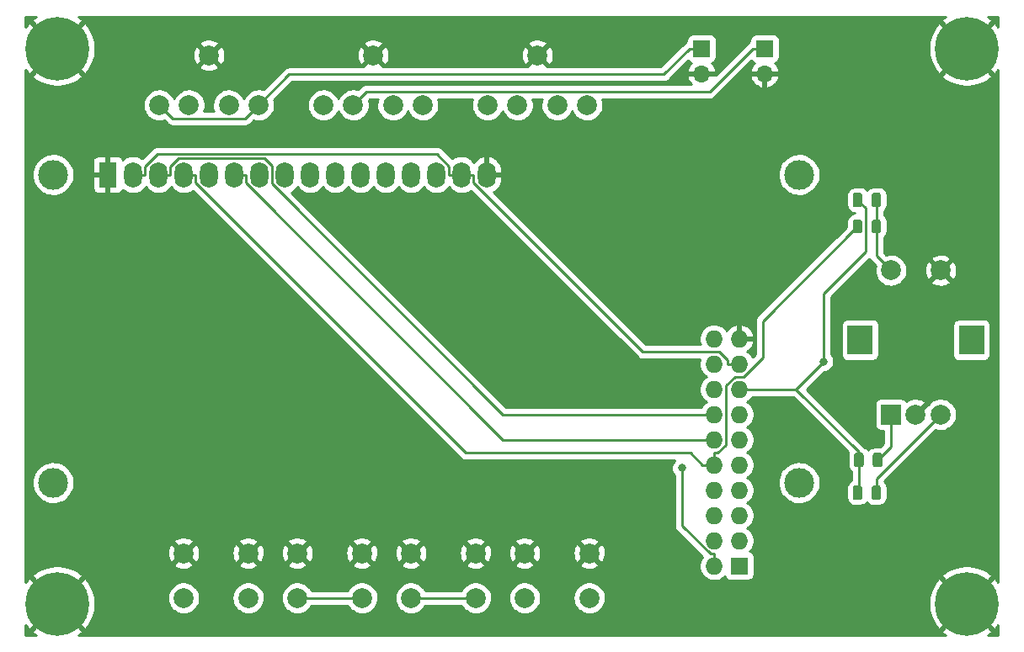
<source format=gtl>
G04 #@! TF.GenerationSoftware,KiCad,Pcbnew,5.99.0-unknown-43514a1~86~ubuntu18.04.1*
G04 #@! TF.CreationDate,2020-02-15T14:01:28+00:00*
G04 #@! TF.ProjectId,UI,55492e6b-6963-4616-945f-706362585858,rev?*
G04 #@! TF.SameCoordinates,Original*
G04 #@! TF.FileFunction,Copper,L1,Top*
G04 #@! TF.FilePolarity,Positive*
%FSLAX46Y46*%
G04 Gerber Fmt 4.6, Leading zero omitted, Abs format (unit mm)*
G04 Created by KiCad (PCBNEW 5.99.0-unknown-43514a1~86~ubuntu18.04.1) date 2020-02-15 14:01:28*
%MOMM*%
%LPD*%
G01*
G04 APERTURE LIST*
%ADD10O,1.700000X1.700000*%
%ADD11R,1.700000X1.700000*%
%ADD12C,2.000000*%
%ADD13R,2.000000X2.000000*%
%ADD14R,2.500000X3.000000*%
%ADD15C,3.000000*%
%ADD16O,1.800000X2.600000*%
%ADD17R,1.800000X2.600000*%
%ADD18O,1.727200X1.727200*%
%ADD19R,1.727200X1.727200*%
%ADD20C,6.400000*%
%ADD21C,0.800000*%
%ADD22C,0.250000*%
%ADD23C,0.254000*%
G04 APERTURE END LIST*
G04 #@! TA.AperFunction,SMDPad,CuDef*
G36*
X188091529Y-69168554D02*
G01*
X188170607Y-69221393D01*
X188223446Y-69300471D01*
X188242000Y-69393750D01*
X188242000Y-70306250D01*
X188223446Y-70399529D01*
X188170607Y-70478607D01*
X188091529Y-70531446D01*
X187998250Y-70550000D01*
X187510750Y-70550000D01*
X187417471Y-70531446D01*
X187338393Y-70478607D01*
X187285554Y-70399529D01*
X187267000Y-70306250D01*
X187267000Y-69393750D01*
X187285554Y-69300471D01*
X187338393Y-69221393D01*
X187417471Y-69168554D01*
X187510750Y-69150000D01*
X187998250Y-69150000D01*
X188091529Y-69168554D01*
G37*
G04 #@! TD.AperFunction*
G04 #@! TA.AperFunction,SMDPad,CuDef*
G36*
X186216529Y-69168554D02*
G01*
X186295607Y-69221393D01*
X186348446Y-69300471D01*
X186367000Y-69393750D01*
X186367000Y-70306250D01*
X186348446Y-70399529D01*
X186295607Y-70478607D01*
X186216529Y-70531446D01*
X186123250Y-70550000D01*
X185635750Y-70550000D01*
X185542471Y-70531446D01*
X185463393Y-70478607D01*
X185410554Y-70399529D01*
X185392000Y-70306250D01*
X185392000Y-69393750D01*
X185410554Y-69300471D01*
X185463393Y-69221393D01*
X185542471Y-69168554D01*
X185635750Y-69150000D01*
X186123250Y-69150000D01*
X186216529Y-69168554D01*
G37*
G04 #@! TD.AperFunction*
G04 #@! TA.AperFunction,SMDPad,CuDef*
G36*
X188091529Y-71835554D02*
G01*
X188170607Y-71888393D01*
X188223446Y-71967471D01*
X188242000Y-72060750D01*
X188242000Y-72973250D01*
X188223446Y-73066529D01*
X188170607Y-73145607D01*
X188091529Y-73198446D01*
X187998250Y-73217000D01*
X187510750Y-73217000D01*
X187417471Y-73198446D01*
X187338393Y-73145607D01*
X187285554Y-73066529D01*
X187267000Y-72973250D01*
X187267000Y-72060750D01*
X187285554Y-71967471D01*
X187338393Y-71888393D01*
X187417471Y-71835554D01*
X187510750Y-71817000D01*
X187998250Y-71817000D01*
X188091529Y-71835554D01*
G37*
G04 #@! TD.AperFunction*
G04 #@! TA.AperFunction,SMDPad,CuDef*
G36*
X186216529Y-71835554D02*
G01*
X186295607Y-71888393D01*
X186348446Y-71967471D01*
X186367000Y-72060750D01*
X186367000Y-72973250D01*
X186348446Y-73066529D01*
X186295607Y-73145607D01*
X186216529Y-73198446D01*
X186123250Y-73217000D01*
X185635750Y-73217000D01*
X185542471Y-73198446D01*
X185463393Y-73145607D01*
X185410554Y-73066529D01*
X185392000Y-72973250D01*
X185392000Y-72060750D01*
X185410554Y-71967471D01*
X185463393Y-71888393D01*
X185542471Y-71835554D01*
X185635750Y-71817000D01*
X186123250Y-71817000D01*
X186216529Y-71835554D01*
G37*
G04 #@! TD.AperFunction*
G04 #@! TA.AperFunction,SMDPad,CuDef*
G36*
X188091529Y-98632554D02*
G01*
X188170607Y-98685393D01*
X188223446Y-98764471D01*
X188242000Y-98857750D01*
X188242000Y-99770250D01*
X188223446Y-99863529D01*
X188170607Y-99942607D01*
X188091529Y-99995446D01*
X187998250Y-100014000D01*
X187510750Y-100014000D01*
X187417471Y-99995446D01*
X187338393Y-99942607D01*
X187285554Y-99863529D01*
X187267000Y-99770250D01*
X187267000Y-98857750D01*
X187285554Y-98764471D01*
X187338393Y-98685393D01*
X187417471Y-98632554D01*
X187510750Y-98614000D01*
X187998250Y-98614000D01*
X188091529Y-98632554D01*
G37*
G04 #@! TD.AperFunction*
G04 #@! TA.AperFunction,SMDPad,CuDef*
G36*
X186216529Y-98632554D02*
G01*
X186295607Y-98685393D01*
X186348446Y-98764471D01*
X186367000Y-98857750D01*
X186367000Y-99770250D01*
X186348446Y-99863529D01*
X186295607Y-99942607D01*
X186216529Y-99995446D01*
X186123250Y-100014000D01*
X185635750Y-100014000D01*
X185542471Y-99995446D01*
X185463393Y-99942607D01*
X185410554Y-99863529D01*
X185392000Y-99770250D01*
X185392000Y-98857750D01*
X185410554Y-98764471D01*
X185463393Y-98685393D01*
X185542471Y-98632554D01*
X185635750Y-98614000D01*
X186123250Y-98614000D01*
X186216529Y-98632554D01*
G37*
G04 #@! TD.AperFunction*
G04 #@! TA.AperFunction,SMDPad,CuDef*
G36*
X188218529Y-95330554D02*
G01*
X188297607Y-95383393D01*
X188350446Y-95462471D01*
X188369000Y-95555750D01*
X188369000Y-96468250D01*
X188350446Y-96561529D01*
X188297607Y-96640607D01*
X188218529Y-96693446D01*
X188125250Y-96712000D01*
X187637750Y-96712000D01*
X187544471Y-96693446D01*
X187465393Y-96640607D01*
X187412554Y-96561529D01*
X187394000Y-96468250D01*
X187394000Y-95555750D01*
X187412554Y-95462471D01*
X187465393Y-95383393D01*
X187544471Y-95330554D01*
X187637750Y-95312000D01*
X188125250Y-95312000D01*
X188218529Y-95330554D01*
G37*
G04 #@! TD.AperFunction*
G04 #@! TA.AperFunction,SMDPad,CuDef*
G36*
X186343529Y-95330554D02*
G01*
X186422607Y-95383393D01*
X186475446Y-95462471D01*
X186494000Y-95555750D01*
X186494000Y-96468250D01*
X186475446Y-96561529D01*
X186422607Y-96640607D01*
X186343529Y-96693446D01*
X186250250Y-96712000D01*
X185762750Y-96712000D01*
X185669471Y-96693446D01*
X185590393Y-96640607D01*
X185537554Y-96561529D01*
X185519000Y-96468250D01*
X185519000Y-95555750D01*
X185537554Y-95462471D01*
X185590393Y-95383393D01*
X185669471Y-95330554D01*
X185762750Y-95312000D01*
X186250250Y-95312000D01*
X186343529Y-95330554D01*
G37*
G04 #@! TD.AperFunction*
D10*
X170180000Y-57150000D03*
D11*
X170180000Y-54610000D03*
D12*
X151670000Y-60300000D03*
X155670000Y-60300000D03*
X158670000Y-60300000D03*
X148670000Y-60300000D03*
X153670000Y-55300000D03*
D10*
X176530000Y-57150000D03*
D11*
X176530000Y-54610000D03*
D12*
X118650000Y-60300000D03*
X122650000Y-60300000D03*
X125650000Y-60300000D03*
X115650000Y-60300000D03*
X120650000Y-55300000D03*
X135160000Y-60300000D03*
X139160000Y-60300000D03*
X142160000Y-60300000D03*
X132160000Y-60300000D03*
X137160000Y-55300000D03*
D13*
X189230000Y-91440000D03*
D12*
X191730000Y-91440000D03*
X194230000Y-91440000D03*
D14*
X186130000Y-83940000D03*
X197330000Y-83940000D03*
D12*
X189230000Y-76940000D03*
X194230000Y-76940000D03*
X158900000Y-105410000D03*
X158900000Y-109910000D03*
X152400000Y-105410000D03*
X152400000Y-109910000D03*
X147470000Y-105410000D03*
X147470000Y-109910000D03*
X140970000Y-105410000D03*
X140970000Y-109910000D03*
X136040000Y-105410000D03*
X136040000Y-109910000D03*
X129540000Y-105410000D03*
X129540000Y-109910000D03*
X124610000Y-105410000D03*
X124610000Y-109910000D03*
X118110000Y-105410000D03*
X118110000Y-109910000D03*
D15*
X179990000Y-67310000D03*
X179989480Y-98310700D03*
X104990900Y-98310700D03*
X104990900Y-67310000D03*
D16*
X148590000Y-67310000D03*
X146050000Y-67310000D03*
X143510000Y-67310000D03*
X140970000Y-67310000D03*
X138430000Y-67310000D03*
X135890000Y-67310000D03*
X133350000Y-67310000D03*
X130810000Y-67310000D03*
X128270000Y-67310000D03*
X125730000Y-67310000D03*
X123190000Y-67310000D03*
X120650000Y-67310000D03*
X118110000Y-67310000D03*
X115570000Y-67310000D03*
X113030000Y-67310000D03*
D17*
X110490000Y-67310000D03*
D18*
X171450000Y-83820000D03*
X173990000Y-83820000D03*
X171450000Y-86360000D03*
X173990000Y-86360000D03*
X171450000Y-88900000D03*
X173990000Y-88900000D03*
X171450000Y-91440000D03*
X173990000Y-91440000D03*
X171450000Y-93980000D03*
X173990000Y-93980000D03*
X171450000Y-96520000D03*
X173990000Y-96520000D03*
X171450000Y-99060000D03*
X173990000Y-99060000D03*
X171450000Y-101600000D03*
X173990000Y-101600000D03*
X171450000Y-104140000D03*
X173990000Y-104140000D03*
X171450000Y-106680000D03*
D19*
X173990000Y-106680000D03*
D20*
X196850000Y-54610000D03*
X196850000Y-110490000D03*
X105410000Y-110490000D03*
X105410000Y-54610000D03*
D21*
X144145000Y-79248000D03*
X139827000Y-75565000D03*
X148463000Y-97790000D03*
X158750000Y-99060000D03*
X180594000Y-102235000D03*
X140970000Y-93599000D03*
X134747000Y-90678000D03*
X168210700Y-96842500D03*
X182479400Y-86109900D03*
D22*
X140462000Y-75565000D02*
X144145000Y-79248000D01*
X139827000Y-75565000D02*
X140462000Y-75565000D01*
X187754500Y-75464500D02*
X187754500Y-72517000D01*
X189230000Y-76940000D02*
X187754500Y-75464500D01*
X187754500Y-72517000D02*
X187754500Y-69850000D01*
X140970000Y-109910000D02*
X147470000Y-109910000D01*
X129540000Y-109910000D02*
X136040000Y-109910000D01*
X171004600Y-58960100D02*
X175354700Y-54610000D01*
X136499900Y-58960100D02*
X171004600Y-58960100D01*
X135160000Y-60300000D02*
X136499900Y-58960100D01*
X176530000Y-54610000D02*
X175354700Y-54610000D01*
X147275300Y-68152400D02*
X147275300Y-67310000D01*
X164294000Y-85171100D02*
X147275300Y-68152400D01*
X171983800Y-85171100D02*
X164294000Y-85171100D01*
X172801100Y-85988400D02*
X171983800Y-85171100D01*
X172801100Y-86360000D02*
X172801100Y-85988400D01*
X173990000Y-86360000D02*
X172801100Y-86360000D01*
X146050000Y-67310000D02*
X147275300Y-67310000D01*
X144824700Y-66467600D02*
X144824700Y-67310000D01*
X143575400Y-65218300D02*
X144824700Y-66467600D01*
X115504600Y-65218300D02*
X143575400Y-65218300D01*
X114255300Y-66467600D02*
X115504600Y-65218300D01*
X114255300Y-67310000D02*
X114255300Y-66467600D01*
X113030000Y-67310000D02*
X114255300Y-67310000D01*
X146050000Y-67310000D02*
X144824700Y-67310000D01*
X170180000Y-54610000D02*
X169004700Y-54610000D01*
X128723600Y-57226400D02*
X125650000Y-60300000D01*
X166388300Y-57226400D02*
X128723600Y-57226400D01*
X169004700Y-54610000D02*
X166388300Y-57226400D01*
X116991500Y-61641500D02*
X115650000Y-60300000D01*
X124308500Y-61641500D02*
X116991500Y-61641500D01*
X125650000Y-60300000D02*
X124308500Y-61641500D01*
X168210700Y-102623300D02*
X168210700Y-96842500D01*
X171078500Y-105491100D02*
X168210700Y-102623300D01*
X171450000Y-105491100D02*
X171078500Y-105491100D01*
X171450000Y-106680000D02*
X171450000Y-105491100D01*
X176350100Y-82046400D02*
X185879500Y-72517000D01*
X176350100Y-85706300D02*
X176350100Y-82046400D01*
X174426400Y-87630000D02*
X176350100Y-85706300D01*
X173556700Y-87630000D02*
X174426400Y-87630000D01*
X172638900Y-88547800D02*
X173556700Y-87630000D01*
X172638900Y-94513800D02*
X172638900Y-88547800D01*
X171821600Y-95331100D02*
X172638900Y-94513800D01*
X171450000Y-95331100D02*
X171821600Y-95331100D01*
X171450000Y-96520000D02*
X171450000Y-95331100D01*
X169072200Y-95331100D02*
X170261100Y-96520000D01*
X146514000Y-95331100D02*
X169072200Y-95331100D01*
X119335300Y-68152400D02*
X146514000Y-95331100D01*
X119335300Y-67310000D02*
X119335300Y-68152400D01*
X118110000Y-67310000D02*
X119335300Y-67310000D01*
X171450000Y-96520000D02*
X170261100Y-96520000D01*
X124415300Y-68152400D02*
X124415300Y-67310000D01*
X150242900Y-93980000D02*
X124415300Y-68152400D01*
X171450000Y-93980000D02*
X150242900Y-93980000D01*
X123190000Y-67310000D02*
X124415300Y-67310000D01*
X115570000Y-67310000D02*
X116795300Y-67310000D01*
X150215100Y-91440000D02*
X170261100Y-91440000D01*
X127000000Y-68224900D02*
X150215100Y-91440000D01*
X127000000Y-66399000D02*
X127000000Y-68224900D01*
X126269700Y-65668700D02*
X127000000Y-66399000D01*
X117594200Y-65668700D02*
X126269700Y-65668700D01*
X116795300Y-66467600D02*
X117594200Y-65668700D01*
X116795300Y-67310000D02*
X116795300Y-66467600D01*
X171450000Y-91440000D02*
X170261100Y-91440000D01*
X186699800Y-70670300D02*
X185879500Y-69850000D01*
X186699800Y-75089600D02*
X186699800Y-70670300D01*
X182479400Y-79310000D02*
X186699800Y-75089600D01*
X182479400Y-86109900D02*
X182479400Y-79310000D01*
X186006500Y-99187000D02*
X186006500Y-96012000D01*
X185879500Y-99314000D02*
X186006500Y-99187000D01*
X173990000Y-88900000D02*
X179689300Y-88900000D01*
X186006500Y-95217200D02*
X179689300Y-88900000D01*
X186006500Y-96012000D02*
X186006500Y-95217200D01*
X179689300Y-88900000D02*
X182479400Y-86109900D01*
X187754500Y-97915500D02*
X187754500Y-99314000D01*
X194230000Y-91440000D02*
X187754500Y-97915500D01*
X189230000Y-94663500D02*
X187881500Y-96012000D01*
X189230000Y-91440000D02*
X189230000Y-94663500D01*
G36*
X102996548Y-51624392D02*
G01*
X102991420Y-51628545D01*
X102848928Y-51756844D01*
X102846094Y-51865075D01*
X105357809Y-54376790D01*
X105462191Y-54376790D01*
X107973906Y-51865075D01*
X107971072Y-51756844D01*
X107828580Y-51628545D01*
X107823452Y-51624392D01*
X107561401Y-51434000D01*
X194698599Y-51434000D01*
X194436548Y-51624392D01*
X194431420Y-51628545D01*
X194288928Y-51756844D01*
X194286094Y-51865075D01*
X196797809Y-54376790D01*
X196902191Y-54376790D01*
X199413906Y-51865075D01*
X199411072Y-51756844D01*
X199268580Y-51628545D01*
X199263452Y-51624392D01*
X199001401Y-51434000D01*
X200026000Y-51434000D01*
X200026000Y-52458599D01*
X199835608Y-52196548D01*
X199831455Y-52191420D01*
X199703156Y-52048928D01*
X199594925Y-52046094D01*
X197083210Y-54557809D01*
X197083210Y-54662191D01*
X199594925Y-57173906D01*
X199703156Y-57171072D01*
X199831455Y-57028580D01*
X199835608Y-57023452D01*
X200026000Y-56761401D01*
X200026001Y-108338601D01*
X199835608Y-108076548D01*
X199831455Y-108071420D01*
X199703156Y-107928928D01*
X199594925Y-107926094D01*
X197083210Y-110437809D01*
X197083210Y-110542191D01*
X199594925Y-113053906D01*
X199703156Y-113051072D01*
X199831455Y-112908580D01*
X199835608Y-112903452D01*
X200026001Y-112641399D01*
X200026001Y-113666000D01*
X199001401Y-113666000D01*
X199263452Y-113475608D01*
X199268580Y-113471455D01*
X199411072Y-113343156D01*
X199413906Y-113234925D01*
X196902191Y-110723210D01*
X196797809Y-110723210D01*
X194286094Y-113234925D01*
X194288928Y-113343156D01*
X194431420Y-113471455D01*
X194436548Y-113475608D01*
X194698599Y-113666000D01*
X107561401Y-113666000D01*
X107823452Y-113475608D01*
X107828580Y-113471455D01*
X107971072Y-113343156D01*
X107973906Y-113234925D01*
X105462191Y-110723210D01*
X105357809Y-110723210D01*
X102846094Y-113234925D01*
X102848928Y-113343156D01*
X102991420Y-113471455D01*
X102996548Y-113475608D01*
X103258599Y-113666000D01*
X102234000Y-113666000D01*
X102234000Y-112641401D01*
X102424392Y-112903452D01*
X102428545Y-112908580D01*
X102556844Y-113051072D01*
X102665075Y-113053906D01*
X105176790Y-110542191D01*
X105176790Y-110437809D01*
X105643210Y-110437809D01*
X105643210Y-110542191D01*
X108154925Y-113053906D01*
X108263156Y-113051072D01*
X108391455Y-112908580D01*
X108395608Y-112903452D01*
X108627933Y-112583685D01*
X108631527Y-112578150D01*
X108829155Y-112235850D01*
X108832151Y-112229970D01*
X108992915Y-111868887D01*
X108995280Y-111862726D01*
X109117421Y-111486816D01*
X109119129Y-111480442D01*
X109201307Y-111093824D01*
X109202339Y-111087307D01*
X109243654Y-110694217D01*
X109243999Y-110687627D01*
X109243999Y-110292373D01*
X109243654Y-110285783D01*
X109202887Y-109897898D01*
X116471132Y-109897898D01*
X116488766Y-110150071D01*
X116490279Y-110160078D01*
X116548004Y-110406187D01*
X116551098Y-110415824D01*
X116647428Y-110649538D01*
X116652023Y-110658556D01*
X116784480Y-110873862D01*
X116790458Y-110882030D01*
X116955634Y-111073390D01*
X116962841Y-111080497D01*
X117156489Y-111242986D01*
X117164739Y-111248849D01*
X117381873Y-111378287D01*
X117390955Y-111382756D01*
X117625991Y-111475813D01*
X117635670Y-111478772D01*
X117882561Y-111533054D01*
X117892589Y-111534428D01*
X118144983Y-111548539D01*
X118155101Y-111548292D01*
X118406504Y-111521869D01*
X118416453Y-111520007D01*
X118660398Y-111453728D01*
X118669920Y-111450300D01*
X118900131Y-111345873D01*
X118908983Y-111340966D01*
X119119536Y-111201074D01*
X119127489Y-111194815D01*
X119312968Y-111023061D01*
X119319819Y-111015610D01*
X119475451Y-110816411D01*
X119481023Y-110807961D01*
X119602804Y-110586441D01*
X119606953Y-110577209D01*
X119691751Y-110339068D01*
X119694370Y-110329292D01*
X119740063Y-110080332D01*
X119741097Y-110069599D01*
X119742895Y-109897898D01*
X122971132Y-109897898D01*
X122988766Y-110150071D01*
X122990279Y-110160078D01*
X123048004Y-110406187D01*
X123051098Y-110415824D01*
X123147428Y-110649538D01*
X123152023Y-110658556D01*
X123284480Y-110873862D01*
X123290458Y-110882030D01*
X123455634Y-111073390D01*
X123462841Y-111080497D01*
X123656489Y-111242986D01*
X123664739Y-111248849D01*
X123881873Y-111378287D01*
X123890955Y-111382756D01*
X124125991Y-111475813D01*
X124135670Y-111478772D01*
X124382561Y-111533054D01*
X124392589Y-111534428D01*
X124644983Y-111548539D01*
X124655101Y-111548292D01*
X124906504Y-111521869D01*
X124916453Y-111520007D01*
X125160398Y-111453728D01*
X125169920Y-111450300D01*
X125400131Y-111345873D01*
X125408983Y-111340966D01*
X125619536Y-111201074D01*
X125627489Y-111194815D01*
X125812968Y-111023061D01*
X125819819Y-111015610D01*
X125975451Y-110816411D01*
X125981023Y-110807961D01*
X126102804Y-110586441D01*
X126106953Y-110577209D01*
X126191751Y-110339068D01*
X126194370Y-110329292D01*
X126240063Y-110080332D01*
X126241097Y-110069599D01*
X126242895Y-109897898D01*
X127901132Y-109897898D01*
X127918766Y-110150071D01*
X127920279Y-110160078D01*
X127978004Y-110406187D01*
X127981098Y-110415824D01*
X128077428Y-110649538D01*
X128082023Y-110658556D01*
X128214480Y-110873862D01*
X128220458Y-110882030D01*
X128385634Y-111073390D01*
X128392841Y-111080497D01*
X128586489Y-111242986D01*
X128594739Y-111248849D01*
X128811873Y-111378287D01*
X128820955Y-111382756D01*
X129055991Y-111475813D01*
X129065670Y-111478772D01*
X129312561Y-111533054D01*
X129322589Y-111534428D01*
X129574983Y-111548539D01*
X129585101Y-111548292D01*
X129836504Y-111521869D01*
X129846453Y-111520007D01*
X130090398Y-111453728D01*
X130099920Y-111450300D01*
X130330131Y-111345873D01*
X130338983Y-111340966D01*
X130549536Y-111201074D01*
X130557489Y-111194815D01*
X130742968Y-111023061D01*
X130749819Y-111015610D01*
X130905451Y-110816411D01*
X130911023Y-110807961D01*
X130986318Y-110671000D01*
X134589679Y-110671000D01*
X134714480Y-110873862D01*
X134720458Y-110882030D01*
X134885634Y-111073390D01*
X134892841Y-111080497D01*
X135086489Y-111242986D01*
X135094739Y-111248849D01*
X135311873Y-111378287D01*
X135320955Y-111382756D01*
X135555991Y-111475813D01*
X135565670Y-111478772D01*
X135812561Y-111533054D01*
X135822589Y-111534428D01*
X136074983Y-111548539D01*
X136085101Y-111548292D01*
X136336504Y-111521869D01*
X136346453Y-111520007D01*
X136590398Y-111453728D01*
X136599920Y-111450300D01*
X136830131Y-111345873D01*
X136838983Y-111340966D01*
X137049536Y-111201074D01*
X137057489Y-111194815D01*
X137242968Y-111023061D01*
X137249819Y-111015610D01*
X137405451Y-110816411D01*
X137411023Y-110807961D01*
X137532804Y-110586441D01*
X137536953Y-110577209D01*
X137621751Y-110339068D01*
X137624370Y-110329292D01*
X137670063Y-110080332D01*
X137671097Y-110069599D01*
X137672895Y-109897898D01*
X139331132Y-109897898D01*
X139348766Y-110150071D01*
X139350279Y-110160078D01*
X139408004Y-110406187D01*
X139411098Y-110415824D01*
X139507428Y-110649538D01*
X139512023Y-110658556D01*
X139644480Y-110873862D01*
X139650458Y-110882030D01*
X139815634Y-111073390D01*
X139822841Y-111080497D01*
X140016489Y-111242986D01*
X140024739Y-111248849D01*
X140241873Y-111378287D01*
X140250955Y-111382756D01*
X140485991Y-111475813D01*
X140495670Y-111478772D01*
X140742561Y-111533054D01*
X140752589Y-111534428D01*
X141004983Y-111548539D01*
X141015101Y-111548292D01*
X141266504Y-111521869D01*
X141276453Y-111520007D01*
X141520398Y-111453728D01*
X141529920Y-111450300D01*
X141760131Y-111345873D01*
X141768983Y-111340966D01*
X141979536Y-111201074D01*
X141987489Y-111194815D01*
X142172968Y-111023061D01*
X142179819Y-111015610D01*
X142335451Y-110816411D01*
X142341023Y-110807961D01*
X142416318Y-110671000D01*
X146019679Y-110671000D01*
X146144480Y-110873862D01*
X146150458Y-110882030D01*
X146315634Y-111073390D01*
X146322841Y-111080497D01*
X146516489Y-111242986D01*
X146524739Y-111248849D01*
X146741873Y-111378287D01*
X146750955Y-111382756D01*
X146985991Y-111475813D01*
X146995670Y-111478772D01*
X147242561Y-111533054D01*
X147252589Y-111534428D01*
X147504983Y-111548539D01*
X147515101Y-111548292D01*
X147766504Y-111521869D01*
X147776453Y-111520007D01*
X148020398Y-111453728D01*
X148029920Y-111450300D01*
X148260131Y-111345873D01*
X148268983Y-111340966D01*
X148479536Y-111201074D01*
X148487489Y-111194815D01*
X148672968Y-111023061D01*
X148679819Y-111015610D01*
X148835451Y-110816411D01*
X148841023Y-110807961D01*
X148962804Y-110586441D01*
X148966953Y-110577209D01*
X149051751Y-110339068D01*
X149054370Y-110329292D01*
X149100063Y-110080332D01*
X149101097Y-110069599D01*
X149102895Y-109897898D01*
X150761132Y-109897898D01*
X150778766Y-110150071D01*
X150780279Y-110160078D01*
X150838004Y-110406187D01*
X150841098Y-110415824D01*
X150937428Y-110649538D01*
X150942023Y-110658556D01*
X151074480Y-110873862D01*
X151080458Y-110882030D01*
X151245634Y-111073390D01*
X151252841Y-111080497D01*
X151446489Y-111242986D01*
X151454739Y-111248849D01*
X151671873Y-111378287D01*
X151680955Y-111382756D01*
X151915991Y-111475813D01*
X151925670Y-111478772D01*
X152172561Y-111533054D01*
X152182589Y-111534428D01*
X152434983Y-111548539D01*
X152445101Y-111548292D01*
X152696504Y-111521869D01*
X152706453Y-111520007D01*
X152950398Y-111453728D01*
X152959920Y-111450300D01*
X153190131Y-111345873D01*
X153198983Y-111340966D01*
X153409536Y-111201074D01*
X153417489Y-111194815D01*
X153602968Y-111023061D01*
X153609819Y-111015610D01*
X153765451Y-110816411D01*
X153771023Y-110807961D01*
X153892804Y-110586441D01*
X153896953Y-110577209D01*
X153981751Y-110339068D01*
X153984370Y-110329292D01*
X154030063Y-110080332D01*
X154031097Y-110069599D01*
X154032895Y-109897898D01*
X157261132Y-109897898D01*
X157278766Y-110150071D01*
X157280279Y-110160078D01*
X157338004Y-110406187D01*
X157341098Y-110415824D01*
X157437428Y-110649538D01*
X157442023Y-110658556D01*
X157574480Y-110873862D01*
X157580458Y-110882030D01*
X157745634Y-111073390D01*
X157752841Y-111080497D01*
X157946489Y-111242986D01*
X157954739Y-111248849D01*
X158171873Y-111378287D01*
X158180955Y-111382756D01*
X158415991Y-111475813D01*
X158425670Y-111478772D01*
X158672561Y-111533054D01*
X158682589Y-111534428D01*
X158934983Y-111548539D01*
X158945101Y-111548292D01*
X159196504Y-111521869D01*
X159206453Y-111520007D01*
X159450398Y-111453728D01*
X159459920Y-111450300D01*
X159690131Y-111345873D01*
X159698983Y-111340966D01*
X159909536Y-111201074D01*
X159917489Y-111194815D01*
X160102968Y-111023061D01*
X160109819Y-111015610D01*
X160265451Y-110816411D01*
X160271023Y-110807961D01*
X160392804Y-110586441D01*
X160396953Y-110577209D01*
X160481751Y-110339068D01*
X160484370Y-110329292D01*
X160491145Y-110292373D01*
X193016001Y-110292373D01*
X193016001Y-110687627D01*
X193016346Y-110694217D01*
X193057661Y-111087307D01*
X193058693Y-111093824D01*
X193140871Y-111480442D01*
X193142579Y-111486816D01*
X193264720Y-111862726D01*
X193267085Y-111868887D01*
X193427849Y-112229970D01*
X193430845Y-112235850D01*
X193628473Y-112578150D01*
X193632067Y-112583685D01*
X193864392Y-112903452D01*
X193868545Y-112908580D01*
X193996844Y-113051072D01*
X194105075Y-113053906D01*
X196616790Y-110542191D01*
X196616790Y-110437809D01*
X194105075Y-107926094D01*
X193996844Y-107928928D01*
X193868545Y-108071420D01*
X193864392Y-108076548D01*
X193632067Y-108396315D01*
X193628473Y-108401850D01*
X193430845Y-108744150D01*
X193427849Y-108750030D01*
X193267085Y-109111113D01*
X193264720Y-109117274D01*
X193142579Y-109493184D01*
X193140871Y-109499558D01*
X193058693Y-109886176D01*
X193057661Y-109892693D01*
X193016346Y-110285783D01*
X193016001Y-110292373D01*
X160491145Y-110292373D01*
X160530063Y-110080332D01*
X160531097Y-110069599D01*
X160534082Y-109784596D01*
X160533273Y-109773844D01*
X160492804Y-109523981D01*
X160490390Y-109514152D01*
X160410597Y-109274287D01*
X160406642Y-109264971D01*
X160289527Y-109040949D01*
X160284134Y-109032384D01*
X160132708Y-108829969D01*
X160126014Y-108822377D01*
X159944174Y-108646776D01*
X159936353Y-108640351D01*
X159728775Y-108496081D01*
X159720028Y-108490990D01*
X159492056Y-108381764D01*
X159482607Y-108378137D01*
X159240103Y-108306765D01*
X159230196Y-108304695D01*
X158979402Y-108273011D01*
X158969290Y-108272552D01*
X158716656Y-108281374D01*
X158706601Y-108282538D01*
X158458628Y-108331639D01*
X158448889Y-108334394D01*
X158211956Y-108422508D01*
X158202783Y-108426786D01*
X157982984Y-108551649D01*
X157974613Y-108557338D01*
X157777606Y-108715737D01*
X157770252Y-108722691D01*
X157601104Y-108910548D01*
X157594956Y-108918589D01*
X157458019Y-109131075D01*
X157453236Y-109139994D01*
X157352032Y-109371639D01*
X157348737Y-109381209D01*
X157285871Y-109626056D01*
X157284148Y-109636030D01*
X157261238Y-109887777D01*
X157261132Y-109897898D01*
X154032895Y-109897898D01*
X154034082Y-109784596D01*
X154033273Y-109773844D01*
X153992804Y-109523981D01*
X153990390Y-109514152D01*
X153910597Y-109274287D01*
X153906642Y-109264971D01*
X153789527Y-109040949D01*
X153784134Y-109032384D01*
X153632708Y-108829969D01*
X153626014Y-108822377D01*
X153444174Y-108646776D01*
X153436353Y-108640351D01*
X153228775Y-108496081D01*
X153220028Y-108490990D01*
X152992056Y-108381764D01*
X152982607Y-108378137D01*
X152740103Y-108306765D01*
X152730196Y-108304695D01*
X152479402Y-108273011D01*
X152469290Y-108272552D01*
X152216656Y-108281374D01*
X152206601Y-108282538D01*
X151958628Y-108331639D01*
X151948889Y-108334394D01*
X151711956Y-108422508D01*
X151702783Y-108426786D01*
X151482984Y-108551649D01*
X151474613Y-108557338D01*
X151277606Y-108715737D01*
X151270252Y-108722691D01*
X151101104Y-108910548D01*
X151094956Y-108918589D01*
X150958019Y-109131075D01*
X150953236Y-109139994D01*
X150852032Y-109371639D01*
X150848737Y-109381209D01*
X150785871Y-109626056D01*
X150784148Y-109636030D01*
X150761238Y-109887777D01*
X150761132Y-109897898D01*
X149102895Y-109897898D01*
X149104082Y-109784596D01*
X149103273Y-109773844D01*
X149062804Y-109523981D01*
X149060390Y-109514152D01*
X148980597Y-109274287D01*
X148976642Y-109264971D01*
X148859527Y-109040949D01*
X148854134Y-109032384D01*
X148702708Y-108829969D01*
X148696014Y-108822377D01*
X148514174Y-108646776D01*
X148506353Y-108640351D01*
X148298775Y-108496081D01*
X148290028Y-108490990D01*
X148062056Y-108381764D01*
X148052607Y-108378137D01*
X147810103Y-108306765D01*
X147800196Y-108304695D01*
X147549402Y-108273011D01*
X147539290Y-108272552D01*
X147286656Y-108281374D01*
X147276601Y-108282538D01*
X147028628Y-108331639D01*
X147018889Y-108334394D01*
X146781956Y-108422508D01*
X146772783Y-108426786D01*
X146552984Y-108551649D01*
X146544613Y-108557338D01*
X146347606Y-108715737D01*
X146340252Y-108722691D01*
X146171104Y-108910548D01*
X146164956Y-108918589D01*
X146028019Y-109131075D01*
X146023236Y-109139995D01*
X146019302Y-109149000D01*
X142416015Y-109149000D01*
X142359527Y-109040949D01*
X142354134Y-109032384D01*
X142202708Y-108829969D01*
X142196014Y-108822377D01*
X142014174Y-108646776D01*
X142006353Y-108640351D01*
X141798775Y-108496081D01*
X141790028Y-108490990D01*
X141562056Y-108381764D01*
X141552607Y-108378137D01*
X141310103Y-108306765D01*
X141300196Y-108304695D01*
X141049402Y-108273011D01*
X141039290Y-108272552D01*
X140786656Y-108281374D01*
X140776601Y-108282538D01*
X140528628Y-108331639D01*
X140518889Y-108334394D01*
X140281956Y-108422508D01*
X140272783Y-108426786D01*
X140052984Y-108551649D01*
X140044613Y-108557338D01*
X139847606Y-108715737D01*
X139840252Y-108722691D01*
X139671104Y-108910548D01*
X139664956Y-108918589D01*
X139528019Y-109131075D01*
X139523236Y-109139994D01*
X139422032Y-109371639D01*
X139418737Y-109381209D01*
X139355871Y-109626056D01*
X139354148Y-109636030D01*
X139331238Y-109887777D01*
X139331132Y-109897898D01*
X137672895Y-109897898D01*
X137674082Y-109784596D01*
X137673273Y-109773844D01*
X137632804Y-109523981D01*
X137630390Y-109514152D01*
X137550597Y-109274287D01*
X137546642Y-109264971D01*
X137429527Y-109040949D01*
X137424134Y-109032384D01*
X137272708Y-108829969D01*
X137266014Y-108822377D01*
X137084174Y-108646776D01*
X137076353Y-108640351D01*
X136868775Y-108496081D01*
X136860028Y-108490990D01*
X136632056Y-108381764D01*
X136622607Y-108378137D01*
X136380103Y-108306765D01*
X136370196Y-108304695D01*
X136119402Y-108273011D01*
X136109290Y-108272552D01*
X135856656Y-108281374D01*
X135846601Y-108282538D01*
X135598628Y-108331639D01*
X135588889Y-108334394D01*
X135351956Y-108422508D01*
X135342783Y-108426786D01*
X135122984Y-108551649D01*
X135114613Y-108557338D01*
X134917606Y-108715737D01*
X134910252Y-108722691D01*
X134741104Y-108910548D01*
X134734956Y-108918589D01*
X134598019Y-109131075D01*
X134593236Y-109139995D01*
X134589302Y-109149000D01*
X130986015Y-109149000D01*
X130929527Y-109040949D01*
X130924134Y-109032384D01*
X130772708Y-108829969D01*
X130766014Y-108822377D01*
X130584174Y-108646776D01*
X130576353Y-108640351D01*
X130368775Y-108496081D01*
X130360028Y-108490990D01*
X130132056Y-108381764D01*
X130122607Y-108378137D01*
X129880103Y-108306765D01*
X129870196Y-108304695D01*
X129619402Y-108273011D01*
X129609290Y-108272552D01*
X129356656Y-108281374D01*
X129346601Y-108282538D01*
X129098628Y-108331639D01*
X129088889Y-108334394D01*
X128851956Y-108422508D01*
X128842783Y-108426786D01*
X128622984Y-108551649D01*
X128614613Y-108557338D01*
X128417606Y-108715737D01*
X128410252Y-108722691D01*
X128241104Y-108910548D01*
X128234956Y-108918589D01*
X128098019Y-109131075D01*
X128093236Y-109139994D01*
X127992032Y-109371639D01*
X127988737Y-109381209D01*
X127925871Y-109626056D01*
X127924148Y-109636030D01*
X127901238Y-109887777D01*
X127901132Y-109897898D01*
X126242895Y-109897898D01*
X126244082Y-109784596D01*
X126243273Y-109773844D01*
X126202804Y-109523981D01*
X126200390Y-109514152D01*
X126120597Y-109274287D01*
X126116642Y-109264971D01*
X125999527Y-109040949D01*
X125994134Y-109032384D01*
X125842708Y-108829969D01*
X125836014Y-108822377D01*
X125654174Y-108646776D01*
X125646353Y-108640351D01*
X125438775Y-108496081D01*
X125430028Y-108490990D01*
X125202056Y-108381764D01*
X125192607Y-108378137D01*
X124950103Y-108306765D01*
X124940196Y-108304695D01*
X124689402Y-108273011D01*
X124679290Y-108272552D01*
X124426656Y-108281374D01*
X124416601Y-108282538D01*
X124168628Y-108331639D01*
X124158889Y-108334394D01*
X123921956Y-108422508D01*
X123912783Y-108426786D01*
X123692984Y-108551649D01*
X123684613Y-108557338D01*
X123487606Y-108715737D01*
X123480252Y-108722691D01*
X123311104Y-108910548D01*
X123304956Y-108918589D01*
X123168019Y-109131075D01*
X123163236Y-109139994D01*
X123062032Y-109371639D01*
X123058737Y-109381209D01*
X122995871Y-109626056D01*
X122994148Y-109636030D01*
X122971238Y-109887777D01*
X122971132Y-109897898D01*
X119742895Y-109897898D01*
X119744082Y-109784596D01*
X119743273Y-109773844D01*
X119702804Y-109523981D01*
X119700390Y-109514152D01*
X119620597Y-109274287D01*
X119616642Y-109264971D01*
X119499527Y-109040949D01*
X119494134Y-109032384D01*
X119342708Y-108829969D01*
X119336014Y-108822377D01*
X119154174Y-108646776D01*
X119146353Y-108640351D01*
X118938775Y-108496081D01*
X118930028Y-108490990D01*
X118702056Y-108381764D01*
X118692607Y-108378137D01*
X118450103Y-108306765D01*
X118440196Y-108304695D01*
X118189402Y-108273011D01*
X118179290Y-108272552D01*
X117926656Y-108281374D01*
X117916601Y-108282538D01*
X117668628Y-108331639D01*
X117658889Y-108334394D01*
X117421956Y-108422508D01*
X117412783Y-108426786D01*
X117192984Y-108551649D01*
X117184613Y-108557338D01*
X116987606Y-108715737D01*
X116980252Y-108722691D01*
X116811104Y-108910548D01*
X116804956Y-108918589D01*
X116668019Y-109131075D01*
X116663236Y-109139994D01*
X116562032Y-109371639D01*
X116558737Y-109381209D01*
X116495871Y-109626056D01*
X116494148Y-109636030D01*
X116471238Y-109887777D01*
X116471132Y-109897898D01*
X109202887Y-109897898D01*
X109202339Y-109892693D01*
X109201307Y-109886176D01*
X109119129Y-109499558D01*
X109117421Y-109493184D01*
X108995280Y-109117274D01*
X108992915Y-109111113D01*
X108832151Y-108750030D01*
X108829155Y-108744150D01*
X108631527Y-108401850D01*
X108627933Y-108396315D01*
X108395608Y-108076548D01*
X108391455Y-108071420D01*
X108263156Y-107928928D01*
X108154925Y-107926094D01*
X105643210Y-110437809D01*
X105176790Y-110437809D01*
X102665075Y-107926094D01*
X102556844Y-107928928D01*
X102428545Y-108071420D01*
X102424392Y-108076548D01*
X102234000Y-108338599D01*
X102234000Y-107745075D01*
X102846094Y-107745075D01*
X105357809Y-110256790D01*
X105462191Y-110256790D01*
X107973906Y-107745075D01*
X107971072Y-107636844D01*
X107828580Y-107508545D01*
X107823452Y-107504392D01*
X107503685Y-107272067D01*
X107498150Y-107268473D01*
X107155850Y-107070845D01*
X107149970Y-107067849D01*
X106788887Y-106907085D01*
X106782726Y-106904720D01*
X106406816Y-106782579D01*
X106400442Y-106780871D01*
X106013824Y-106698693D01*
X106007307Y-106697661D01*
X105614217Y-106656346D01*
X105607627Y-106656001D01*
X105212373Y-106656001D01*
X105205783Y-106656346D01*
X104812693Y-106697661D01*
X104806176Y-106698693D01*
X104419558Y-106780871D01*
X104413184Y-106782579D01*
X104037274Y-106904720D01*
X104031113Y-106907085D01*
X103670030Y-107067849D01*
X103664150Y-107070845D01*
X103321850Y-107268473D01*
X103316315Y-107272067D01*
X102996548Y-107504392D01*
X102991420Y-107508545D01*
X102848928Y-107636844D01*
X102846094Y-107745075D01*
X102234000Y-107745075D01*
X102234000Y-106598562D01*
X117102458Y-106598562D01*
X117117683Y-106720798D01*
X117381874Y-106878287D01*
X117390955Y-106882756D01*
X117625991Y-106975813D01*
X117635670Y-106978772D01*
X117882561Y-107033054D01*
X117892589Y-107034428D01*
X118144983Y-107048539D01*
X118155101Y-107048292D01*
X118406504Y-107021869D01*
X118416453Y-107020007D01*
X118660398Y-106953728D01*
X118669920Y-106950300D01*
X118900131Y-106845873D01*
X118908983Y-106840966D01*
X119101429Y-106713105D01*
X119112862Y-106598562D01*
X123602458Y-106598562D01*
X123617683Y-106720798D01*
X123881874Y-106878287D01*
X123890955Y-106882756D01*
X124125991Y-106975813D01*
X124135670Y-106978772D01*
X124382561Y-107033054D01*
X124392589Y-107034428D01*
X124644983Y-107048539D01*
X124655101Y-107048292D01*
X124906504Y-107021869D01*
X124916453Y-107020007D01*
X125160398Y-106953728D01*
X125169920Y-106950300D01*
X125400131Y-106845873D01*
X125408983Y-106840966D01*
X125601429Y-106713105D01*
X125612862Y-106598562D01*
X128532458Y-106598562D01*
X128547683Y-106720798D01*
X128811874Y-106878287D01*
X128820955Y-106882756D01*
X129055991Y-106975813D01*
X129065670Y-106978772D01*
X129312561Y-107033054D01*
X129322589Y-107034428D01*
X129574983Y-107048539D01*
X129585101Y-107048292D01*
X129836504Y-107021869D01*
X129846453Y-107020007D01*
X130090398Y-106953728D01*
X130099920Y-106950300D01*
X130330131Y-106845873D01*
X130338983Y-106840966D01*
X130531429Y-106713105D01*
X130542862Y-106598562D01*
X135032458Y-106598562D01*
X135047683Y-106720798D01*
X135311874Y-106878287D01*
X135320955Y-106882756D01*
X135555991Y-106975813D01*
X135565670Y-106978772D01*
X135812561Y-107033054D01*
X135822589Y-107034428D01*
X136074983Y-107048539D01*
X136085101Y-107048292D01*
X136336504Y-107021869D01*
X136346453Y-107020007D01*
X136590398Y-106953728D01*
X136599920Y-106950300D01*
X136830131Y-106845873D01*
X136838983Y-106840966D01*
X137031429Y-106713105D01*
X137042862Y-106598562D01*
X139962458Y-106598562D01*
X139977683Y-106720798D01*
X140241874Y-106878287D01*
X140250955Y-106882756D01*
X140485991Y-106975813D01*
X140495670Y-106978772D01*
X140742561Y-107033054D01*
X140752589Y-107034428D01*
X141004983Y-107048539D01*
X141015101Y-107048292D01*
X141266504Y-107021869D01*
X141276453Y-107020007D01*
X141520398Y-106953728D01*
X141529920Y-106950300D01*
X141760131Y-106845873D01*
X141768983Y-106840966D01*
X141961429Y-106713105D01*
X141972862Y-106598562D01*
X146462458Y-106598562D01*
X146477683Y-106720798D01*
X146741874Y-106878287D01*
X146750955Y-106882756D01*
X146985991Y-106975813D01*
X146995670Y-106978772D01*
X147242561Y-107033054D01*
X147252589Y-107034428D01*
X147504983Y-107048539D01*
X147515101Y-107048292D01*
X147766504Y-107021869D01*
X147776453Y-107020007D01*
X148020398Y-106953728D01*
X148029920Y-106950300D01*
X148260131Y-106845873D01*
X148268983Y-106840966D01*
X148461429Y-106713105D01*
X148472862Y-106598562D01*
X151392458Y-106598562D01*
X151407683Y-106720798D01*
X151671874Y-106878287D01*
X151680955Y-106882756D01*
X151915991Y-106975813D01*
X151925670Y-106978772D01*
X152172561Y-107033054D01*
X152182589Y-107034428D01*
X152434983Y-107048539D01*
X152445101Y-107048292D01*
X152696504Y-107021869D01*
X152706453Y-107020007D01*
X152950398Y-106953728D01*
X152959920Y-106950300D01*
X153190131Y-106845873D01*
X153198983Y-106840966D01*
X153391429Y-106713105D01*
X153402862Y-106598562D01*
X157892458Y-106598562D01*
X157907683Y-106720798D01*
X158171874Y-106878287D01*
X158180955Y-106882756D01*
X158415991Y-106975813D01*
X158425670Y-106978772D01*
X158672561Y-107033054D01*
X158682589Y-107034428D01*
X158934983Y-107048539D01*
X158945101Y-107048292D01*
X159196504Y-107021869D01*
X159206453Y-107020007D01*
X159450398Y-106953728D01*
X159459920Y-106950300D01*
X159690131Y-106845873D01*
X159698983Y-106840966D01*
X159891429Y-106713105D01*
X159903287Y-106594306D01*
X158952191Y-105643210D01*
X158847809Y-105643210D01*
X157892458Y-106598562D01*
X153402862Y-106598562D01*
X153403287Y-106594306D01*
X152452191Y-105643210D01*
X152347809Y-105643210D01*
X151392458Y-106598562D01*
X148472862Y-106598562D01*
X148473287Y-106594306D01*
X147522191Y-105643210D01*
X147417809Y-105643210D01*
X146462458Y-106598562D01*
X141972862Y-106598562D01*
X141973287Y-106594306D01*
X141022191Y-105643210D01*
X140917809Y-105643210D01*
X139962458Y-106598562D01*
X137042862Y-106598562D01*
X137043287Y-106594306D01*
X136092191Y-105643210D01*
X135987809Y-105643210D01*
X135032458Y-106598562D01*
X130542862Y-106598562D01*
X130543287Y-106594306D01*
X129592191Y-105643210D01*
X129487809Y-105643210D01*
X128532458Y-106598562D01*
X125612862Y-106598562D01*
X125613287Y-106594306D01*
X124662191Y-105643210D01*
X124557809Y-105643210D01*
X123602458Y-106598562D01*
X119112862Y-106598562D01*
X119113287Y-106594306D01*
X118162191Y-105643210D01*
X118057809Y-105643210D01*
X117102458Y-106598562D01*
X102234000Y-106598562D01*
X102234000Y-105397898D01*
X116471132Y-105397898D01*
X116488766Y-105650071D01*
X116490279Y-105660078D01*
X116548004Y-105906187D01*
X116551098Y-105915824D01*
X116647428Y-106149538D01*
X116652023Y-106158556D01*
X116801671Y-106401806D01*
X116922930Y-106416051D01*
X117876790Y-105462191D01*
X117876790Y-105357809D01*
X118343210Y-105357809D01*
X118343210Y-105462191D01*
X119292939Y-106411920D01*
X119406245Y-106404990D01*
X119475451Y-106316411D01*
X119481023Y-106307961D01*
X119602804Y-106086441D01*
X119606953Y-106077209D01*
X119691751Y-105839068D01*
X119694370Y-105829292D01*
X119740063Y-105580332D01*
X119741097Y-105569599D01*
X119742895Y-105397898D01*
X122971132Y-105397898D01*
X122988766Y-105650071D01*
X122990279Y-105660078D01*
X123048004Y-105906187D01*
X123051098Y-105915824D01*
X123147428Y-106149538D01*
X123152023Y-106158556D01*
X123301671Y-106401806D01*
X123422930Y-106416051D01*
X124376790Y-105462191D01*
X124376790Y-105357809D01*
X124843210Y-105357809D01*
X124843210Y-105462191D01*
X125792939Y-106411920D01*
X125906245Y-106404990D01*
X125975451Y-106316411D01*
X125981023Y-106307961D01*
X126102804Y-106086441D01*
X126106953Y-106077209D01*
X126191751Y-105839068D01*
X126194370Y-105829292D01*
X126240063Y-105580332D01*
X126241097Y-105569599D01*
X126242895Y-105397898D01*
X127901132Y-105397898D01*
X127918766Y-105650071D01*
X127920279Y-105660078D01*
X127978004Y-105906187D01*
X127981098Y-105915824D01*
X128077428Y-106149538D01*
X128082023Y-106158556D01*
X128231671Y-106401806D01*
X128352930Y-106416051D01*
X129306790Y-105462191D01*
X129306790Y-105357809D01*
X129773210Y-105357809D01*
X129773210Y-105462191D01*
X130722939Y-106411920D01*
X130836245Y-106404990D01*
X130905451Y-106316411D01*
X130911023Y-106307961D01*
X131032804Y-106086441D01*
X131036953Y-106077209D01*
X131121751Y-105839068D01*
X131124370Y-105829292D01*
X131170063Y-105580332D01*
X131171097Y-105569599D01*
X131172895Y-105397898D01*
X134401132Y-105397898D01*
X134418766Y-105650071D01*
X134420279Y-105660078D01*
X134478004Y-105906187D01*
X134481098Y-105915824D01*
X134577428Y-106149538D01*
X134582023Y-106158556D01*
X134731671Y-106401806D01*
X134852930Y-106416051D01*
X135806790Y-105462191D01*
X135806790Y-105357809D01*
X136273210Y-105357809D01*
X136273210Y-105462191D01*
X137222939Y-106411920D01*
X137336245Y-106404990D01*
X137405451Y-106316411D01*
X137411023Y-106307961D01*
X137532804Y-106086441D01*
X137536953Y-106077209D01*
X137621751Y-105839068D01*
X137624370Y-105829292D01*
X137670063Y-105580332D01*
X137671097Y-105569599D01*
X137672895Y-105397898D01*
X139331132Y-105397898D01*
X139348766Y-105650071D01*
X139350279Y-105660078D01*
X139408004Y-105906187D01*
X139411098Y-105915824D01*
X139507428Y-106149538D01*
X139512023Y-106158556D01*
X139661671Y-106401806D01*
X139782930Y-106416051D01*
X140736790Y-105462191D01*
X140736790Y-105357809D01*
X141203210Y-105357809D01*
X141203210Y-105462191D01*
X142152939Y-106411920D01*
X142266245Y-106404990D01*
X142335451Y-106316411D01*
X142341023Y-106307961D01*
X142462804Y-106086441D01*
X142466953Y-106077209D01*
X142551751Y-105839068D01*
X142554370Y-105829292D01*
X142600063Y-105580332D01*
X142601097Y-105569599D01*
X142602895Y-105397898D01*
X145831132Y-105397898D01*
X145848766Y-105650071D01*
X145850279Y-105660078D01*
X145908004Y-105906187D01*
X145911098Y-105915824D01*
X146007428Y-106149538D01*
X146012023Y-106158556D01*
X146161671Y-106401806D01*
X146282930Y-106416051D01*
X147236790Y-105462191D01*
X147236790Y-105357809D01*
X147703210Y-105357809D01*
X147703210Y-105462191D01*
X148652939Y-106411920D01*
X148766245Y-106404990D01*
X148835451Y-106316411D01*
X148841023Y-106307961D01*
X148962804Y-106086441D01*
X148966953Y-106077209D01*
X149051751Y-105839068D01*
X149054370Y-105829292D01*
X149100063Y-105580332D01*
X149101097Y-105569599D01*
X149102895Y-105397898D01*
X150761132Y-105397898D01*
X150778766Y-105650071D01*
X150780279Y-105660078D01*
X150838004Y-105906187D01*
X150841098Y-105915824D01*
X150937428Y-106149538D01*
X150942023Y-106158556D01*
X151091671Y-106401806D01*
X151212930Y-106416051D01*
X152166790Y-105462191D01*
X152166790Y-105357809D01*
X152633210Y-105357809D01*
X152633210Y-105462191D01*
X153582939Y-106411920D01*
X153696245Y-106404990D01*
X153765451Y-106316411D01*
X153771023Y-106307961D01*
X153892804Y-106086441D01*
X153896953Y-106077209D01*
X153981751Y-105839068D01*
X153984370Y-105829292D01*
X154030063Y-105580332D01*
X154031097Y-105569599D01*
X154032895Y-105397898D01*
X157261132Y-105397898D01*
X157278766Y-105650071D01*
X157280279Y-105660078D01*
X157338004Y-105906187D01*
X157341098Y-105915824D01*
X157437428Y-106149538D01*
X157442023Y-106158556D01*
X157591671Y-106401806D01*
X157712930Y-106416051D01*
X158666790Y-105462191D01*
X158666790Y-105357809D01*
X159133210Y-105357809D01*
X159133210Y-105462191D01*
X160082939Y-106411920D01*
X160196245Y-106404990D01*
X160265451Y-106316411D01*
X160271023Y-106307961D01*
X160392804Y-106086441D01*
X160396953Y-106077209D01*
X160481751Y-105839068D01*
X160484370Y-105829292D01*
X160530063Y-105580332D01*
X160531097Y-105569599D01*
X160534082Y-105284596D01*
X160533273Y-105273844D01*
X160492804Y-105023981D01*
X160490390Y-105014152D01*
X160410597Y-104774287D01*
X160406642Y-104764971D01*
X160289527Y-104540949D01*
X160284134Y-104532385D01*
X160197494Y-104416570D01*
X160082680Y-104408339D01*
X159133210Y-105357809D01*
X158666790Y-105357809D01*
X157714753Y-104405772D01*
X157594967Y-104418573D01*
X157458019Y-104631075D01*
X157453236Y-104639994D01*
X157352032Y-104871639D01*
X157348737Y-104881209D01*
X157285871Y-105126056D01*
X157284148Y-105136030D01*
X157261238Y-105387777D01*
X157261132Y-105397898D01*
X154032895Y-105397898D01*
X154034082Y-105284596D01*
X154033273Y-105273844D01*
X153992804Y-105023981D01*
X153990390Y-105014152D01*
X153910597Y-104774287D01*
X153906642Y-104764971D01*
X153789527Y-104540949D01*
X153784134Y-104532385D01*
X153697494Y-104416570D01*
X153582680Y-104408339D01*
X152633210Y-105357809D01*
X152166790Y-105357809D01*
X151214753Y-104405772D01*
X151094967Y-104418573D01*
X150958019Y-104631075D01*
X150953236Y-104639994D01*
X150852032Y-104871639D01*
X150848737Y-104881209D01*
X150785871Y-105126056D01*
X150784148Y-105136030D01*
X150761238Y-105387777D01*
X150761132Y-105397898D01*
X149102895Y-105397898D01*
X149104082Y-105284596D01*
X149103273Y-105273844D01*
X149062804Y-105023981D01*
X149060390Y-105014152D01*
X148980597Y-104774287D01*
X148976642Y-104764971D01*
X148859527Y-104540949D01*
X148854134Y-104532385D01*
X148767494Y-104416570D01*
X148652680Y-104408339D01*
X147703210Y-105357809D01*
X147236790Y-105357809D01*
X146284753Y-104405772D01*
X146164967Y-104418573D01*
X146028019Y-104631075D01*
X146023236Y-104639994D01*
X145922032Y-104871639D01*
X145918737Y-104881209D01*
X145855871Y-105126056D01*
X145854148Y-105136030D01*
X145831238Y-105387777D01*
X145831132Y-105397898D01*
X142602895Y-105397898D01*
X142604082Y-105284596D01*
X142603273Y-105273844D01*
X142562804Y-105023981D01*
X142560390Y-105014152D01*
X142480597Y-104774287D01*
X142476642Y-104764971D01*
X142359527Y-104540949D01*
X142354134Y-104532385D01*
X142267494Y-104416570D01*
X142152680Y-104408339D01*
X141203210Y-105357809D01*
X140736790Y-105357809D01*
X139784753Y-104405772D01*
X139664967Y-104418573D01*
X139528019Y-104631075D01*
X139523236Y-104639994D01*
X139422032Y-104871639D01*
X139418737Y-104881209D01*
X139355871Y-105126056D01*
X139354148Y-105136030D01*
X139331238Y-105387777D01*
X139331132Y-105397898D01*
X137672895Y-105397898D01*
X137674082Y-105284596D01*
X137673273Y-105273844D01*
X137632804Y-105023981D01*
X137630390Y-105014152D01*
X137550597Y-104774287D01*
X137546642Y-104764971D01*
X137429527Y-104540949D01*
X137424134Y-104532385D01*
X137337494Y-104416570D01*
X137222680Y-104408339D01*
X136273210Y-105357809D01*
X135806790Y-105357809D01*
X134854753Y-104405772D01*
X134734967Y-104418573D01*
X134598019Y-104631075D01*
X134593236Y-104639994D01*
X134492032Y-104871639D01*
X134488737Y-104881209D01*
X134425871Y-105126056D01*
X134424148Y-105136030D01*
X134401238Y-105387777D01*
X134401132Y-105397898D01*
X131172895Y-105397898D01*
X131174082Y-105284596D01*
X131173273Y-105273844D01*
X131132804Y-105023981D01*
X131130390Y-105014152D01*
X131050597Y-104774287D01*
X131046642Y-104764971D01*
X130929527Y-104540949D01*
X130924134Y-104532385D01*
X130837494Y-104416570D01*
X130722680Y-104408339D01*
X129773210Y-105357809D01*
X129306790Y-105357809D01*
X128354753Y-104405772D01*
X128234967Y-104418573D01*
X128098019Y-104631075D01*
X128093236Y-104639994D01*
X127992032Y-104871639D01*
X127988737Y-104881209D01*
X127925871Y-105126056D01*
X127924148Y-105136030D01*
X127901238Y-105387777D01*
X127901132Y-105397898D01*
X126242895Y-105397898D01*
X126244082Y-105284596D01*
X126243273Y-105273844D01*
X126202804Y-105023981D01*
X126200390Y-105014152D01*
X126120597Y-104774287D01*
X126116642Y-104764971D01*
X125999527Y-104540949D01*
X125994134Y-104532385D01*
X125907494Y-104416570D01*
X125792680Y-104408339D01*
X124843210Y-105357809D01*
X124376790Y-105357809D01*
X123424753Y-104405772D01*
X123304967Y-104418573D01*
X123168019Y-104631075D01*
X123163236Y-104639994D01*
X123062032Y-104871639D01*
X123058737Y-104881209D01*
X122995871Y-105126056D01*
X122994148Y-105136030D01*
X122971238Y-105387777D01*
X122971132Y-105397898D01*
X119742895Y-105397898D01*
X119744082Y-105284596D01*
X119743273Y-105273844D01*
X119702804Y-105023981D01*
X119700390Y-105014152D01*
X119620597Y-104774287D01*
X119616642Y-104764971D01*
X119499527Y-104540949D01*
X119494134Y-104532385D01*
X119407494Y-104416570D01*
X119292680Y-104408339D01*
X118343210Y-105357809D01*
X117876790Y-105357809D01*
X116924753Y-104405772D01*
X116804967Y-104418573D01*
X116668019Y-104631075D01*
X116663236Y-104639994D01*
X116562032Y-104871639D01*
X116558737Y-104881209D01*
X116495871Y-105126056D01*
X116494148Y-105136030D01*
X116471238Y-105387777D01*
X116471132Y-105397898D01*
X102234000Y-105397898D01*
X102234000Y-104226627D01*
X117107646Y-104226627D01*
X118057809Y-105176790D01*
X118162191Y-105176790D01*
X119112278Y-104226703D01*
X119112272Y-104226627D01*
X123607646Y-104226627D01*
X124557809Y-105176790D01*
X124662191Y-105176790D01*
X125612278Y-104226703D01*
X125612272Y-104226627D01*
X128537646Y-104226627D01*
X129487809Y-105176790D01*
X129592191Y-105176790D01*
X130542278Y-104226703D01*
X130542272Y-104226627D01*
X135037646Y-104226627D01*
X135987809Y-105176790D01*
X136092191Y-105176790D01*
X137042278Y-104226703D01*
X137042272Y-104226627D01*
X139967646Y-104226627D01*
X140917809Y-105176790D01*
X141022191Y-105176790D01*
X141972278Y-104226703D01*
X141972272Y-104226627D01*
X146467646Y-104226627D01*
X147417809Y-105176790D01*
X147522191Y-105176790D01*
X148472278Y-104226703D01*
X148472272Y-104226627D01*
X151397646Y-104226627D01*
X152347809Y-105176790D01*
X152452191Y-105176790D01*
X153402278Y-104226703D01*
X153402272Y-104226627D01*
X157897646Y-104226627D01*
X158847809Y-105176790D01*
X158952191Y-105176790D01*
X159902278Y-104226703D01*
X159891808Y-104109392D01*
X159728775Y-103996081D01*
X159720028Y-103990990D01*
X159492056Y-103881764D01*
X159482607Y-103878137D01*
X159240103Y-103806765D01*
X159230196Y-103804695D01*
X158979402Y-103773011D01*
X158969290Y-103772552D01*
X158716656Y-103781374D01*
X158706601Y-103782538D01*
X158458628Y-103831639D01*
X158448889Y-103834394D01*
X158211956Y-103922508D01*
X158202783Y-103926786D01*
X157982984Y-104051649D01*
X157974614Y-104057338D01*
X157903729Y-104114330D01*
X157897646Y-104226627D01*
X153402272Y-104226627D01*
X153391808Y-104109392D01*
X153228775Y-103996081D01*
X153220028Y-103990990D01*
X152992056Y-103881764D01*
X152982607Y-103878137D01*
X152740103Y-103806765D01*
X152730196Y-103804695D01*
X152479402Y-103773011D01*
X152469290Y-103772552D01*
X152216656Y-103781374D01*
X152206601Y-103782538D01*
X151958628Y-103831639D01*
X151948889Y-103834394D01*
X151711956Y-103922508D01*
X151702783Y-103926786D01*
X151482984Y-104051649D01*
X151474614Y-104057338D01*
X151403729Y-104114330D01*
X151397646Y-104226627D01*
X148472272Y-104226627D01*
X148461808Y-104109392D01*
X148298775Y-103996081D01*
X148290028Y-103990990D01*
X148062056Y-103881764D01*
X148052607Y-103878137D01*
X147810103Y-103806765D01*
X147800196Y-103804695D01*
X147549402Y-103773011D01*
X147539290Y-103772552D01*
X147286656Y-103781374D01*
X147276601Y-103782538D01*
X147028628Y-103831639D01*
X147018889Y-103834394D01*
X146781956Y-103922508D01*
X146772783Y-103926786D01*
X146552984Y-104051649D01*
X146544614Y-104057338D01*
X146473729Y-104114330D01*
X146467646Y-104226627D01*
X141972272Y-104226627D01*
X141961808Y-104109392D01*
X141798775Y-103996081D01*
X141790028Y-103990990D01*
X141562056Y-103881764D01*
X141552607Y-103878137D01*
X141310103Y-103806765D01*
X141300196Y-103804695D01*
X141049402Y-103773011D01*
X141039290Y-103772552D01*
X140786656Y-103781374D01*
X140776601Y-103782538D01*
X140528628Y-103831639D01*
X140518889Y-103834394D01*
X140281956Y-103922508D01*
X140272783Y-103926786D01*
X140052984Y-104051649D01*
X140044614Y-104057338D01*
X139973729Y-104114330D01*
X139967646Y-104226627D01*
X137042272Y-104226627D01*
X137031808Y-104109392D01*
X136868775Y-103996081D01*
X136860028Y-103990990D01*
X136632056Y-103881764D01*
X136622607Y-103878137D01*
X136380103Y-103806765D01*
X136370196Y-103804695D01*
X136119402Y-103773011D01*
X136109290Y-103772552D01*
X135856656Y-103781374D01*
X135846601Y-103782538D01*
X135598628Y-103831639D01*
X135588889Y-103834394D01*
X135351956Y-103922508D01*
X135342783Y-103926786D01*
X135122984Y-104051649D01*
X135114614Y-104057338D01*
X135043729Y-104114330D01*
X135037646Y-104226627D01*
X130542272Y-104226627D01*
X130531808Y-104109392D01*
X130368775Y-103996081D01*
X130360028Y-103990990D01*
X130132056Y-103881764D01*
X130122607Y-103878137D01*
X129880103Y-103806765D01*
X129870196Y-103804695D01*
X129619402Y-103773011D01*
X129609290Y-103772552D01*
X129356656Y-103781374D01*
X129346601Y-103782538D01*
X129098628Y-103831639D01*
X129088889Y-103834394D01*
X128851956Y-103922508D01*
X128842783Y-103926786D01*
X128622984Y-104051649D01*
X128614614Y-104057338D01*
X128543729Y-104114330D01*
X128537646Y-104226627D01*
X125612272Y-104226627D01*
X125601808Y-104109392D01*
X125438775Y-103996081D01*
X125430028Y-103990990D01*
X125202056Y-103881764D01*
X125192607Y-103878137D01*
X124950103Y-103806765D01*
X124940196Y-103804695D01*
X124689402Y-103773011D01*
X124679290Y-103772552D01*
X124426656Y-103781374D01*
X124416601Y-103782538D01*
X124168628Y-103831639D01*
X124158889Y-103834394D01*
X123921956Y-103922508D01*
X123912783Y-103926786D01*
X123692984Y-104051649D01*
X123684614Y-104057338D01*
X123613729Y-104114330D01*
X123607646Y-104226627D01*
X119112272Y-104226627D01*
X119101808Y-104109392D01*
X118938775Y-103996081D01*
X118930028Y-103990990D01*
X118702056Y-103881764D01*
X118692607Y-103878137D01*
X118450103Y-103806765D01*
X118440196Y-103804695D01*
X118189402Y-103773011D01*
X118179290Y-103772552D01*
X117926656Y-103781374D01*
X117916601Y-103782538D01*
X117668628Y-103831639D01*
X117658889Y-103834394D01*
X117421956Y-103922508D01*
X117412783Y-103926786D01*
X117192984Y-104051649D01*
X117184614Y-104057338D01*
X117113729Y-104114330D01*
X117107646Y-104226627D01*
X102234000Y-104226627D01*
X102234000Y-98306300D01*
X102851997Y-98306300D01*
X102851997Y-98315100D01*
X102872200Y-98604020D01*
X102873425Y-98612735D01*
X102933641Y-98896032D01*
X102936067Y-98904491D01*
X103035126Y-99176650D01*
X103038705Y-99184689D01*
X103174675Y-99440414D01*
X103179339Y-99447877D01*
X103349577Y-99682190D01*
X103355234Y-99688931D01*
X103556425Y-99897270D01*
X103562964Y-99903158D01*
X103791193Y-100081470D01*
X103798488Y-100086391D01*
X104049311Y-100231204D01*
X104057221Y-100235062D01*
X104325758Y-100343558D01*
X104334128Y-100346278D01*
X104615150Y-100416344D01*
X104623816Y-100417872D01*
X104911856Y-100448147D01*
X104920651Y-100448454D01*
X105210101Y-100438346D01*
X105218853Y-100437426D01*
X105504078Y-100387133D01*
X105512616Y-100385004D01*
X105788068Y-100295504D01*
X105796227Y-100292208D01*
X106056541Y-100165244D01*
X106064163Y-100160844D01*
X106304273Y-99998887D01*
X106311208Y-99993469D01*
X106526441Y-99799672D01*
X106532554Y-99793342D01*
X106718723Y-99571476D01*
X106723895Y-99564356D01*
X106877374Y-99318739D01*
X106881505Y-99310969D01*
X106999306Y-99046382D01*
X107002316Y-99038113D01*
X107082148Y-98759707D01*
X107083977Y-98751099D01*
X107124286Y-98464292D01*
X107124900Y-98455513D01*
X107124900Y-98165887D01*
X107124286Y-98157108D01*
X107083977Y-97870301D01*
X107082148Y-97861693D01*
X107002316Y-97583287D01*
X106999306Y-97575018D01*
X106881505Y-97310431D01*
X106877374Y-97302661D01*
X106723895Y-97057044D01*
X106718723Y-97049924D01*
X106532554Y-96828058D01*
X106526441Y-96821728D01*
X106311208Y-96627931D01*
X106304273Y-96622513D01*
X106064163Y-96460556D01*
X106056541Y-96456156D01*
X105796227Y-96329192D01*
X105788068Y-96325896D01*
X105512616Y-96236396D01*
X105504078Y-96234267D01*
X105218853Y-96183974D01*
X105210101Y-96183054D01*
X104920651Y-96172946D01*
X104911856Y-96173253D01*
X104623816Y-96203528D01*
X104615150Y-96205056D01*
X104334128Y-96275122D01*
X104325758Y-96277842D01*
X104057221Y-96386338D01*
X104049311Y-96390196D01*
X103798488Y-96535009D01*
X103791193Y-96539930D01*
X103562964Y-96718242D01*
X103556425Y-96724130D01*
X103355234Y-96932469D01*
X103349577Y-96939210D01*
X103179339Y-97173523D01*
X103174675Y-97180986D01*
X103038705Y-97436711D01*
X103035126Y-97444750D01*
X102936067Y-97716909D01*
X102933641Y-97725368D01*
X102873425Y-98008665D01*
X102872200Y-98017380D01*
X102851997Y-98306300D01*
X102234000Y-98306300D01*
X102234000Y-67305600D01*
X102851997Y-67305600D01*
X102851997Y-67314400D01*
X102872200Y-67603320D01*
X102873425Y-67612035D01*
X102933641Y-67895332D01*
X102936067Y-67903791D01*
X103035126Y-68175950D01*
X103038705Y-68183989D01*
X103174675Y-68439714D01*
X103179339Y-68447177D01*
X103349577Y-68681490D01*
X103355234Y-68688231D01*
X103556425Y-68896570D01*
X103562964Y-68902458D01*
X103791193Y-69080770D01*
X103798488Y-69085691D01*
X104049311Y-69230504D01*
X104057221Y-69234362D01*
X104325758Y-69342858D01*
X104334128Y-69345578D01*
X104615150Y-69415644D01*
X104623816Y-69417172D01*
X104911856Y-69447447D01*
X104920651Y-69447754D01*
X105210101Y-69437646D01*
X105218853Y-69436726D01*
X105504078Y-69386433D01*
X105512616Y-69384304D01*
X105788068Y-69294804D01*
X105796227Y-69291508D01*
X106056541Y-69164544D01*
X106064163Y-69160144D01*
X106304273Y-68998187D01*
X106311208Y-68992769D01*
X106526441Y-68798972D01*
X106532554Y-68792642D01*
X106718723Y-68570776D01*
X106723895Y-68563656D01*
X106877374Y-68318039D01*
X106881505Y-68310269D01*
X106999306Y-68045682D01*
X107002316Y-68037413D01*
X107082148Y-67759007D01*
X107083977Y-67750399D01*
X107117509Y-67511809D01*
X108948163Y-67511809D01*
X108948163Y-68618258D01*
X108950319Y-68634634D01*
X109025137Y-68913859D01*
X109037880Y-68938339D01*
X109168990Y-69094590D01*
X109185879Y-69108761D01*
X109360120Y-69209359D01*
X109380837Y-69216900D01*
X109573538Y-69250878D01*
X109584499Y-69251837D01*
X110288191Y-69251837D01*
X110362000Y-69178028D01*
X110362000Y-67511809D01*
X110288191Y-67438000D01*
X109021972Y-67438000D01*
X108948163Y-67511809D01*
X107117509Y-67511809D01*
X107124286Y-67463592D01*
X107124900Y-67454813D01*
X107124900Y-67165187D01*
X107124286Y-67156408D01*
X107083977Y-66869601D01*
X107082148Y-66860993D01*
X107002316Y-66582587D01*
X106999306Y-66574318D01*
X106881505Y-66309731D01*
X106877374Y-66301961D01*
X106723895Y-66056344D01*
X106718723Y-66049224D01*
X106681195Y-66004499D01*
X108948163Y-66004499D01*
X108948163Y-67108191D01*
X109021972Y-67182000D01*
X110288191Y-67182000D01*
X110362000Y-67108191D01*
X110362000Y-65441972D01*
X110618000Y-65441972D01*
X110618000Y-69178028D01*
X110691809Y-69251837D01*
X111398258Y-69251837D01*
X111414634Y-69249681D01*
X111693859Y-69174863D01*
X111718339Y-69162120D01*
X111874590Y-69031010D01*
X111888761Y-69014121D01*
X111988145Y-68841983D01*
X112174122Y-68988859D01*
X112182735Y-68994582D01*
X112394484Y-69111473D01*
X112403917Y-69115713D01*
X112631916Y-69196451D01*
X112641914Y-69199093D01*
X112880036Y-69241509D01*
X112890332Y-69242482D01*
X113132185Y-69245437D01*
X113142502Y-69244715D01*
X113381589Y-69208130D01*
X113391649Y-69205733D01*
X113621552Y-69130590D01*
X113631086Y-69126582D01*
X113845628Y-69014899D01*
X113854379Y-69009388D01*
X114047800Y-68864164D01*
X114055534Y-68857297D01*
X114222637Y-68682433D01*
X114229146Y-68674396D01*
X114299791Y-68570833D01*
X114347650Y-68644810D01*
X114353960Y-68653003D01*
X114516744Y-68831899D01*
X114524307Y-68838952D01*
X114714122Y-68988859D01*
X114722735Y-68994582D01*
X114934484Y-69111473D01*
X114943917Y-69115713D01*
X115171916Y-69196451D01*
X115181914Y-69199093D01*
X115420036Y-69241509D01*
X115430332Y-69242482D01*
X115672185Y-69245437D01*
X115682502Y-69244715D01*
X115921589Y-69208130D01*
X115931649Y-69205733D01*
X116161552Y-69130590D01*
X116171086Y-69126582D01*
X116385628Y-69014899D01*
X116394379Y-69009388D01*
X116587800Y-68864164D01*
X116595534Y-68857297D01*
X116762637Y-68682433D01*
X116769146Y-68674396D01*
X116839791Y-68570833D01*
X116887650Y-68644810D01*
X116893960Y-68653003D01*
X117056744Y-68831899D01*
X117064307Y-68838952D01*
X117254122Y-68988859D01*
X117262735Y-68994582D01*
X117474484Y-69111473D01*
X117483917Y-69115713D01*
X117711916Y-69196451D01*
X117721914Y-69199093D01*
X117960036Y-69241509D01*
X117970332Y-69242482D01*
X118212185Y-69245437D01*
X118222502Y-69244715D01*
X118461589Y-69208130D01*
X118471649Y-69205733D01*
X118701552Y-69130590D01*
X118711086Y-69126582D01*
X118925628Y-69014899D01*
X118934379Y-69009388D01*
X119038156Y-68931470D01*
X145904776Y-95798091D01*
X146054020Y-95947336D01*
X146070066Y-95958994D01*
X146115149Y-95981965D01*
X146156083Y-96011705D01*
X146173754Y-96020710D01*
X146221873Y-96036345D01*
X146266961Y-96059318D01*
X146285823Y-96065446D01*
X146335805Y-96073363D01*
X146383920Y-96088997D01*
X146403509Y-96092099D01*
X146458809Y-96092099D01*
X146458821Y-96092100D01*
X167495975Y-96092100D01*
X167387584Y-96200491D01*
X167377529Y-96213595D01*
X167249467Y-96435405D01*
X167243146Y-96450665D01*
X167176856Y-96698062D01*
X167174700Y-96714438D01*
X167174700Y-96970562D01*
X167176856Y-96986938D01*
X167243146Y-97234335D01*
X167249467Y-97249595D01*
X167377529Y-97471405D01*
X167387584Y-97484509D01*
X167449701Y-97546625D01*
X167449700Y-102678478D01*
X167449701Y-102678490D01*
X167449701Y-102733789D01*
X167452803Y-102753377D01*
X167468436Y-102801491D01*
X167476353Y-102851476D01*
X167482482Y-102870337D01*
X167505453Y-102915420D01*
X167521090Y-102963545D01*
X167530094Y-102981217D01*
X167559838Y-103022155D01*
X167582806Y-103067233D01*
X167594463Y-103083278D01*
X167750890Y-103239706D01*
X167750897Y-103239711D01*
X170267558Y-105756374D01*
X170146821Y-105932046D01*
X170141541Y-105941321D01*
X170039429Y-106162311D01*
X170035787Y-106172343D01*
X169972370Y-106407378D01*
X169970471Y-106417880D01*
X169947561Y-106660241D01*
X169947459Y-106670912D01*
X169965712Y-106913668D01*
X169967409Y-106924205D01*
X170026303Y-107160415D01*
X170029751Y-107170514D01*
X170127601Y-107393424D01*
X170132702Y-107402799D01*
X170266712Y-107606035D01*
X170273319Y-107614415D01*
X170439656Y-107792167D01*
X170447580Y-107799315D01*
X170641488Y-107946499D01*
X170650503Y-107952209D01*
X170866439Y-108064618D01*
X170876288Y-108068728D01*
X171108075Y-108143147D01*
X171118476Y-108145539D01*
X171359488Y-108179840D01*
X171370143Y-108180445D01*
X171613489Y-108173648D01*
X171624093Y-108172449D01*
X171862816Y-108124748D01*
X171873067Y-108121779D01*
X172100339Y-108034538D01*
X172109943Y-108029885D01*
X172319267Y-107905597D01*
X172327950Y-107899392D01*
X172513339Y-107741613D01*
X172520852Y-107734034D01*
X172528647Y-107724711D01*
X172561537Y-107847459D01*
X172574280Y-107871939D01*
X172705390Y-108028190D01*
X172722279Y-108042361D01*
X172896520Y-108142959D01*
X172917237Y-108150500D01*
X173109938Y-108184478D01*
X173120899Y-108185437D01*
X174861858Y-108185437D01*
X174878234Y-108183281D01*
X175157459Y-108108463D01*
X175181939Y-108095720D01*
X175338190Y-107964610D01*
X175352361Y-107947721D01*
X175452959Y-107773480D01*
X175460500Y-107752763D01*
X175461855Y-107745075D01*
X194286094Y-107745075D01*
X196797809Y-110256790D01*
X196902191Y-110256790D01*
X199413906Y-107745075D01*
X199411072Y-107636844D01*
X199268580Y-107508545D01*
X199263452Y-107504392D01*
X198943685Y-107272067D01*
X198938150Y-107268473D01*
X198595850Y-107070845D01*
X198589970Y-107067849D01*
X198228887Y-106907085D01*
X198222726Y-106904720D01*
X197846816Y-106782579D01*
X197840442Y-106780871D01*
X197453824Y-106698693D01*
X197447307Y-106697661D01*
X197054217Y-106656346D01*
X197047627Y-106656001D01*
X196652373Y-106656001D01*
X196645783Y-106656346D01*
X196252693Y-106697661D01*
X196246176Y-106698693D01*
X195859558Y-106780871D01*
X195853184Y-106782579D01*
X195477274Y-106904720D01*
X195471113Y-106907085D01*
X195110030Y-107067849D01*
X195104150Y-107070845D01*
X194761850Y-107268473D01*
X194756315Y-107272067D01*
X194436548Y-107504392D01*
X194431420Y-107508545D01*
X194288928Y-107636844D01*
X194286094Y-107745075D01*
X175461855Y-107745075D01*
X175494478Y-107560062D01*
X175495437Y-107549101D01*
X175495437Y-105808142D01*
X175493281Y-105791766D01*
X175418463Y-105512542D01*
X175405720Y-105488062D01*
X175274610Y-105331810D01*
X175257721Y-105317639D01*
X175083480Y-105217041D01*
X175062763Y-105209500D01*
X175047280Y-105206770D01*
X175053339Y-105201613D01*
X175060852Y-105194034D01*
X175217008Y-105007275D01*
X175223137Y-104998538D01*
X175345592Y-104788138D01*
X175350161Y-104778493D01*
X175435416Y-104550469D01*
X175438295Y-104540192D01*
X175483968Y-104300766D01*
X175485083Y-104289543D01*
X175487678Y-104019186D01*
X175486779Y-104007944D01*
X175445711Y-103767685D01*
X175443029Y-103757355D01*
X175362168Y-103527736D01*
X175357784Y-103518005D01*
X175239390Y-103305293D01*
X175233430Y-103296441D01*
X175080889Y-103106717D01*
X175073523Y-103098995D01*
X174891197Y-102937687D01*
X174882634Y-102931316D01*
X174784104Y-102870225D01*
X174859267Y-102825597D01*
X174867950Y-102819392D01*
X175053339Y-102661613D01*
X175060852Y-102654034D01*
X175217008Y-102467275D01*
X175223137Y-102458538D01*
X175345592Y-102248138D01*
X175350161Y-102238493D01*
X175435416Y-102010469D01*
X175438295Y-102000192D01*
X175483968Y-101760766D01*
X175485083Y-101749543D01*
X175487678Y-101479186D01*
X175486779Y-101467944D01*
X175445711Y-101227685D01*
X175443029Y-101217355D01*
X175362168Y-100987736D01*
X175357784Y-100978005D01*
X175239390Y-100765293D01*
X175233430Y-100756441D01*
X175080889Y-100566717D01*
X175073523Y-100558995D01*
X174891197Y-100397687D01*
X174882634Y-100391316D01*
X174784104Y-100330225D01*
X174859267Y-100285597D01*
X174867950Y-100279392D01*
X175053339Y-100121613D01*
X175060852Y-100114034D01*
X175217008Y-99927275D01*
X175223137Y-99918538D01*
X175345592Y-99708138D01*
X175350161Y-99698493D01*
X175435416Y-99470469D01*
X175438295Y-99460192D01*
X175483968Y-99220766D01*
X175485083Y-99209543D01*
X175487678Y-98939186D01*
X175486779Y-98927944D01*
X175445711Y-98687685D01*
X175443029Y-98677355D01*
X175362168Y-98447736D01*
X175357784Y-98438005D01*
X175284478Y-98306300D01*
X177850577Y-98306300D01*
X177850577Y-98315100D01*
X177870780Y-98604020D01*
X177872005Y-98612735D01*
X177932221Y-98896032D01*
X177934647Y-98904491D01*
X178033706Y-99176650D01*
X178037285Y-99184689D01*
X178173255Y-99440414D01*
X178177919Y-99447877D01*
X178348157Y-99682190D01*
X178353814Y-99688931D01*
X178555005Y-99897270D01*
X178561544Y-99903158D01*
X178789773Y-100081470D01*
X178797068Y-100086391D01*
X179047891Y-100231204D01*
X179055801Y-100235062D01*
X179324338Y-100343558D01*
X179332708Y-100346278D01*
X179613730Y-100416344D01*
X179622396Y-100417872D01*
X179910436Y-100448147D01*
X179919231Y-100448454D01*
X180208681Y-100438346D01*
X180217433Y-100437426D01*
X180502658Y-100387133D01*
X180511196Y-100385004D01*
X180786648Y-100295504D01*
X180794807Y-100292208D01*
X181055121Y-100165244D01*
X181062743Y-100160844D01*
X181302853Y-99998887D01*
X181309788Y-99993469D01*
X181525021Y-99799672D01*
X181531134Y-99793342D01*
X181717303Y-99571476D01*
X181722475Y-99564356D01*
X181875954Y-99318739D01*
X181880085Y-99310969D01*
X181997886Y-99046382D01*
X182000896Y-99038113D01*
X182080728Y-98759707D01*
X182082557Y-98751099D01*
X182122866Y-98464292D01*
X182123480Y-98455513D01*
X182123480Y-98165887D01*
X182122866Y-98157108D01*
X182082557Y-97870301D01*
X182080728Y-97861693D01*
X182000896Y-97583287D01*
X181997886Y-97575018D01*
X181880085Y-97310431D01*
X181875954Y-97302661D01*
X181722475Y-97057044D01*
X181717303Y-97049924D01*
X181531134Y-96828058D01*
X181525021Y-96821728D01*
X181309788Y-96627931D01*
X181302853Y-96622513D01*
X181062743Y-96460556D01*
X181055121Y-96456156D01*
X180794807Y-96329192D01*
X180786648Y-96325896D01*
X180511196Y-96236396D01*
X180502658Y-96234267D01*
X180217433Y-96183974D01*
X180208681Y-96183054D01*
X179919231Y-96172946D01*
X179910436Y-96173253D01*
X179622396Y-96203528D01*
X179613730Y-96205056D01*
X179332708Y-96275122D01*
X179324338Y-96277842D01*
X179055801Y-96386338D01*
X179047891Y-96390196D01*
X178797068Y-96535009D01*
X178789773Y-96539930D01*
X178561544Y-96718242D01*
X178555005Y-96724130D01*
X178353814Y-96932469D01*
X178348157Y-96939210D01*
X178177919Y-97173523D01*
X178173255Y-97180986D01*
X178037285Y-97436711D01*
X178033706Y-97444750D01*
X177934647Y-97716909D01*
X177932221Y-97725368D01*
X177872005Y-98008665D01*
X177870780Y-98017380D01*
X177850577Y-98306300D01*
X175284478Y-98306300D01*
X175239390Y-98225293D01*
X175233430Y-98216441D01*
X175080889Y-98026717D01*
X175073523Y-98018995D01*
X174891197Y-97857687D01*
X174882634Y-97851316D01*
X174784104Y-97790225D01*
X174859267Y-97745597D01*
X174867950Y-97739392D01*
X175053339Y-97581613D01*
X175060852Y-97574034D01*
X175217008Y-97387275D01*
X175223137Y-97378538D01*
X175345592Y-97168138D01*
X175350161Y-97158493D01*
X175435416Y-96930469D01*
X175438295Y-96920192D01*
X175483968Y-96680766D01*
X175485083Y-96669543D01*
X175487678Y-96399186D01*
X175486779Y-96387944D01*
X175445711Y-96147685D01*
X175443029Y-96137355D01*
X175362168Y-95907736D01*
X175357784Y-95898005D01*
X175239390Y-95685293D01*
X175233430Y-95676441D01*
X175080889Y-95486717D01*
X175073523Y-95478995D01*
X174891197Y-95317687D01*
X174882634Y-95311316D01*
X174784104Y-95250225D01*
X174859267Y-95205597D01*
X174867950Y-95199392D01*
X175053339Y-95041613D01*
X175060852Y-95034034D01*
X175217008Y-94847275D01*
X175223137Y-94838538D01*
X175345592Y-94628138D01*
X175350161Y-94618493D01*
X175435416Y-94390469D01*
X175438295Y-94380192D01*
X175483968Y-94140766D01*
X175485083Y-94129543D01*
X175487678Y-93859186D01*
X175486779Y-93847944D01*
X175445711Y-93607685D01*
X175443029Y-93597355D01*
X175362168Y-93367736D01*
X175357784Y-93358005D01*
X175239390Y-93145293D01*
X175233430Y-93136441D01*
X175080889Y-92946717D01*
X175073523Y-92938995D01*
X174891197Y-92777687D01*
X174882634Y-92771316D01*
X174784104Y-92710225D01*
X174859267Y-92665597D01*
X174867950Y-92659392D01*
X175053339Y-92501613D01*
X175060852Y-92494034D01*
X175217008Y-92307275D01*
X175223137Y-92298538D01*
X175345592Y-92088138D01*
X175350161Y-92078493D01*
X175435416Y-91850469D01*
X175438295Y-91840192D01*
X175483968Y-91600766D01*
X175485083Y-91589543D01*
X175487678Y-91319186D01*
X175486779Y-91307944D01*
X175445711Y-91067685D01*
X175443029Y-91057355D01*
X175362168Y-90827736D01*
X175357784Y-90818005D01*
X175239390Y-90605293D01*
X175233430Y-90596441D01*
X175080889Y-90406717D01*
X175073523Y-90398995D01*
X174891197Y-90237687D01*
X174882634Y-90231316D01*
X174784104Y-90170225D01*
X174859267Y-90125597D01*
X174867950Y-90119392D01*
X175053339Y-89961613D01*
X175060852Y-89954034D01*
X175217008Y-89767275D01*
X175223137Y-89758538D01*
X175279905Y-89661000D01*
X179374086Y-89661000D01*
X184947980Y-95234895D01*
X184918183Y-95300141D01*
X184913105Y-95317434D01*
X184880418Y-95544779D01*
X184879776Y-95553756D01*
X184879776Y-96472498D01*
X184881220Y-96485928D01*
X184953685Y-96819044D01*
X184962315Y-96839878D01*
X185090153Y-97038800D01*
X185101956Y-97052421D01*
X185245501Y-97176803D01*
X185245500Y-98069282D01*
X185065200Y-98185153D01*
X185051579Y-98196956D01*
X184898215Y-98373948D01*
X184888471Y-98389110D01*
X184791183Y-98602141D01*
X184786105Y-98619434D01*
X184753418Y-98846779D01*
X184752776Y-98855756D01*
X184752776Y-99774498D01*
X184754220Y-99787928D01*
X184826685Y-100121044D01*
X184835315Y-100141878D01*
X184963153Y-100340800D01*
X184974956Y-100354421D01*
X185151948Y-100507785D01*
X185167110Y-100517529D01*
X185380141Y-100614817D01*
X185397434Y-100619895D01*
X185624779Y-100652582D01*
X185633756Y-100653224D01*
X186127498Y-100653224D01*
X186140928Y-100651780D01*
X186474044Y-100579315D01*
X186494878Y-100570685D01*
X186693800Y-100442847D01*
X186707421Y-100431044D01*
X186815782Y-100305989D01*
X186838153Y-100340800D01*
X186849956Y-100354421D01*
X187026948Y-100507785D01*
X187042110Y-100517529D01*
X187255141Y-100614817D01*
X187272434Y-100619895D01*
X187499779Y-100652582D01*
X187508756Y-100653224D01*
X188002498Y-100653224D01*
X188015928Y-100651780D01*
X188349044Y-100579315D01*
X188369878Y-100570685D01*
X188568800Y-100442847D01*
X188582421Y-100431044D01*
X188735785Y-100254052D01*
X188745529Y-100238890D01*
X188842817Y-100025859D01*
X188847895Y-100008566D01*
X188880582Y-99781221D01*
X188881224Y-99772244D01*
X188881224Y-98853502D01*
X188879780Y-98840072D01*
X188807315Y-98506956D01*
X188798685Y-98486122D01*
X188670847Y-98287200D01*
X188659044Y-98273579D01*
X188559173Y-98187041D01*
X193741987Y-93004228D01*
X193745991Y-93005813D01*
X193755670Y-93008772D01*
X194002561Y-93063054D01*
X194012589Y-93064428D01*
X194264983Y-93078539D01*
X194275101Y-93078292D01*
X194526504Y-93051869D01*
X194536453Y-93050007D01*
X194780398Y-92983728D01*
X194789920Y-92980300D01*
X195020131Y-92875873D01*
X195028983Y-92870966D01*
X195239536Y-92731074D01*
X195247489Y-92724815D01*
X195432968Y-92553061D01*
X195439819Y-92545610D01*
X195595451Y-92346411D01*
X195601023Y-92337961D01*
X195722804Y-92116441D01*
X195726953Y-92107209D01*
X195811751Y-91869068D01*
X195814370Y-91859292D01*
X195860063Y-91610332D01*
X195861097Y-91599599D01*
X195864082Y-91314596D01*
X195863273Y-91303844D01*
X195822804Y-91053981D01*
X195820390Y-91044152D01*
X195740597Y-90804287D01*
X195736642Y-90794971D01*
X195619527Y-90570949D01*
X195614134Y-90562384D01*
X195462708Y-90359969D01*
X195456014Y-90352377D01*
X195274174Y-90176776D01*
X195266353Y-90170351D01*
X195058775Y-90026081D01*
X195050028Y-90020990D01*
X194822056Y-89911764D01*
X194812607Y-89908137D01*
X194570103Y-89836765D01*
X194560196Y-89834695D01*
X194309402Y-89803011D01*
X194299290Y-89802552D01*
X194046656Y-89811374D01*
X194036601Y-89812538D01*
X193788628Y-89861639D01*
X193778889Y-89864394D01*
X193541956Y-89952508D01*
X193532783Y-89956786D01*
X193312984Y-90081649D01*
X193304613Y-90087338D01*
X193107606Y-90245737D01*
X193100252Y-90252691D01*
X192931855Y-90439714D01*
X192912680Y-90438339D01*
X191730000Y-91621020D01*
X191548980Y-91440000D01*
X192732278Y-90256703D01*
X192721808Y-90139392D01*
X192558775Y-90026081D01*
X192550028Y-90020990D01*
X192322056Y-89911764D01*
X192312607Y-89908137D01*
X192070103Y-89836765D01*
X192060196Y-89834695D01*
X191809402Y-89803011D01*
X191799290Y-89802552D01*
X191546656Y-89811374D01*
X191536601Y-89812538D01*
X191288628Y-89861639D01*
X191278889Y-89864394D01*
X191041956Y-89952508D01*
X191032783Y-89956786D01*
X190812984Y-90081649D01*
X190804613Y-90087338D01*
X190778994Y-90107936D01*
X190651010Y-89955410D01*
X190634121Y-89941239D01*
X190459880Y-89840641D01*
X190439163Y-89833100D01*
X190246462Y-89799122D01*
X190235501Y-89798163D01*
X188221742Y-89798163D01*
X188205366Y-89800319D01*
X187926142Y-89875137D01*
X187901662Y-89887880D01*
X187745410Y-90018990D01*
X187731239Y-90035879D01*
X187630641Y-90210120D01*
X187623100Y-90230837D01*
X187589122Y-90423538D01*
X187588163Y-90434499D01*
X187588163Y-92448258D01*
X187590319Y-92464634D01*
X187665137Y-92743859D01*
X187677880Y-92768339D01*
X187808990Y-92924590D01*
X187825879Y-92938761D01*
X188000120Y-93039359D01*
X188020837Y-93046900D01*
X188213538Y-93080878D01*
X188224499Y-93081837D01*
X188469000Y-93081837D01*
X188469001Y-94348284D01*
X188142906Y-94674379D01*
X188136221Y-94673418D01*
X188127244Y-94672776D01*
X187633502Y-94672776D01*
X187620072Y-94674220D01*
X187286956Y-94746685D01*
X187266122Y-94755315D01*
X187067200Y-94883153D01*
X187053579Y-94894956D01*
X186945218Y-95020011D01*
X186922847Y-94985200D01*
X186911044Y-94971579D01*
X186734052Y-94818215D01*
X186718890Y-94808471D01*
X186630716Y-94768203D01*
X186622736Y-94757220D01*
X186473491Y-94607976D01*
X180765515Y-88900001D01*
X182519617Y-87145900D01*
X182607462Y-87145900D01*
X182623838Y-87143744D01*
X182871235Y-87077454D01*
X182886495Y-87071133D01*
X183108305Y-86943071D01*
X183121409Y-86933016D01*
X183302516Y-86751909D01*
X183312571Y-86738805D01*
X183440633Y-86516995D01*
X183446954Y-86501735D01*
X183513244Y-86254338D01*
X183515400Y-86237962D01*
X183515400Y-85981838D01*
X183513244Y-85965462D01*
X183446954Y-85718065D01*
X183440633Y-85702805D01*
X183312571Y-85480995D01*
X183302516Y-85467891D01*
X183240400Y-85405776D01*
X183240400Y-82434499D01*
X184238163Y-82434499D01*
X184238163Y-85448258D01*
X184240319Y-85464634D01*
X184315137Y-85743859D01*
X184327880Y-85768339D01*
X184458990Y-85924590D01*
X184475879Y-85938761D01*
X184650120Y-86039359D01*
X184670837Y-86046900D01*
X184863538Y-86080878D01*
X184874499Y-86081837D01*
X187388258Y-86081837D01*
X187404634Y-86079681D01*
X187683859Y-86004863D01*
X187708339Y-85992120D01*
X187864590Y-85861010D01*
X187878761Y-85844121D01*
X187979359Y-85669880D01*
X187986900Y-85649163D01*
X188020878Y-85456462D01*
X188021837Y-85445501D01*
X188021837Y-82434499D01*
X195438163Y-82434499D01*
X195438163Y-85448258D01*
X195440319Y-85464634D01*
X195515137Y-85743859D01*
X195527880Y-85768339D01*
X195658990Y-85924590D01*
X195675879Y-85938761D01*
X195850120Y-86039359D01*
X195870837Y-86046900D01*
X196063538Y-86080878D01*
X196074499Y-86081837D01*
X198588258Y-86081837D01*
X198604634Y-86079681D01*
X198883859Y-86004863D01*
X198908339Y-85992120D01*
X199064590Y-85861010D01*
X199078761Y-85844121D01*
X199179359Y-85669880D01*
X199186900Y-85649163D01*
X199220878Y-85456462D01*
X199221837Y-85445501D01*
X199221837Y-82431742D01*
X199219681Y-82415366D01*
X199144863Y-82136142D01*
X199132120Y-82111662D01*
X199001010Y-81955410D01*
X198984121Y-81941239D01*
X198809880Y-81840641D01*
X198789163Y-81833100D01*
X198596462Y-81799122D01*
X198585501Y-81798163D01*
X196071742Y-81798163D01*
X196055366Y-81800319D01*
X195776142Y-81875137D01*
X195751662Y-81887880D01*
X195595410Y-82018990D01*
X195581239Y-82035879D01*
X195480641Y-82210120D01*
X195473100Y-82230837D01*
X195439122Y-82423538D01*
X195438163Y-82434499D01*
X188021837Y-82434499D01*
X188021837Y-82431742D01*
X188019681Y-82415366D01*
X187944863Y-82136142D01*
X187932120Y-82111662D01*
X187801010Y-81955410D01*
X187784121Y-81941239D01*
X187609880Y-81840641D01*
X187589163Y-81833100D01*
X187396462Y-81799122D01*
X187385501Y-81798163D01*
X184871742Y-81798163D01*
X184855366Y-81800319D01*
X184576142Y-81875137D01*
X184551662Y-81887880D01*
X184395410Y-82018990D01*
X184381239Y-82035879D01*
X184280641Y-82210120D01*
X184273100Y-82230837D01*
X184239122Y-82423538D01*
X184238163Y-82434499D01*
X183240400Y-82434499D01*
X183240400Y-79625214D01*
X187063904Y-75801711D01*
X187064890Y-75804745D01*
X187073894Y-75822417D01*
X187103638Y-75863355D01*
X187126606Y-75908433D01*
X187138263Y-75924478D01*
X187294690Y-76080906D01*
X187294694Y-76080909D01*
X187667757Y-76453973D01*
X187615871Y-76656056D01*
X187614148Y-76666030D01*
X187591238Y-76917777D01*
X187591132Y-76927898D01*
X187608766Y-77180071D01*
X187610279Y-77190078D01*
X187668004Y-77436187D01*
X187671098Y-77445824D01*
X187767428Y-77679538D01*
X187772023Y-77688556D01*
X187904480Y-77903862D01*
X187910458Y-77912030D01*
X188075634Y-78103390D01*
X188082841Y-78110497D01*
X188276489Y-78272986D01*
X188284739Y-78278849D01*
X188501873Y-78408287D01*
X188510955Y-78412756D01*
X188745991Y-78505813D01*
X188755670Y-78508772D01*
X189002561Y-78563054D01*
X189012589Y-78564428D01*
X189264983Y-78578539D01*
X189275101Y-78578292D01*
X189526504Y-78551869D01*
X189536453Y-78550007D01*
X189780398Y-78483728D01*
X189789920Y-78480300D01*
X190020131Y-78375873D01*
X190028983Y-78370966D01*
X190239536Y-78231074D01*
X190247489Y-78224815D01*
X190351433Y-78128562D01*
X193222458Y-78128562D01*
X193237683Y-78250798D01*
X193501874Y-78408287D01*
X193510955Y-78412756D01*
X193745991Y-78505813D01*
X193755670Y-78508772D01*
X194002561Y-78563054D01*
X194012589Y-78564428D01*
X194264983Y-78578539D01*
X194275101Y-78578292D01*
X194526504Y-78551869D01*
X194536453Y-78550007D01*
X194780398Y-78483728D01*
X194789920Y-78480300D01*
X195020131Y-78375873D01*
X195028983Y-78370966D01*
X195221429Y-78243105D01*
X195233287Y-78124306D01*
X194282191Y-77173210D01*
X194177809Y-77173210D01*
X193222458Y-78128562D01*
X190351433Y-78128562D01*
X190432968Y-78053061D01*
X190439819Y-78045610D01*
X190595451Y-77846411D01*
X190601023Y-77837961D01*
X190722804Y-77616441D01*
X190726953Y-77607209D01*
X190811751Y-77369068D01*
X190814370Y-77359292D01*
X190860063Y-77110332D01*
X190861097Y-77099599D01*
X190862895Y-76927898D01*
X192591132Y-76927898D01*
X192608766Y-77180071D01*
X192610279Y-77190078D01*
X192668004Y-77436187D01*
X192671098Y-77445824D01*
X192767428Y-77679538D01*
X192772023Y-77688556D01*
X192921671Y-77931806D01*
X193042930Y-77946051D01*
X193996790Y-76992191D01*
X193996790Y-76887809D01*
X194463210Y-76887809D01*
X194463210Y-76992191D01*
X195412939Y-77941920D01*
X195526245Y-77934990D01*
X195595451Y-77846411D01*
X195601023Y-77837961D01*
X195722804Y-77616441D01*
X195726953Y-77607209D01*
X195811751Y-77369068D01*
X195814370Y-77359292D01*
X195860063Y-77110332D01*
X195861097Y-77099599D01*
X195864082Y-76814596D01*
X195863273Y-76803844D01*
X195822804Y-76553981D01*
X195820390Y-76544152D01*
X195740597Y-76304287D01*
X195736642Y-76294971D01*
X195619527Y-76070949D01*
X195614134Y-76062385D01*
X195527494Y-75946570D01*
X195412680Y-75938339D01*
X194463210Y-76887809D01*
X193996790Y-76887809D01*
X193044753Y-75935772D01*
X192924967Y-75948573D01*
X192788019Y-76161075D01*
X192783236Y-76169994D01*
X192682032Y-76401639D01*
X192678737Y-76411209D01*
X192615871Y-76656056D01*
X192614148Y-76666030D01*
X192591238Y-76917777D01*
X192591132Y-76927898D01*
X190862895Y-76927898D01*
X190864082Y-76814596D01*
X190863273Y-76803844D01*
X190822804Y-76553981D01*
X190820390Y-76544152D01*
X190740597Y-76304287D01*
X190736642Y-76294971D01*
X190619527Y-76070949D01*
X190614134Y-76062384D01*
X190462708Y-75859969D01*
X190456014Y-75852377D01*
X190356863Y-75756627D01*
X193227646Y-75756627D01*
X194177809Y-76706790D01*
X194282191Y-76706790D01*
X195232278Y-75756703D01*
X195221808Y-75639392D01*
X195058775Y-75526081D01*
X195050028Y-75520990D01*
X194822056Y-75411764D01*
X194812607Y-75408137D01*
X194570103Y-75336765D01*
X194560196Y-75334695D01*
X194309402Y-75303011D01*
X194299290Y-75302552D01*
X194046656Y-75311374D01*
X194036601Y-75312538D01*
X193788628Y-75361639D01*
X193778889Y-75364394D01*
X193541956Y-75452508D01*
X193532783Y-75456786D01*
X193312984Y-75581649D01*
X193304614Y-75587338D01*
X193233729Y-75644330D01*
X193227646Y-75756627D01*
X190356863Y-75756627D01*
X190274174Y-75676776D01*
X190266353Y-75670351D01*
X190058775Y-75526081D01*
X190050028Y-75520990D01*
X189822056Y-75411764D01*
X189812607Y-75408137D01*
X189570103Y-75336765D01*
X189560196Y-75334695D01*
X189309402Y-75303011D01*
X189299290Y-75302552D01*
X189046656Y-75311374D01*
X189036601Y-75312538D01*
X188788628Y-75361639D01*
X188778889Y-75364394D01*
X188743696Y-75377482D01*
X188515500Y-75149286D01*
X188515500Y-73680100D01*
X188568800Y-73645847D01*
X188582421Y-73634044D01*
X188735785Y-73457052D01*
X188745529Y-73441890D01*
X188842817Y-73228859D01*
X188847895Y-73211566D01*
X188880582Y-72984221D01*
X188881224Y-72975244D01*
X188881224Y-72056502D01*
X188879780Y-72043072D01*
X188807315Y-71709956D01*
X188798685Y-71689122D01*
X188670847Y-71490200D01*
X188659044Y-71476579D01*
X188515500Y-71352198D01*
X188515500Y-71013100D01*
X188568800Y-70978847D01*
X188582421Y-70967044D01*
X188735785Y-70790052D01*
X188745529Y-70774890D01*
X188842817Y-70561859D01*
X188847895Y-70544566D01*
X188880582Y-70317221D01*
X188881224Y-70308244D01*
X188881224Y-69389502D01*
X188879780Y-69376072D01*
X188807315Y-69042956D01*
X188798685Y-69022122D01*
X188670847Y-68823200D01*
X188659044Y-68809579D01*
X188482052Y-68656215D01*
X188466890Y-68646471D01*
X188253859Y-68549183D01*
X188236566Y-68544105D01*
X188009221Y-68511418D01*
X188000244Y-68510776D01*
X187506502Y-68510776D01*
X187493072Y-68512220D01*
X187159956Y-68584685D01*
X187139122Y-68593315D01*
X186940200Y-68721153D01*
X186926579Y-68732956D01*
X186818218Y-68858011D01*
X186795847Y-68823200D01*
X186784044Y-68809579D01*
X186607052Y-68656215D01*
X186591890Y-68646471D01*
X186378859Y-68549183D01*
X186361566Y-68544105D01*
X186134221Y-68511418D01*
X186125244Y-68510776D01*
X185631502Y-68510776D01*
X185618072Y-68512220D01*
X185284956Y-68584685D01*
X185264122Y-68593315D01*
X185065200Y-68721153D01*
X185051579Y-68732956D01*
X184898215Y-68909948D01*
X184888471Y-68925110D01*
X184791183Y-69138141D01*
X184786105Y-69155434D01*
X184753418Y-69382779D01*
X184752776Y-69391756D01*
X184752776Y-70310498D01*
X184754220Y-70323928D01*
X184826685Y-70657044D01*
X184835315Y-70677878D01*
X184963153Y-70876800D01*
X184974956Y-70890421D01*
X185151948Y-71043785D01*
X185167110Y-71053529D01*
X185380141Y-71150817D01*
X185397434Y-71155895D01*
X185594830Y-71184276D01*
X185284956Y-71251685D01*
X185264122Y-71260315D01*
X185065200Y-71388153D01*
X185051579Y-71399956D01*
X184898215Y-71576948D01*
X184888471Y-71592110D01*
X184791183Y-71805141D01*
X184786105Y-71822434D01*
X184753418Y-72049779D01*
X184752776Y-72058756D01*
X184752776Y-72567509D01*
X175883110Y-81437176D01*
X175733865Y-81586420D01*
X175722208Y-81602465D01*
X175699238Y-81647544D01*
X175669493Y-81688485D01*
X175660489Y-81706157D01*
X175644853Y-81754282D01*
X175621883Y-81799360D01*
X175615754Y-81818223D01*
X175607839Y-81868201D01*
X175592203Y-81916322D01*
X175589101Y-81935911D01*
X175589101Y-81996426D01*
X175589100Y-85391083D01*
X175316447Y-85663737D01*
X175239390Y-85525293D01*
X175233430Y-85516441D01*
X175080889Y-85326717D01*
X175073523Y-85318995D01*
X174891197Y-85157687D01*
X174882634Y-85151316D01*
X174784104Y-85090225D01*
X174859267Y-85045597D01*
X174867950Y-85039392D01*
X175053339Y-84881613D01*
X175060852Y-84874034D01*
X175217008Y-84687275D01*
X175223137Y-84678538D01*
X175345592Y-84468138D01*
X175350161Y-84458493D01*
X175435416Y-84230469D01*
X175438295Y-84220193D01*
X175472789Y-84039369D01*
X175397202Y-83948000D01*
X174191808Y-83947999D01*
X174191807Y-83948000D01*
X173862000Y-83947999D01*
X173862000Y-83618191D01*
X174117999Y-83618191D01*
X174191808Y-83692000D01*
X175396661Y-83692001D01*
X175472171Y-83602489D01*
X175445711Y-83447685D01*
X175443029Y-83437355D01*
X175362168Y-83207736D01*
X175357784Y-83198005D01*
X175239390Y-82985293D01*
X175233430Y-82976441D01*
X175080889Y-82786717D01*
X175073523Y-82778995D01*
X174891197Y-82617687D01*
X174882634Y-82611316D01*
X174675735Y-82483034D01*
X174666222Y-82478197D01*
X174440667Y-82386609D01*
X174430475Y-82383444D01*
X174212096Y-82335430D01*
X174118000Y-82411085D01*
X174117999Y-83618191D01*
X173862000Y-83618191D01*
X173862001Y-82412497D01*
X173776982Y-82337278D01*
X173686672Y-82348366D01*
X173676227Y-82350558D01*
X173443053Y-82420514D01*
X173433128Y-82424434D01*
X173215074Y-82532676D01*
X173205951Y-82538212D01*
X173009253Y-82681647D01*
X173001192Y-82688642D01*
X172831474Y-82863168D01*
X172824707Y-82871420D01*
X172720445Y-83023122D01*
X172699390Y-82985293D01*
X172693430Y-82976441D01*
X172540889Y-82786717D01*
X172533523Y-82778995D01*
X172351197Y-82617687D01*
X172342634Y-82611316D01*
X172135735Y-82483034D01*
X172126222Y-82478197D01*
X171900667Y-82386609D01*
X171890475Y-82383444D01*
X171652713Y-82331168D01*
X171642134Y-82329766D01*
X171398962Y-82318299D01*
X171388298Y-82318699D01*
X171146671Y-82348366D01*
X171136226Y-82350558D01*
X170903053Y-82420514D01*
X170893128Y-82424434D01*
X170675074Y-82532676D01*
X170665951Y-82538212D01*
X170469253Y-82681647D01*
X170461192Y-82688642D01*
X170291474Y-82863168D01*
X170284707Y-82871420D01*
X170146821Y-83072046D01*
X170141541Y-83081321D01*
X170039429Y-83302311D01*
X170035787Y-83312343D01*
X169972370Y-83547378D01*
X169970471Y-83557880D01*
X169947561Y-83800241D01*
X169947459Y-83810912D01*
X169965712Y-84053668D01*
X169967409Y-84064205D01*
X170026303Y-84300415D01*
X170029751Y-84310514D01*
X170073466Y-84410100D01*
X164609216Y-84410100D01*
X149279612Y-69080498D01*
X149405628Y-69014899D01*
X149414379Y-69009388D01*
X149607800Y-68864164D01*
X149615534Y-68857297D01*
X149782637Y-68682433D01*
X149789146Y-68674396D01*
X149925446Y-68474586D01*
X149930554Y-68465594D01*
X150032391Y-68246206D01*
X150035962Y-68236501D01*
X150100702Y-68003055D01*
X150102718Y-67992126D01*
X150123720Y-67769943D01*
X150124000Y-67764011D01*
X150124000Y-67511809D01*
X150050191Y-67438000D01*
X148462000Y-67438000D01*
X148462000Y-67305600D01*
X177851097Y-67305600D01*
X177851097Y-67314400D01*
X177871300Y-67603320D01*
X177872525Y-67612035D01*
X177932741Y-67895332D01*
X177935167Y-67903791D01*
X178034226Y-68175950D01*
X178037805Y-68183989D01*
X178173775Y-68439714D01*
X178178439Y-68447177D01*
X178348677Y-68681490D01*
X178354334Y-68688231D01*
X178555525Y-68896570D01*
X178562064Y-68902458D01*
X178790293Y-69080770D01*
X178797588Y-69085691D01*
X179048411Y-69230504D01*
X179056321Y-69234362D01*
X179324858Y-69342858D01*
X179333228Y-69345578D01*
X179614250Y-69415644D01*
X179622916Y-69417172D01*
X179910956Y-69447447D01*
X179919751Y-69447754D01*
X180209201Y-69437646D01*
X180217953Y-69436726D01*
X180503178Y-69386433D01*
X180511716Y-69384304D01*
X180787168Y-69294804D01*
X180795327Y-69291508D01*
X181055641Y-69164544D01*
X181063263Y-69160144D01*
X181303373Y-68998187D01*
X181310308Y-68992769D01*
X181525541Y-68798972D01*
X181531654Y-68792642D01*
X181717823Y-68570776D01*
X181722995Y-68563656D01*
X181876474Y-68318039D01*
X181880605Y-68310269D01*
X181998406Y-68045682D01*
X182001416Y-68037413D01*
X182081248Y-67759007D01*
X182083077Y-67750399D01*
X182123386Y-67463592D01*
X182124000Y-67454813D01*
X182124000Y-67165187D01*
X182123386Y-67156408D01*
X182083077Y-66869601D01*
X182081248Y-66860993D01*
X182001416Y-66582587D01*
X181998406Y-66574318D01*
X181880605Y-66309731D01*
X181876474Y-66301961D01*
X181722995Y-66056344D01*
X181717823Y-66049224D01*
X181531654Y-65827358D01*
X181525541Y-65821028D01*
X181310308Y-65627231D01*
X181303373Y-65621813D01*
X181063263Y-65459856D01*
X181055641Y-65455456D01*
X180795327Y-65328492D01*
X180787168Y-65325196D01*
X180511716Y-65235696D01*
X180503178Y-65233567D01*
X180217953Y-65183274D01*
X180209201Y-65182354D01*
X179919751Y-65172246D01*
X179910956Y-65172553D01*
X179622916Y-65202828D01*
X179614250Y-65204356D01*
X179333228Y-65274422D01*
X179324858Y-65277142D01*
X179056321Y-65385638D01*
X179048411Y-65389496D01*
X178797588Y-65534309D01*
X178790293Y-65539230D01*
X178562064Y-65717542D01*
X178555525Y-65723430D01*
X178354334Y-65931769D01*
X178348677Y-65938510D01*
X178178439Y-66172823D01*
X178173775Y-66180286D01*
X178037805Y-66436011D01*
X178034226Y-66444050D01*
X177935167Y-66716209D01*
X177932741Y-66724668D01*
X177872525Y-67007965D01*
X177871300Y-67016680D01*
X177851097Y-67305600D01*
X148462000Y-67305600D01*
X148462000Y-65466516D01*
X148461614Y-65466184D01*
X148718000Y-65466184D01*
X148718000Y-67108191D01*
X148791809Y-67182000D01*
X150050191Y-67182000D01*
X150124000Y-67108191D01*
X150124000Y-66848728D01*
X150123788Y-66843563D01*
X150109007Y-66663771D01*
X150107318Y-66653569D01*
X150048394Y-66418985D01*
X150045061Y-66409195D01*
X149948616Y-66187384D01*
X149943729Y-66178269D01*
X149812350Y-65975190D01*
X149806040Y-65966997D01*
X149643256Y-65788101D01*
X149635693Y-65781048D01*
X149445878Y-65631141D01*
X149437265Y-65625418D01*
X149225516Y-65508527D01*
X149216083Y-65504287D01*
X148988084Y-65423549D01*
X148978086Y-65420907D01*
X148808186Y-65390643D01*
X148718000Y-65466184D01*
X148461614Y-65466184D01*
X148374162Y-65391097D01*
X148238410Y-65411870D01*
X148228351Y-65414267D01*
X147998448Y-65489410D01*
X147988914Y-65493418D01*
X147774372Y-65605101D01*
X147765621Y-65610612D01*
X147572200Y-65755836D01*
X147564466Y-65762703D01*
X147397362Y-65937569D01*
X147390854Y-65945605D01*
X147320209Y-66049168D01*
X147272350Y-65975190D01*
X147266040Y-65966997D01*
X147103256Y-65788101D01*
X147095693Y-65781048D01*
X146905878Y-65631141D01*
X146897265Y-65625418D01*
X146685516Y-65508527D01*
X146676083Y-65504287D01*
X146448084Y-65423549D01*
X146438086Y-65420907D01*
X146199964Y-65378491D01*
X146189668Y-65377518D01*
X145947815Y-65374563D01*
X145937498Y-65375285D01*
X145698411Y-65411870D01*
X145688351Y-65414267D01*
X145458448Y-65489410D01*
X145448914Y-65493418D01*
X145234372Y-65605101D01*
X145225621Y-65610612D01*
X145121844Y-65688529D01*
X144191812Y-64758498D01*
X144191807Y-64758491D01*
X144035380Y-64602064D01*
X144019334Y-64590406D01*
X143974247Y-64567433D01*
X143933316Y-64537694D01*
X143915644Y-64528689D01*
X143867526Y-64513055D01*
X143822439Y-64490082D01*
X143803576Y-64483953D01*
X143753593Y-64476037D01*
X143705478Y-64460403D01*
X143685889Y-64457301D01*
X143630591Y-64457301D01*
X143630579Y-64457300D01*
X115449421Y-64457300D01*
X115449409Y-64457301D01*
X115394110Y-64457301D01*
X115374522Y-64460403D01*
X115326408Y-64476036D01*
X115276423Y-64483953D01*
X115257562Y-64490082D01*
X115212479Y-64513053D01*
X115164354Y-64528690D01*
X115146682Y-64537694D01*
X115105744Y-64567438D01*
X115060666Y-64590406D01*
X115044621Y-64602063D01*
X115001829Y-64644856D01*
X113958328Y-65688358D01*
X113885878Y-65631141D01*
X113877264Y-65625418D01*
X113665516Y-65508527D01*
X113656083Y-65504287D01*
X113428084Y-65423549D01*
X113418086Y-65420907D01*
X113179964Y-65378491D01*
X113169668Y-65377518D01*
X112927815Y-65374563D01*
X112917498Y-65375285D01*
X112678411Y-65411870D01*
X112668351Y-65414267D01*
X112438448Y-65489410D01*
X112428914Y-65493418D01*
X112214372Y-65605101D01*
X112205621Y-65610612D01*
X112012200Y-65755836D01*
X112004466Y-65762703D01*
X111977562Y-65790856D01*
X111954863Y-65706142D01*
X111942120Y-65681662D01*
X111811010Y-65525410D01*
X111794121Y-65511239D01*
X111619880Y-65410641D01*
X111599163Y-65403100D01*
X111406462Y-65369122D01*
X111395501Y-65368163D01*
X110691809Y-65368163D01*
X110618000Y-65441972D01*
X110362000Y-65441972D01*
X110288191Y-65368163D01*
X109581742Y-65368163D01*
X109565366Y-65370319D01*
X109286142Y-65445137D01*
X109261662Y-65457880D01*
X109105410Y-65588990D01*
X109091239Y-65605879D01*
X108990641Y-65780120D01*
X108983100Y-65800837D01*
X108949122Y-65993538D01*
X108948163Y-66004499D01*
X106681195Y-66004499D01*
X106532554Y-65827358D01*
X106526441Y-65821028D01*
X106311208Y-65627231D01*
X106304273Y-65621813D01*
X106064163Y-65459856D01*
X106056541Y-65455456D01*
X105796227Y-65328492D01*
X105788068Y-65325196D01*
X105512616Y-65235696D01*
X105504078Y-65233567D01*
X105218853Y-65183274D01*
X105210101Y-65182354D01*
X104920651Y-65172246D01*
X104911856Y-65172553D01*
X104623816Y-65202828D01*
X104615150Y-65204356D01*
X104334128Y-65274422D01*
X104325758Y-65277142D01*
X104057221Y-65385638D01*
X104049311Y-65389496D01*
X103798488Y-65534309D01*
X103791193Y-65539230D01*
X103562964Y-65717542D01*
X103556425Y-65723430D01*
X103355234Y-65931769D01*
X103349577Y-65938510D01*
X103179339Y-66172823D01*
X103174675Y-66180286D01*
X103038705Y-66436011D01*
X103035126Y-66444050D01*
X102936067Y-66716209D01*
X102933641Y-66724668D01*
X102873425Y-67007965D01*
X102872200Y-67016680D01*
X102851997Y-67305600D01*
X102234000Y-67305600D01*
X102234000Y-60287898D01*
X114011132Y-60287898D01*
X114028766Y-60540071D01*
X114030279Y-60550078D01*
X114088004Y-60796187D01*
X114091098Y-60805824D01*
X114187428Y-61039538D01*
X114192023Y-61048556D01*
X114324480Y-61263862D01*
X114330458Y-61272030D01*
X114495634Y-61463390D01*
X114502841Y-61470497D01*
X114696489Y-61632986D01*
X114704739Y-61638849D01*
X114921873Y-61768287D01*
X114930955Y-61772756D01*
X115165991Y-61865813D01*
X115175670Y-61868772D01*
X115422561Y-61923054D01*
X115432589Y-61924428D01*
X115684983Y-61938539D01*
X115695101Y-61938292D01*
X115946504Y-61911869D01*
X115956453Y-61910007D01*
X116135220Y-61861437D01*
X116491889Y-62218106D01*
X116491904Y-62218119D01*
X116531520Y-62257736D01*
X116547566Y-62269394D01*
X116592650Y-62292366D01*
X116633584Y-62322106D01*
X116651254Y-62331110D01*
X116699373Y-62346745D01*
X116744461Y-62369718D01*
X116763323Y-62375846D01*
X116813305Y-62383763D01*
X116861420Y-62399397D01*
X116881009Y-62402499D01*
X116936309Y-62402499D01*
X116936321Y-62402500D01*
X124363679Y-62402500D01*
X124363691Y-62402499D01*
X124418989Y-62402499D01*
X124438578Y-62399397D01*
X124486693Y-62383763D01*
X124536676Y-62375847D01*
X124555539Y-62369718D01*
X124600626Y-62346745D01*
X124648744Y-62331111D01*
X124666416Y-62322106D01*
X124707347Y-62292367D01*
X124752434Y-62269394D01*
X124768480Y-62257736D01*
X125161988Y-61864228D01*
X125165991Y-61865813D01*
X125175670Y-61868772D01*
X125422561Y-61923054D01*
X125432589Y-61924428D01*
X125684983Y-61938539D01*
X125695101Y-61938292D01*
X125946504Y-61911869D01*
X125956453Y-61910007D01*
X126200398Y-61843728D01*
X126209920Y-61840300D01*
X126440131Y-61735873D01*
X126448983Y-61730966D01*
X126659536Y-61591074D01*
X126667489Y-61584815D01*
X126852968Y-61413061D01*
X126859819Y-61405610D01*
X127015451Y-61206411D01*
X127021023Y-61197961D01*
X127142804Y-60976441D01*
X127146953Y-60967209D01*
X127231751Y-60729068D01*
X127234370Y-60719292D01*
X127280063Y-60470332D01*
X127281097Y-60459599D01*
X127282895Y-60287898D01*
X130521132Y-60287898D01*
X130538766Y-60540071D01*
X130540279Y-60550078D01*
X130598004Y-60796187D01*
X130601098Y-60805824D01*
X130697428Y-61039538D01*
X130702023Y-61048556D01*
X130834480Y-61263862D01*
X130840458Y-61272030D01*
X131005634Y-61463390D01*
X131012841Y-61470497D01*
X131206489Y-61632986D01*
X131214739Y-61638849D01*
X131431873Y-61768287D01*
X131440955Y-61772756D01*
X131675991Y-61865813D01*
X131685670Y-61868772D01*
X131932561Y-61923054D01*
X131942589Y-61924428D01*
X132194983Y-61938539D01*
X132205101Y-61938292D01*
X132456504Y-61911869D01*
X132466453Y-61910007D01*
X132710398Y-61843728D01*
X132719920Y-61840300D01*
X132950131Y-61735873D01*
X132958983Y-61730966D01*
X133169536Y-61591074D01*
X133177489Y-61584815D01*
X133362968Y-61413061D01*
X133369819Y-61405610D01*
X133525451Y-61206411D01*
X133531023Y-61197961D01*
X133652804Y-60976441D01*
X133656953Y-60967209D01*
X133661895Y-60953329D01*
X133697428Y-61039538D01*
X133702023Y-61048556D01*
X133834480Y-61263862D01*
X133840458Y-61272030D01*
X134005634Y-61463390D01*
X134012841Y-61470497D01*
X134206489Y-61632986D01*
X134214739Y-61638849D01*
X134431873Y-61768287D01*
X134440955Y-61772756D01*
X134675991Y-61865813D01*
X134685670Y-61868772D01*
X134932561Y-61923054D01*
X134942589Y-61924428D01*
X135194983Y-61938539D01*
X135205101Y-61938292D01*
X135456504Y-61911869D01*
X135466453Y-61910007D01*
X135710398Y-61843728D01*
X135719920Y-61840300D01*
X135950131Y-61735873D01*
X135958983Y-61730966D01*
X136169536Y-61591074D01*
X136177489Y-61584815D01*
X136362968Y-61413061D01*
X136369819Y-61405610D01*
X136525451Y-61206411D01*
X136531023Y-61197961D01*
X136652804Y-60976441D01*
X136656953Y-60967209D01*
X136741751Y-60729068D01*
X136744370Y-60719292D01*
X136790063Y-60470332D01*
X136791097Y-60459599D01*
X136794082Y-60174596D01*
X136793273Y-60163844D01*
X136752804Y-59913981D01*
X136750390Y-59904152D01*
X136720853Y-59815362D01*
X136815115Y-59721100D01*
X137629743Y-59721100D01*
X137612032Y-59761639D01*
X137608737Y-59771209D01*
X137545871Y-60016056D01*
X137544148Y-60026030D01*
X137521238Y-60277777D01*
X137521132Y-60287898D01*
X137538766Y-60540071D01*
X137540279Y-60550078D01*
X137598004Y-60796187D01*
X137601098Y-60805824D01*
X137697428Y-61039538D01*
X137702023Y-61048556D01*
X137834480Y-61263862D01*
X137840458Y-61272030D01*
X138005634Y-61463390D01*
X138012841Y-61470497D01*
X138206489Y-61632986D01*
X138214739Y-61638849D01*
X138431873Y-61768287D01*
X138440955Y-61772756D01*
X138675991Y-61865813D01*
X138685670Y-61868772D01*
X138932561Y-61923054D01*
X138942589Y-61924428D01*
X139194983Y-61938539D01*
X139205101Y-61938292D01*
X139456504Y-61911869D01*
X139466453Y-61910007D01*
X139710398Y-61843728D01*
X139719920Y-61840300D01*
X139950131Y-61735873D01*
X139958983Y-61730966D01*
X140169536Y-61591074D01*
X140177489Y-61584815D01*
X140362968Y-61413061D01*
X140369819Y-61405610D01*
X140525451Y-61206411D01*
X140531023Y-61197961D01*
X140652804Y-60976441D01*
X140656953Y-60967209D01*
X140661895Y-60953329D01*
X140697428Y-61039538D01*
X140702023Y-61048556D01*
X140834480Y-61263862D01*
X140840458Y-61272030D01*
X141005634Y-61463390D01*
X141012841Y-61470497D01*
X141206489Y-61632986D01*
X141214739Y-61638849D01*
X141431873Y-61768287D01*
X141440955Y-61772756D01*
X141675991Y-61865813D01*
X141685670Y-61868772D01*
X141932561Y-61923054D01*
X141942589Y-61924428D01*
X142194983Y-61938539D01*
X142205101Y-61938292D01*
X142456504Y-61911869D01*
X142466453Y-61910007D01*
X142710398Y-61843728D01*
X142719920Y-61840300D01*
X142950131Y-61735873D01*
X142958983Y-61730966D01*
X143169536Y-61591074D01*
X143177489Y-61584815D01*
X143362968Y-61413061D01*
X143369819Y-61405610D01*
X143525451Y-61206411D01*
X143531023Y-61197961D01*
X143652804Y-60976441D01*
X143656953Y-60967209D01*
X143741751Y-60729068D01*
X143744370Y-60719292D01*
X143790063Y-60470332D01*
X143791097Y-60459599D01*
X143794082Y-60174596D01*
X143793273Y-60163844D01*
X143752804Y-59913981D01*
X143750390Y-59904152D01*
X143689496Y-59721100D01*
X147139743Y-59721100D01*
X147122032Y-59761639D01*
X147118737Y-59771209D01*
X147055871Y-60016056D01*
X147054148Y-60026030D01*
X147031238Y-60277777D01*
X147031132Y-60287898D01*
X147048766Y-60540071D01*
X147050279Y-60550078D01*
X147108004Y-60796187D01*
X147111098Y-60805824D01*
X147207428Y-61039538D01*
X147212023Y-61048556D01*
X147344480Y-61263862D01*
X147350458Y-61272030D01*
X147515634Y-61463390D01*
X147522841Y-61470497D01*
X147716489Y-61632986D01*
X147724739Y-61638849D01*
X147941873Y-61768287D01*
X147950955Y-61772756D01*
X148185991Y-61865813D01*
X148195670Y-61868772D01*
X148442561Y-61923054D01*
X148452589Y-61924428D01*
X148704983Y-61938539D01*
X148715101Y-61938292D01*
X148966504Y-61911869D01*
X148976453Y-61910007D01*
X149220398Y-61843728D01*
X149229920Y-61840300D01*
X149460131Y-61735873D01*
X149468983Y-61730966D01*
X149679536Y-61591074D01*
X149687489Y-61584815D01*
X149872968Y-61413061D01*
X149879819Y-61405610D01*
X150035451Y-61206411D01*
X150041023Y-61197961D01*
X150162804Y-60976441D01*
X150166953Y-60967209D01*
X150171895Y-60953329D01*
X150207428Y-61039538D01*
X150212023Y-61048556D01*
X150344480Y-61263862D01*
X150350458Y-61272030D01*
X150515634Y-61463390D01*
X150522841Y-61470497D01*
X150716489Y-61632986D01*
X150724739Y-61638849D01*
X150941873Y-61768287D01*
X150950955Y-61772756D01*
X151185991Y-61865813D01*
X151195670Y-61868772D01*
X151442561Y-61923054D01*
X151452589Y-61924428D01*
X151704983Y-61938539D01*
X151715101Y-61938292D01*
X151966504Y-61911869D01*
X151976453Y-61910007D01*
X152220398Y-61843728D01*
X152229920Y-61840300D01*
X152460131Y-61735873D01*
X152468983Y-61730966D01*
X152679536Y-61591074D01*
X152687489Y-61584815D01*
X152872968Y-61413061D01*
X152879819Y-61405610D01*
X153035451Y-61206411D01*
X153041023Y-61197961D01*
X153162804Y-60976441D01*
X153166953Y-60967209D01*
X153251751Y-60729068D01*
X153254370Y-60719292D01*
X153300063Y-60470332D01*
X153301097Y-60459599D01*
X153304082Y-60174596D01*
X153303273Y-60163844D01*
X153262804Y-59913981D01*
X153260390Y-59904152D01*
X153199496Y-59721100D01*
X154139743Y-59721100D01*
X154122032Y-59761639D01*
X154118737Y-59771209D01*
X154055871Y-60016056D01*
X154054148Y-60026030D01*
X154031238Y-60277777D01*
X154031132Y-60287898D01*
X154048766Y-60540071D01*
X154050279Y-60550078D01*
X154108004Y-60796187D01*
X154111098Y-60805824D01*
X154207428Y-61039538D01*
X154212023Y-61048556D01*
X154344480Y-61263862D01*
X154350458Y-61272030D01*
X154515634Y-61463390D01*
X154522841Y-61470497D01*
X154716489Y-61632986D01*
X154724739Y-61638849D01*
X154941873Y-61768287D01*
X154950955Y-61772756D01*
X155185991Y-61865813D01*
X155195670Y-61868772D01*
X155442561Y-61923054D01*
X155452589Y-61924428D01*
X155704983Y-61938539D01*
X155715101Y-61938292D01*
X155966504Y-61911869D01*
X155976453Y-61910007D01*
X156220398Y-61843728D01*
X156229920Y-61840300D01*
X156460131Y-61735873D01*
X156468983Y-61730966D01*
X156679536Y-61591074D01*
X156687489Y-61584815D01*
X156872968Y-61413061D01*
X156879819Y-61405610D01*
X157035451Y-61206411D01*
X157041023Y-61197961D01*
X157162804Y-60976441D01*
X157166953Y-60967209D01*
X157171895Y-60953329D01*
X157207428Y-61039538D01*
X157212023Y-61048556D01*
X157344480Y-61263862D01*
X157350458Y-61272030D01*
X157515634Y-61463390D01*
X157522841Y-61470497D01*
X157716489Y-61632986D01*
X157724739Y-61638849D01*
X157941873Y-61768287D01*
X157950955Y-61772756D01*
X158185991Y-61865813D01*
X158195670Y-61868772D01*
X158442561Y-61923054D01*
X158452589Y-61924428D01*
X158704983Y-61938539D01*
X158715101Y-61938292D01*
X158966504Y-61911869D01*
X158976453Y-61910007D01*
X159220398Y-61843728D01*
X159229920Y-61840300D01*
X159460131Y-61735873D01*
X159468983Y-61730966D01*
X159679536Y-61591074D01*
X159687489Y-61584815D01*
X159872968Y-61413061D01*
X159879819Y-61405610D01*
X160035451Y-61206411D01*
X160041023Y-61197961D01*
X160162804Y-60976441D01*
X160166953Y-60967209D01*
X160251751Y-60729068D01*
X160254370Y-60719292D01*
X160300063Y-60470332D01*
X160301097Y-60459599D01*
X160304082Y-60174596D01*
X160303273Y-60163844D01*
X160262804Y-59913981D01*
X160260390Y-59904152D01*
X160199496Y-59721100D01*
X171059779Y-59721100D01*
X171059791Y-59721099D01*
X171115089Y-59721099D01*
X171134678Y-59717997D01*
X171182793Y-59702363D01*
X171232776Y-59694447D01*
X171251639Y-59688318D01*
X171296726Y-59665345D01*
X171344844Y-59649711D01*
X171362516Y-59640706D01*
X171403447Y-59610967D01*
X171448534Y-59587994D01*
X171464580Y-59576336D01*
X171621007Y-59419909D01*
X171621012Y-59419902D01*
X173666062Y-57374853D01*
X175056602Y-57374853D01*
X175119221Y-57626005D01*
X175122669Y-57636104D01*
X175219591Y-57856900D01*
X175224692Y-57866275D01*
X175357430Y-58067584D01*
X175364038Y-58075965D01*
X175528798Y-58252032D01*
X175536722Y-58259180D01*
X175728792Y-58404968D01*
X175737808Y-58410679D01*
X175951696Y-58522021D01*
X175961545Y-58526131D01*
X176191134Y-58599845D01*
X176201535Y-58602236D01*
X176315162Y-58618407D01*
X176402000Y-58543052D01*
X176402000Y-57351809D01*
X176658000Y-57351809D01*
X176658000Y-58543748D01*
X176750218Y-58619362D01*
X176939019Y-58581636D01*
X176949270Y-58578667D01*
X177174387Y-58492253D01*
X177183991Y-58487600D01*
X177391330Y-58364491D01*
X177400012Y-58358286D01*
X177583645Y-58202004D01*
X177591158Y-58194424D01*
X177745833Y-58009435D01*
X177751962Y-58000698D01*
X177873256Y-57792294D01*
X177877825Y-57782650D01*
X177962272Y-57556787D01*
X177965151Y-57546511D01*
X177998943Y-57369369D01*
X177986994Y-57354925D01*
X194286094Y-57354925D01*
X194288928Y-57463156D01*
X194431420Y-57591455D01*
X194436548Y-57595608D01*
X194756315Y-57827933D01*
X194761850Y-57831527D01*
X195104150Y-58029155D01*
X195110030Y-58032151D01*
X195471113Y-58192915D01*
X195477274Y-58195280D01*
X195853184Y-58317421D01*
X195859558Y-58319129D01*
X196246176Y-58401307D01*
X196252693Y-58402339D01*
X196645783Y-58443654D01*
X196652373Y-58443999D01*
X197047627Y-58443999D01*
X197054217Y-58443654D01*
X197447307Y-58402339D01*
X197453824Y-58401307D01*
X197840442Y-58319129D01*
X197846816Y-58317421D01*
X198222726Y-58195280D01*
X198228887Y-58192915D01*
X198589970Y-58032151D01*
X198595850Y-58029155D01*
X198938150Y-57831527D01*
X198943685Y-57827933D01*
X199263452Y-57595608D01*
X199268580Y-57591455D01*
X199411072Y-57463156D01*
X199413906Y-57354925D01*
X196902191Y-54843210D01*
X196797809Y-54843210D01*
X194286094Y-57354925D01*
X177986994Y-57354925D01*
X177923356Y-57278000D01*
X176731809Y-57278000D01*
X176658000Y-57351809D01*
X176402000Y-57351809D01*
X176328191Y-57278000D01*
X175132272Y-57278000D01*
X175056602Y-57374853D01*
X173666062Y-57374853D01*
X175184774Y-55856142D01*
X175258990Y-55944590D01*
X175275879Y-55958761D01*
X175450120Y-56059359D01*
X175470837Y-56066900D01*
X175507029Y-56073282D01*
X175382029Y-56201822D01*
X175375263Y-56210074D01*
X175238683Y-56408798D01*
X175233403Y-56418073D01*
X175132260Y-56636968D01*
X175128619Y-56647000D01*
X175054085Y-56923233D01*
X175129734Y-57022000D01*
X177922863Y-57022000D01*
X177998373Y-56932487D01*
X177972499Y-56781114D01*
X177969817Y-56770784D01*
X177889723Y-56543343D01*
X177885339Y-56533612D01*
X177768067Y-56322916D01*
X177762107Y-56314064D01*
X177611013Y-56126140D01*
X177603647Y-56118417D01*
X177541130Y-56063107D01*
X177683859Y-56024863D01*
X177708339Y-56012120D01*
X177864590Y-55881010D01*
X177878761Y-55864121D01*
X177979359Y-55689880D01*
X177986900Y-55669163D01*
X178020878Y-55476462D01*
X178021837Y-55465501D01*
X178021837Y-54412373D01*
X193016001Y-54412373D01*
X193016001Y-54807627D01*
X193016346Y-54814217D01*
X193057661Y-55207307D01*
X193058693Y-55213824D01*
X193140871Y-55600442D01*
X193142579Y-55606816D01*
X193264720Y-55982726D01*
X193267085Y-55988887D01*
X193427849Y-56349970D01*
X193430845Y-56355850D01*
X193628473Y-56698150D01*
X193632067Y-56703685D01*
X193864392Y-57023452D01*
X193868545Y-57028580D01*
X193996844Y-57171072D01*
X194105075Y-57173906D01*
X196616790Y-54662191D01*
X196616790Y-54557809D01*
X194105075Y-52046094D01*
X193996844Y-52048928D01*
X193868545Y-52191420D01*
X193864392Y-52196548D01*
X193632067Y-52516315D01*
X193628473Y-52521850D01*
X193430845Y-52864150D01*
X193427849Y-52870030D01*
X193267085Y-53231113D01*
X193264720Y-53237274D01*
X193142579Y-53613184D01*
X193140871Y-53619558D01*
X193058693Y-54006176D01*
X193057661Y-54012693D01*
X193016346Y-54405783D01*
X193016001Y-54412373D01*
X178021837Y-54412373D01*
X178021837Y-53751742D01*
X178019681Y-53735366D01*
X177944863Y-53456142D01*
X177932120Y-53431662D01*
X177801010Y-53275410D01*
X177784121Y-53261239D01*
X177609880Y-53160641D01*
X177589163Y-53153100D01*
X177396462Y-53119122D01*
X177385501Y-53118163D01*
X175671742Y-53118163D01*
X175655366Y-53120319D01*
X175376142Y-53195137D01*
X175351662Y-53207880D01*
X175195410Y-53338990D01*
X175181239Y-53355879D01*
X175080641Y-53530120D01*
X175073100Y-53550837D01*
X175039122Y-53743538D01*
X175038163Y-53754499D01*
X175038163Y-53912687D01*
X175014454Y-53920390D01*
X174996784Y-53929394D01*
X174955850Y-53959134D01*
X174910766Y-53982106D01*
X174894720Y-53993764D01*
X174855104Y-54033381D01*
X174855089Y-54033394D01*
X171590166Y-57298320D01*
X171573356Y-57278000D01*
X168782272Y-57278000D01*
X168706602Y-57374853D01*
X168769221Y-57626005D01*
X168772669Y-57636104D01*
X168869591Y-57856900D01*
X168874692Y-57866275D01*
X169007430Y-58067584D01*
X169014038Y-58075965D01*
X169129265Y-58199100D01*
X136444721Y-58199100D01*
X136444709Y-58199101D01*
X136389410Y-58199101D01*
X136369822Y-58202203D01*
X136321708Y-58217836D01*
X136271723Y-58225753D01*
X136252862Y-58231882D01*
X136207779Y-58254853D01*
X136159654Y-58270490D01*
X136141982Y-58279494D01*
X136101044Y-58309238D01*
X136055966Y-58332206D01*
X136039921Y-58343863D01*
X135644517Y-58739268D01*
X135500103Y-58696765D01*
X135490196Y-58694695D01*
X135239402Y-58663011D01*
X135229290Y-58662552D01*
X134976656Y-58671374D01*
X134966601Y-58672538D01*
X134718628Y-58721639D01*
X134708889Y-58724394D01*
X134471956Y-58812508D01*
X134462783Y-58816786D01*
X134242984Y-58941649D01*
X134234613Y-58947338D01*
X134037606Y-59105737D01*
X134030252Y-59112691D01*
X133861104Y-59300548D01*
X133854956Y-59308589D01*
X133718019Y-59521075D01*
X133713236Y-59529994D01*
X133662280Y-59646627D01*
X133549527Y-59430949D01*
X133544134Y-59422384D01*
X133392708Y-59219969D01*
X133386014Y-59212377D01*
X133204174Y-59036776D01*
X133196353Y-59030351D01*
X132988775Y-58886081D01*
X132980028Y-58880990D01*
X132752056Y-58771764D01*
X132742607Y-58768137D01*
X132500103Y-58696765D01*
X132490196Y-58694695D01*
X132239402Y-58663011D01*
X132229290Y-58662552D01*
X131976656Y-58671374D01*
X131966601Y-58672538D01*
X131718628Y-58721639D01*
X131708889Y-58724394D01*
X131471956Y-58812508D01*
X131462783Y-58816786D01*
X131242984Y-58941649D01*
X131234613Y-58947338D01*
X131037606Y-59105737D01*
X131030252Y-59112691D01*
X130861104Y-59300548D01*
X130854956Y-59308589D01*
X130718019Y-59521075D01*
X130713236Y-59529994D01*
X130612032Y-59761639D01*
X130608737Y-59771209D01*
X130545871Y-60016056D01*
X130544148Y-60026030D01*
X130521238Y-60277777D01*
X130521132Y-60287898D01*
X127282895Y-60287898D01*
X127284082Y-60174596D01*
X127283273Y-60163844D01*
X127242804Y-59913981D01*
X127240390Y-59904152D01*
X127210853Y-59815361D01*
X129038815Y-57987400D01*
X166443479Y-57987400D01*
X166443491Y-57987399D01*
X166498789Y-57987399D01*
X166518378Y-57984297D01*
X166566493Y-57968663D01*
X166616476Y-57960747D01*
X166635339Y-57954618D01*
X166680426Y-57931645D01*
X166728544Y-57916011D01*
X166746216Y-57907006D01*
X166787147Y-57877267D01*
X166832234Y-57854294D01*
X166848280Y-57842636D01*
X167004707Y-57686209D01*
X167004712Y-57686202D01*
X168834773Y-55856142D01*
X168908990Y-55944590D01*
X168925879Y-55958761D01*
X169100120Y-56059359D01*
X169120837Y-56066900D01*
X169157029Y-56073282D01*
X169032029Y-56201822D01*
X169025263Y-56210074D01*
X168888683Y-56408798D01*
X168883403Y-56418073D01*
X168782260Y-56636968D01*
X168778619Y-56647000D01*
X168704085Y-56923233D01*
X168779734Y-57022000D01*
X171572863Y-57022000D01*
X171648373Y-56932487D01*
X171622499Y-56781114D01*
X171619817Y-56770784D01*
X171539723Y-56543343D01*
X171535339Y-56533612D01*
X171418067Y-56322916D01*
X171412107Y-56314064D01*
X171261013Y-56126140D01*
X171253647Y-56118417D01*
X171191130Y-56063107D01*
X171333859Y-56024863D01*
X171358339Y-56012120D01*
X171514590Y-55881010D01*
X171528761Y-55864121D01*
X171629359Y-55689880D01*
X171636900Y-55669163D01*
X171670878Y-55476462D01*
X171671837Y-55465501D01*
X171671837Y-53751742D01*
X171669681Y-53735366D01*
X171594863Y-53456142D01*
X171582120Y-53431662D01*
X171451010Y-53275410D01*
X171434121Y-53261239D01*
X171259880Y-53160641D01*
X171239163Y-53153100D01*
X171046462Y-53119122D01*
X171035501Y-53118163D01*
X169321742Y-53118163D01*
X169305366Y-53120319D01*
X169026142Y-53195137D01*
X169001662Y-53207880D01*
X168845410Y-53338990D01*
X168831239Y-53355879D01*
X168730641Y-53530120D01*
X168723100Y-53550837D01*
X168689122Y-53743538D01*
X168688163Y-53754499D01*
X168688163Y-53912687D01*
X168664454Y-53920390D01*
X168646784Y-53929394D01*
X168605850Y-53959134D01*
X168560766Y-53982106D01*
X168544720Y-53993764D01*
X168505104Y-54033381D01*
X168505089Y-54033394D01*
X166073086Y-56465400D01*
X154654381Y-56465400D01*
X153722191Y-55533210D01*
X153617809Y-55533210D01*
X152685619Y-56465400D01*
X138144381Y-56465400D01*
X137212191Y-55533210D01*
X137107809Y-55533210D01*
X136175619Y-56465400D01*
X128668421Y-56465400D01*
X128668409Y-56465401D01*
X128613110Y-56465401D01*
X128593522Y-56468503D01*
X128545408Y-56484136D01*
X128495423Y-56492053D01*
X128476562Y-56498182D01*
X128431479Y-56521153D01*
X128383354Y-56536790D01*
X128365682Y-56545794D01*
X128324744Y-56575538D01*
X128279666Y-56598506D01*
X128263621Y-56610163D01*
X126134517Y-58739268D01*
X125990103Y-58696765D01*
X125980196Y-58694695D01*
X125729402Y-58663011D01*
X125719290Y-58662552D01*
X125466656Y-58671374D01*
X125456601Y-58672538D01*
X125208628Y-58721639D01*
X125198889Y-58724394D01*
X124961956Y-58812508D01*
X124952783Y-58816786D01*
X124732984Y-58941649D01*
X124724613Y-58947338D01*
X124527606Y-59105737D01*
X124520252Y-59112691D01*
X124351104Y-59300548D01*
X124344956Y-59308589D01*
X124208019Y-59521075D01*
X124203236Y-59529994D01*
X124152280Y-59646627D01*
X124039527Y-59430949D01*
X124034134Y-59422384D01*
X123882708Y-59219969D01*
X123876014Y-59212377D01*
X123694174Y-59036776D01*
X123686353Y-59030351D01*
X123478775Y-58886081D01*
X123470028Y-58880990D01*
X123242056Y-58771764D01*
X123232607Y-58768137D01*
X122990103Y-58696765D01*
X122980196Y-58694695D01*
X122729402Y-58663011D01*
X122719290Y-58662552D01*
X122466656Y-58671374D01*
X122456601Y-58672538D01*
X122208628Y-58721639D01*
X122198889Y-58724394D01*
X121961956Y-58812508D01*
X121952783Y-58816786D01*
X121732984Y-58941649D01*
X121724613Y-58947338D01*
X121527606Y-59105737D01*
X121520252Y-59112691D01*
X121351104Y-59300548D01*
X121344956Y-59308589D01*
X121208019Y-59521075D01*
X121203236Y-59529994D01*
X121102032Y-59761639D01*
X121098737Y-59771209D01*
X121035871Y-60016056D01*
X121034148Y-60026030D01*
X121011238Y-60277777D01*
X121011132Y-60287898D01*
X121028766Y-60540071D01*
X121030279Y-60550078D01*
X121088004Y-60796187D01*
X121091098Y-60805824D01*
X121121877Y-60880500D01*
X120177829Y-60880500D01*
X120231751Y-60729068D01*
X120234370Y-60719292D01*
X120280063Y-60470332D01*
X120281097Y-60459599D01*
X120284082Y-60174596D01*
X120283273Y-60163844D01*
X120242804Y-59913981D01*
X120240390Y-59904152D01*
X120160597Y-59664287D01*
X120156642Y-59654971D01*
X120039527Y-59430949D01*
X120034134Y-59422384D01*
X119882708Y-59219969D01*
X119876014Y-59212377D01*
X119694174Y-59036776D01*
X119686353Y-59030351D01*
X119478775Y-58886081D01*
X119470028Y-58880990D01*
X119242056Y-58771764D01*
X119232607Y-58768137D01*
X118990103Y-58696765D01*
X118980196Y-58694695D01*
X118729402Y-58663011D01*
X118719290Y-58662552D01*
X118466656Y-58671374D01*
X118456601Y-58672538D01*
X118208628Y-58721639D01*
X118198889Y-58724394D01*
X117961956Y-58812508D01*
X117952783Y-58816786D01*
X117732984Y-58941649D01*
X117724613Y-58947338D01*
X117527606Y-59105737D01*
X117520252Y-59112691D01*
X117351104Y-59300548D01*
X117344956Y-59308589D01*
X117208019Y-59521075D01*
X117203236Y-59529994D01*
X117152280Y-59646627D01*
X117039527Y-59430949D01*
X117034134Y-59422384D01*
X116882708Y-59219969D01*
X116876014Y-59212377D01*
X116694174Y-59036776D01*
X116686353Y-59030351D01*
X116478775Y-58886081D01*
X116470028Y-58880990D01*
X116242056Y-58771764D01*
X116232607Y-58768137D01*
X115990103Y-58696765D01*
X115980196Y-58694695D01*
X115729402Y-58663011D01*
X115719290Y-58662552D01*
X115466656Y-58671374D01*
X115456601Y-58672538D01*
X115208628Y-58721639D01*
X115198889Y-58724394D01*
X114961956Y-58812508D01*
X114952783Y-58816786D01*
X114732984Y-58941649D01*
X114724613Y-58947338D01*
X114527606Y-59105737D01*
X114520252Y-59112691D01*
X114351104Y-59300548D01*
X114344956Y-59308589D01*
X114208019Y-59521075D01*
X114203236Y-59529994D01*
X114102032Y-59761639D01*
X114098737Y-59771209D01*
X114035871Y-60016056D01*
X114034148Y-60026030D01*
X114011238Y-60277777D01*
X114011132Y-60287898D01*
X102234000Y-60287898D01*
X102234000Y-57354925D01*
X102846094Y-57354925D01*
X102848928Y-57463156D01*
X102991420Y-57591455D01*
X102996548Y-57595608D01*
X103316315Y-57827933D01*
X103321850Y-57831527D01*
X103664150Y-58029155D01*
X103670030Y-58032151D01*
X104031113Y-58192915D01*
X104037274Y-58195280D01*
X104413184Y-58317421D01*
X104419558Y-58319129D01*
X104806176Y-58401307D01*
X104812693Y-58402339D01*
X105205783Y-58443654D01*
X105212373Y-58443999D01*
X105607627Y-58443999D01*
X105614217Y-58443654D01*
X106007307Y-58402339D01*
X106013824Y-58401307D01*
X106400442Y-58319129D01*
X106406816Y-58317421D01*
X106782726Y-58195280D01*
X106788887Y-58192915D01*
X107149970Y-58032151D01*
X107155850Y-58029155D01*
X107498150Y-57831527D01*
X107503685Y-57827933D01*
X107823452Y-57595608D01*
X107828580Y-57591455D01*
X107971072Y-57463156D01*
X107973906Y-57354925D01*
X105462191Y-54843210D01*
X105357809Y-54843210D01*
X102846094Y-57354925D01*
X102234000Y-57354925D01*
X102234000Y-56761401D01*
X102424392Y-57023452D01*
X102428545Y-57028580D01*
X102556844Y-57171072D01*
X102665075Y-57173906D01*
X105176790Y-54662191D01*
X105176790Y-54557809D01*
X105643210Y-54557809D01*
X105643210Y-54662191D01*
X108154925Y-57173906D01*
X108263156Y-57171072D01*
X108391455Y-57028580D01*
X108395608Y-57023452D01*
X108627933Y-56703685D01*
X108631527Y-56698150D01*
X108752533Y-56488562D01*
X119642458Y-56488562D01*
X119657683Y-56610798D01*
X119921874Y-56768287D01*
X119930955Y-56772756D01*
X120165991Y-56865813D01*
X120175670Y-56868772D01*
X120422561Y-56923054D01*
X120432589Y-56924428D01*
X120684983Y-56938539D01*
X120695101Y-56938292D01*
X120946504Y-56911869D01*
X120956453Y-56910007D01*
X121200398Y-56843728D01*
X121209920Y-56840300D01*
X121440131Y-56735873D01*
X121448983Y-56730966D01*
X121641429Y-56603105D01*
X121653287Y-56484306D01*
X120702191Y-55533210D01*
X120597809Y-55533210D01*
X119642458Y-56488562D01*
X108752533Y-56488562D01*
X108829155Y-56355850D01*
X108832151Y-56349970D01*
X108992915Y-55988887D01*
X108995280Y-55982726D01*
X109117421Y-55606816D01*
X109119129Y-55600442D01*
X109185562Y-55287898D01*
X119011132Y-55287898D01*
X119028766Y-55540071D01*
X119030279Y-55550078D01*
X119088004Y-55796187D01*
X119091098Y-55805824D01*
X119187428Y-56039538D01*
X119192023Y-56048556D01*
X119341671Y-56291806D01*
X119462930Y-56306051D01*
X120416790Y-55352191D01*
X120416790Y-55247809D01*
X120883210Y-55247809D01*
X120883210Y-55352191D01*
X121832939Y-56301920D01*
X121946245Y-56294990D01*
X122015451Y-56206411D01*
X122021023Y-56197961D01*
X122142804Y-55976441D01*
X122146953Y-55967209D01*
X122231751Y-55729068D01*
X122234370Y-55719292D01*
X122280063Y-55470332D01*
X122281097Y-55459599D01*
X122282895Y-55287898D01*
X135521132Y-55287898D01*
X135538766Y-55540071D01*
X135540279Y-55550078D01*
X135598004Y-55796187D01*
X135601098Y-55805824D01*
X135697428Y-56039538D01*
X135702023Y-56048556D01*
X135851671Y-56291806D01*
X135972930Y-56306051D01*
X136926790Y-55352191D01*
X136926790Y-55247809D01*
X137393210Y-55247809D01*
X137393210Y-55352191D01*
X138342939Y-56301920D01*
X138456245Y-56294990D01*
X138525451Y-56206411D01*
X138531023Y-56197961D01*
X138652804Y-55976441D01*
X138656953Y-55967209D01*
X138741751Y-55729068D01*
X138744370Y-55719292D01*
X138790063Y-55470332D01*
X138791097Y-55459599D01*
X138792895Y-55287898D01*
X152031132Y-55287898D01*
X152048766Y-55540071D01*
X152050279Y-55550078D01*
X152108004Y-55796187D01*
X152111098Y-55805824D01*
X152207428Y-56039538D01*
X152212023Y-56048556D01*
X152361671Y-56291806D01*
X152482930Y-56306051D01*
X153436790Y-55352191D01*
X153436790Y-55247809D01*
X153903210Y-55247809D01*
X153903210Y-55352191D01*
X154852939Y-56301920D01*
X154966245Y-56294990D01*
X155035451Y-56206411D01*
X155041023Y-56197961D01*
X155162804Y-55976441D01*
X155166953Y-55967209D01*
X155251751Y-55729068D01*
X155254370Y-55719292D01*
X155300063Y-55470332D01*
X155301097Y-55459599D01*
X155304082Y-55174596D01*
X155303273Y-55163844D01*
X155262804Y-54913981D01*
X155260390Y-54904152D01*
X155180597Y-54664287D01*
X155176642Y-54654971D01*
X155059527Y-54430949D01*
X155054134Y-54422385D01*
X154967494Y-54306570D01*
X154852680Y-54298339D01*
X153903210Y-55247809D01*
X153436790Y-55247809D01*
X152484753Y-54295772D01*
X152364967Y-54308573D01*
X152228019Y-54521075D01*
X152223236Y-54529994D01*
X152122032Y-54761639D01*
X152118737Y-54771209D01*
X152055871Y-55016056D01*
X152054148Y-55026030D01*
X152031238Y-55277777D01*
X152031132Y-55287898D01*
X138792895Y-55287898D01*
X138794082Y-55174596D01*
X138793273Y-55163844D01*
X138752804Y-54913981D01*
X138750390Y-54904152D01*
X138670597Y-54664287D01*
X138666642Y-54654971D01*
X138549527Y-54430949D01*
X138544134Y-54422385D01*
X138457494Y-54306570D01*
X138342680Y-54298339D01*
X137393210Y-55247809D01*
X136926790Y-55247809D01*
X135974753Y-54295772D01*
X135854967Y-54308573D01*
X135718019Y-54521075D01*
X135713236Y-54529994D01*
X135612032Y-54761639D01*
X135608737Y-54771209D01*
X135545871Y-55016056D01*
X135544148Y-55026030D01*
X135521238Y-55277777D01*
X135521132Y-55287898D01*
X122282895Y-55287898D01*
X122284082Y-55174596D01*
X122283273Y-55163844D01*
X122242804Y-54913981D01*
X122240390Y-54904152D01*
X122160597Y-54664287D01*
X122156642Y-54654971D01*
X122039527Y-54430949D01*
X122034134Y-54422385D01*
X121947494Y-54306570D01*
X121832680Y-54298339D01*
X120883210Y-55247809D01*
X120416790Y-55247809D01*
X119464753Y-54295772D01*
X119344967Y-54308573D01*
X119208019Y-54521075D01*
X119203236Y-54529994D01*
X119102032Y-54761639D01*
X119098737Y-54771209D01*
X119035871Y-55016056D01*
X119034148Y-55026030D01*
X119011238Y-55277777D01*
X119011132Y-55287898D01*
X109185562Y-55287898D01*
X109201307Y-55213824D01*
X109202339Y-55207307D01*
X109243654Y-54814217D01*
X109243999Y-54807627D01*
X109243999Y-54412373D01*
X109243654Y-54405783D01*
X109213263Y-54116627D01*
X119647646Y-54116627D01*
X120597809Y-55066790D01*
X120702191Y-55066790D01*
X121652278Y-54116703D01*
X121652272Y-54116627D01*
X136157646Y-54116627D01*
X137107809Y-55066790D01*
X137212191Y-55066790D01*
X138162278Y-54116703D01*
X138162272Y-54116627D01*
X152667646Y-54116627D01*
X153617809Y-55066790D01*
X153722191Y-55066790D01*
X154672278Y-54116703D01*
X154661808Y-53999392D01*
X154498775Y-53886081D01*
X154490028Y-53880990D01*
X154262056Y-53771764D01*
X154252607Y-53768137D01*
X154010103Y-53696765D01*
X154000196Y-53694695D01*
X153749402Y-53663011D01*
X153739290Y-53662552D01*
X153486656Y-53671374D01*
X153476601Y-53672538D01*
X153228628Y-53721639D01*
X153218889Y-53724394D01*
X152981956Y-53812508D01*
X152972783Y-53816786D01*
X152752984Y-53941649D01*
X152744614Y-53947338D01*
X152673729Y-54004330D01*
X152667646Y-54116627D01*
X138162272Y-54116627D01*
X138151808Y-53999392D01*
X137988775Y-53886081D01*
X137980028Y-53880990D01*
X137752056Y-53771764D01*
X137742607Y-53768137D01*
X137500103Y-53696765D01*
X137490196Y-53694695D01*
X137239402Y-53663011D01*
X137229290Y-53662552D01*
X136976656Y-53671374D01*
X136966601Y-53672538D01*
X136718628Y-53721639D01*
X136708889Y-53724394D01*
X136471956Y-53812508D01*
X136462783Y-53816786D01*
X136242984Y-53941649D01*
X136234614Y-53947338D01*
X136163729Y-54004330D01*
X136157646Y-54116627D01*
X121652272Y-54116627D01*
X121641808Y-53999392D01*
X121478775Y-53886081D01*
X121470028Y-53880990D01*
X121242056Y-53771764D01*
X121232607Y-53768137D01*
X120990103Y-53696765D01*
X120980196Y-53694695D01*
X120729402Y-53663011D01*
X120719290Y-53662552D01*
X120466656Y-53671374D01*
X120456601Y-53672538D01*
X120208628Y-53721639D01*
X120198889Y-53724394D01*
X119961956Y-53812508D01*
X119952783Y-53816786D01*
X119732984Y-53941649D01*
X119724614Y-53947338D01*
X119653729Y-54004330D01*
X119647646Y-54116627D01*
X109213263Y-54116627D01*
X109202339Y-54012693D01*
X109201307Y-54006176D01*
X109119129Y-53619558D01*
X109117421Y-53613184D01*
X108995280Y-53237274D01*
X108992915Y-53231113D01*
X108832151Y-52870030D01*
X108829155Y-52864150D01*
X108631527Y-52521850D01*
X108627933Y-52516315D01*
X108395608Y-52196548D01*
X108391455Y-52191420D01*
X108263156Y-52048928D01*
X108154925Y-52046094D01*
X105643210Y-54557809D01*
X105176790Y-54557809D01*
X102665075Y-52046094D01*
X102556844Y-52048928D01*
X102428545Y-52191420D01*
X102424392Y-52196548D01*
X102234000Y-52458599D01*
X102234000Y-51434000D01*
X103258599Y-51434000D01*
X102996548Y-51624392D01*
G37*
D23*
X102996548Y-51624392D02*
X102991420Y-51628545D01*
X102848928Y-51756844D01*
X102846094Y-51865075D01*
X105357809Y-54376790D01*
X105462191Y-54376790D01*
X107973906Y-51865075D01*
X107971072Y-51756844D01*
X107828580Y-51628545D01*
X107823452Y-51624392D01*
X107561401Y-51434000D01*
X194698599Y-51434000D01*
X194436548Y-51624392D01*
X194431420Y-51628545D01*
X194288928Y-51756844D01*
X194286094Y-51865075D01*
X196797809Y-54376790D01*
X196902191Y-54376790D01*
X199413906Y-51865075D01*
X199411072Y-51756844D01*
X199268580Y-51628545D01*
X199263452Y-51624392D01*
X199001401Y-51434000D01*
X200026000Y-51434000D01*
X200026000Y-52458599D01*
X199835608Y-52196548D01*
X199831455Y-52191420D01*
X199703156Y-52048928D01*
X199594925Y-52046094D01*
X197083210Y-54557809D01*
X197083210Y-54662191D01*
X199594925Y-57173906D01*
X199703156Y-57171072D01*
X199831455Y-57028580D01*
X199835608Y-57023452D01*
X200026000Y-56761401D01*
X200026001Y-108338601D01*
X199835608Y-108076548D01*
X199831455Y-108071420D01*
X199703156Y-107928928D01*
X199594925Y-107926094D01*
X197083210Y-110437809D01*
X197083210Y-110542191D01*
X199594925Y-113053906D01*
X199703156Y-113051072D01*
X199831455Y-112908580D01*
X199835608Y-112903452D01*
X200026001Y-112641399D01*
X200026001Y-113666000D01*
X199001401Y-113666000D01*
X199263452Y-113475608D01*
X199268580Y-113471455D01*
X199411072Y-113343156D01*
X199413906Y-113234925D01*
X196902191Y-110723210D01*
X196797809Y-110723210D01*
X194286094Y-113234925D01*
X194288928Y-113343156D01*
X194431420Y-113471455D01*
X194436548Y-113475608D01*
X194698599Y-113666000D01*
X107561401Y-113666000D01*
X107823452Y-113475608D01*
X107828580Y-113471455D01*
X107971072Y-113343156D01*
X107973906Y-113234925D01*
X105462191Y-110723210D01*
X105357809Y-110723210D01*
X102846094Y-113234925D01*
X102848928Y-113343156D01*
X102991420Y-113471455D01*
X102996548Y-113475608D01*
X103258599Y-113666000D01*
X102234000Y-113666000D01*
X102234000Y-112641401D01*
X102424392Y-112903452D01*
X102428545Y-112908580D01*
X102556844Y-113051072D01*
X102665075Y-113053906D01*
X105176790Y-110542191D01*
X105176790Y-110437809D01*
X105643210Y-110437809D01*
X105643210Y-110542191D01*
X108154925Y-113053906D01*
X108263156Y-113051072D01*
X108391455Y-112908580D01*
X108395608Y-112903452D01*
X108627933Y-112583685D01*
X108631527Y-112578150D01*
X108829155Y-112235850D01*
X108832151Y-112229970D01*
X108992915Y-111868887D01*
X108995280Y-111862726D01*
X109117421Y-111486816D01*
X109119129Y-111480442D01*
X109201307Y-111093824D01*
X109202339Y-111087307D01*
X109243654Y-110694217D01*
X109243999Y-110687627D01*
X109243999Y-110292373D01*
X109243654Y-110285783D01*
X109202887Y-109897898D01*
X116471132Y-109897898D01*
X116488766Y-110150071D01*
X116490279Y-110160078D01*
X116548004Y-110406187D01*
X116551098Y-110415824D01*
X116647428Y-110649538D01*
X116652023Y-110658556D01*
X116784480Y-110873862D01*
X116790458Y-110882030D01*
X116955634Y-111073390D01*
X116962841Y-111080497D01*
X117156489Y-111242986D01*
X117164739Y-111248849D01*
X117381873Y-111378287D01*
X117390955Y-111382756D01*
X117625991Y-111475813D01*
X117635670Y-111478772D01*
X117882561Y-111533054D01*
X117892589Y-111534428D01*
X118144983Y-111548539D01*
X118155101Y-111548292D01*
X118406504Y-111521869D01*
X118416453Y-111520007D01*
X118660398Y-111453728D01*
X118669920Y-111450300D01*
X118900131Y-111345873D01*
X118908983Y-111340966D01*
X119119536Y-111201074D01*
X119127489Y-111194815D01*
X119312968Y-111023061D01*
X119319819Y-111015610D01*
X119475451Y-110816411D01*
X119481023Y-110807961D01*
X119602804Y-110586441D01*
X119606953Y-110577209D01*
X119691751Y-110339068D01*
X119694370Y-110329292D01*
X119740063Y-110080332D01*
X119741097Y-110069599D01*
X119742895Y-109897898D01*
X122971132Y-109897898D01*
X122988766Y-110150071D01*
X122990279Y-110160078D01*
X123048004Y-110406187D01*
X123051098Y-110415824D01*
X123147428Y-110649538D01*
X123152023Y-110658556D01*
X123284480Y-110873862D01*
X123290458Y-110882030D01*
X123455634Y-111073390D01*
X123462841Y-111080497D01*
X123656489Y-111242986D01*
X123664739Y-111248849D01*
X123881873Y-111378287D01*
X123890955Y-111382756D01*
X124125991Y-111475813D01*
X124135670Y-111478772D01*
X124382561Y-111533054D01*
X124392589Y-111534428D01*
X124644983Y-111548539D01*
X124655101Y-111548292D01*
X124906504Y-111521869D01*
X124916453Y-111520007D01*
X125160398Y-111453728D01*
X125169920Y-111450300D01*
X125400131Y-111345873D01*
X125408983Y-111340966D01*
X125619536Y-111201074D01*
X125627489Y-111194815D01*
X125812968Y-111023061D01*
X125819819Y-111015610D01*
X125975451Y-110816411D01*
X125981023Y-110807961D01*
X126102804Y-110586441D01*
X126106953Y-110577209D01*
X126191751Y-110339068D01*
X126194370Y-110329292D01*
X126240063Y-110080332D01*
X126241097Y-110069599D01*
X126242895Y-109897898D01*
X127901132Y-109897898D01*
X127918766Y-110150071D01*
X127920279Y-110160078D01*
X127978004Y-110406187D01*
X127981098Y-110415824D01*
X128077428Y-110649538D01*
X128082023Y-110658556D01*
X128214480Y-110873862D01*
X128220458Y-110882030D01*
X128385634Y-111073390D01*
X128392841Y-111080497D01*
X128586489Y-111242986D01*
X128594739Y-111248849D01*
X128811873Y-111378287D01*
X128820955Y-111382756D01*
X129055991Y-111475813D01*
X129065670Y-111478772D01*
X129312561Y-111533054D01*
X129322589Y-111534428D01*
X129574983Y-111548539D01*
X129585101Y-111548292D01*
X129836504Y-111521869D01*
X129846453Y-111520007D01*
X130090398Y-111453728D01*
X130099920Y-111450300D01*
X130330131Y-111345873D01*
X130338983Y-111340966D01*
X130549536Y-111201074D01*
X130557489Y-111194815D01*
X130742968Y-111023061D01*
X130749819Y-111015610D01*
X130905451Y-110816411D01*
X130911023Y-110807961D01*
X130986318Y-110671000D01*
X134589679Y-110671000D01*
X134714480Y-110873862D01*
X134720458Y-110882030D01*
X134885634Y-111073390D01*
X134892841Y-111080497D01*
X135086489Y-111242986D01*
X135094739Y-111248849D01*
X135311873Y-111378287D01*
X135320955Y-111382756D01*
X135555991Y-111475813D01*
X135565670Y-111478772D01*
X135812561Y-111533054D01*
X135822589Y-111534428D01*
X136074983Y-111548539D01*
X136085101Y-111548292D01*
X136336504Y-111521869D01*
X136346453Y-111520007D01*
X136590398Y-111453728D01*
X136599920Y-111450300D01*
X136830131Y-111345873D01*
X136838983Y-111340966D01*
X137049536Y-111201074D01*
X137057489Y-111194815D01*
X137242968Y-111023061D01*
X137249819Y-111015610D01*
X137405451Y-110816411D01*
X137411023Y-110807961D01*
X137532804Y-110586441D01*
X137536953Y-110577209D01*
X137621751Y-110339068D01*
X137624370Y-110329292D01*
X137670063Y-110080332D01*
X137671097Y-110069599D01*
X137672895Y-109897898D01*
X139331132Y-109897898D01*
X139348766Y-110150071D01*
X139350279Y-110160078D01*
X139408004Y-110406187D01*
X139411098Y-110415824D01*
X139507428Y-110649538D01*
X139512023Y-110658556D01*
X139644480Y-110873862D01*
X139650458Y-110882030D01*
X139815634Y-111073390D01*
X139822841Y-111080497D01*
X140016489Y-111242986D01*
X140024739Y-111248849D01*
X140241873Y-111378287D01*
X140250955Y-111382756D01*
X140485991Y-111475813D01*
X140495670Y-111478772D01*
X140742561Y-111533054D01*
X140752589Y-111534428D01*
X141004983Y-111548539D01*
X141015101Y-111548292D01*
X141266504Y-111521869D01*
X141276453Y-111520007D01*
X141520398Y-111453728D01*
X141529920Y-111450300D01*
X141760131Y-111345873D01*
X141768983Y-111340966D01*
X141979536Y-111201074D01*
X141987489Y-111194815D01*
X142172968Y-111023061D01*
X142179819Y-111015610D01*
X142335451Y-110816411D01*
X142341023Y-110807961D01*
X142416318Y-110671000D01*
X146019679Y-110671000D01*
X146144480Y-110873862D01*
X146150458Y-110882030D01*
X146315634Y-111073390D01*
X146322841Y-111080497D01*
X146516489Y-111242986D01*
X146524739Y-111248849D01*
X146741873Y-111378287D01*
X146750955Y-111382756D01*
X146985991Y-111475813D01*
X146995670Y-111478772D01*
X147242561Y-111533054D01*
X147252589Y-111534428D01*
X147504983Y-111548539D01*
X147515101Y-111548292D01*
X147766504Y-111521869D01*
X147776453Y-111520007D01*
X148020398Y-111453728D01*
X148029920Y-111450300D01*
X148260131Y-111345873D01*
X148268983Y-111340966D01*
X148479536Y-111201074D01*
X148487489Y-111194815D01*
X148672968Y-111023061D01*
X148679819Y-111015610D01*
X148835451Y-110816411D01*
X148841023Y-110807961D01*
X148962804Y-110586441D01*
X148966953Y-110577209D01*
X149051751Y-110339068D01*
X149054370Y-110329292D01*
X149100063Y-110080332D01*
X149101097Y-110069599D01*
X149102895Y-109897898D01*
X150761132Y-109897898D01*
X150778766Y-110150071D01*
X150780279Y-110160078D01*
X150838004Y-110406187D01*
X150841098Y-110415824D01*
X150937428Y-110649538D01*
X150942023Y-110658556D01*
X151074480Y-110873862D01*
X151080458Y-110882030D01*
X151245634Y-111073390D01*
X151252841Y-111080497D01*
X151446489Y-111242986D01*
X151454739Y-111248849D01*
X151671873Y-111378287D01*
X151680955Y-111382756D01*
X151915991Y-111475813D01*
X151925670Y-111478772D01*
X152172561Y-111533054D01*
X152182589Y-111534428D01*
X152434983Y-111548539D01*
X152445101Y-111548292D01*
X152696504Y-111521869D01*
X152706453Y-111520007D01*
X152950398Y-111453728D01*
X152959920Y-111450300D01*
X153190131Y-111345873D01*
X153198983Y-111340966D01*
X153409536Y-111201074D01*
X153417489Y-111194815D01*
X153602968Y-111023061D01*
X153609819Y-111015610D01*
X153765451Y-110816411D01*
X153771023Y-110807961D01*
X153892804Y-110586441D01*
X153896953Y-110577209D01*
X153981751Y-110339068D01*
X153984370Y-110329292D01*
X154030063Y-110080332D01*
X154031097Y-110069599D01*
X154032895Y-109897898D01*
X157261132Y-109897898D01*
X157278766Y-110150071D01*
X157280279Y-110160078D01*
X157338004Y-110406187D01*
X157341098Y-110415824D01*
X157437428Y-110649538D01*
X157442023Y-110658556D01*
X157574480Y-110873862D01*
X157580458Y-110882030D01*
X157745634Y-111073390D01*
X157752841Y-111080497D01*
X157946489Y-111242986D01*
X157954739Y-111248849D01*
X158171873Y-111378287D01*
X158180955Y-111382756D01*
X158415991Y-111475813D01*
X158425670Y-111478772D01*
X158672561Y-111533054D01*
X158682589Y-111534428D01*
X158934983Y-111548539D01*
X158945101Y-111548292D01*
X159196504Y-111521869D01*
X159206453Y-111520007D01*
X159450398Y-111453728D01*
X159459920Y-111450300D01*
X159690131Y-111345873D01*
X159698983Y-111340966D01*
X159909536Y-111201074D01*
X159917489Y-111194815D01*
X160102968Y-111023061D01*
X160109819Y-111015610D01*
X160265451Y-110816411D01*
X160271023Y-110807961D01*
X160392804Y-110586441D01*
X160396953Y-110577209D01*
X160481751Y-110339068D01*
X160484370Y-110329292D01*
X160491145Y-110292373D01*
X193016001Y-110292373D01*
X193016001Y-110687627D01*
X193016346Y-110694217D01*
X193057661Y-111087307D01*
X193058693Y-111093824D01*
X193140871Y-111480442D01*
X193142579Y-111486816D01*
X193264720Y-111862726D01*
X193267085Y-111868887D01*
X193427849Y-112229970D01*
X193430845Y-112235850D01*
X193628473Y-112578150D01*
X193632067Y-112583685D01*
X193864392Y-112903452D01*
X193868545Y-112908580D01*
X193996844Y-113051072D01*
X194105075Y-113053906D01*
X196616790Y-110542191D01*
X196616790Y-110437809D01*
X194105075Y-107926094D01*
X193996844Y-107928928D01*
X193868545Y-108071420D01*
X193864392Y-108076548D01*
X193632067Y-108396315D01*
X193628473Y-108401850D01*
X193430845Y-108744150D01*
X193427849Y-108750030D01*
X193267085Y-109111113D01*
X193264720Y-109117274D01*
X193142579Y-109493184D01*
X193140871Y-109499558D01*
X193058693Y-109886176D01*
X193057661Y-109892693D01*
X193016346Y-110285783D01*
X193016001Y-110292373D01*
X160491145Y-110292373D01*
X160530063Y-110080332D01*
X160531097Y-110069599D01*
X160534082Y-109784596D01*
X160533273Y-109773844D01*
X160492804Y-109523981D01*
X160490390Y-109514152D01*
X160410597Y-109274287D01*
X160406642Y-109264971D01*
X160289527Y-109040949D01*
X160284134Y-109032384D01*
X160132708Y-108829969D01*
X160126014Y-108822377D01*
X159944174Y-108646776D01*
X159936353Y-108640351D01*
X159728775Y-108496081D01*
X159720028Y-108490990D01*
X159492056Y-108381764D01*
X159482607Y-108378137D01*
X159240103Y-108306765D01*
X159230196Y-108304695D01*
X158979402Y-108273011D01*
X158969290Y-108272552D01*
X158716656Y-108281374D01*
X158706601Y-108282538D01*
X158458628Y-108331639D01*
X158448889Y-108334394D01*
X158211956Y-108422508D01*
X158202783Y-108426786D01*
X157982984Y-108551649D01*
X157974613Y-108557338D01*
X157777606Y-108715737D01*
X157770252Y-108722691D01*
X157601104Y-108910548D01*
X157594956Y-108918589D01*
X157458019Y-109131075D01*
X157453236Y-109139994D01*
X157352032Y-109371639D01*
X157348737Y-109381209D01*
X157285871Y-109626056D01*
X157284148Y-109636030D01*
X157261238Y-109887777D01*
X157261132Y-109897898D01*
X154032895Y-109897898D01*
X154034082Y-109784596D01*
X154033273Y-109773844D01*
X153992804Y-109523981D01*
X153990390Y-109514152D01*
X153910597Y-109274287D01*
X153906642Y-109264971D01*
X153789527Y-109040949D01*
X153784134Y-109032384D01*
X153632708Y-108829969D01*
X153626014Y-108822377D01*
X153444174Y-108646776D01*
X153436353Y-108640351D01*
X153228775Y-108496081D01*
X153220028Y-108490990D01*
X152992056Y-108381764D01*
X152982607Y-108378137D01*
X152740103Y-108306765D01*
X152730196Y-108304695D01*
X152479402Y-108273011D01*
X152469290Y-108272552D01*
X152216656Y-108281374D01*
X152206601Y-108282538D01*
X151958628Y-108331639D01*
X151948889Y-108334394D01*
X151711956Y-108422508D01*
X151702783Y-108426786D01*
X151482984Y-108551649D01*
X151474613Y-108557338D01*
X151277606Y-108715737D01*
X151270252Y-108722691D01*
X151101104Y-108910548D01*
X151094956Y-108918589D01*
X150958019Y-109131075D01*
X150953236Y-109139994D01*
X150852032Y-109371639D01*
X150848737Y-109381209D01*
X150785871Y-109626056D01*
X150784148Y-109636030D01*
X150761238Y-109887777D01*
X150761132Y-109897898D01*
X149102895Y-109897898D01*
X149104082Y-109784596D01*
X149103273Y-109773844D01*
X149062804Y-109523981D01*
X149060390Y-109514152D01*
X148980597Y-109274287D01*
X148976642Y-109264971D01*
X148859527Y-109040949D01*
X148854134Y-109032384D01*
X148702708Y-108829969D01*
X148696014Y-108822377D01*
X148514174Y-108646776D01*
X148506353Y-108640351D01*
X148298775Y-108496081D01*
X148290028Y-108490990D01*
X148062056Y-108381764D01*
X148052607Y-108378137D01*
X147810103Y-108306765D01*
X147800196Y-108304695D01*
X147549402Y-108273011D01*
X147539290Y-108272552D01*
X147286656Y-108281374D01*
X147276601Y-108282538D01*
X147028628Y-108331639D01*
X147018889Y-108334394D01*
X146781956Y-108422508D01*
X146772783Y-108426786D01*
X146552984Y-108551649D01*
X146544613Y-108557338D01*
X146347606Y-108715737D01*
X146340252Y-108722691D01*
X146171104Y-108910548D01*
X146164956Y-108918589D01*
X146028019Y-109131075D01*
X146023236Y-109139995D01*
X146019302Y-109149000D01*
X142416015Y-109149000D01*
X142359527Y-109040949D01*
X142354134Y-109032384D01*
X142202708Y-108829969D01*
X142196014Y-108822377D01*
X142014174Y-108646776D01*
X142006353Y-108640351D01*
X141798775Y-108496081D01*
X141790028Y-108490990D01*
X141562056Y-108381764D01*
X141552607Y-108378137D01*
X141310103Y-108306765D01*
X141300196Y-108304695D01*
X141049402Y-108273011D01*
X141039290Y-108272552D01*
X140786656Y-108281374D01*
X140776601Y-108282538D01*
X140528628Y-108331639D01*
X140518889Y-108334394D01*
X140281956Y-108422508D01*
X140272783Y-108426786D01*
X140052984Y-108551649D01*
X140044613Y-108557338D01*
X139847606Y-108715737D01*
X139840252Y-108722691D01*
X139671104Y-108910548D01*
X139664956Y-108918589D01*
X139528019Y-109131075D01*
X139523236Y-109139994D01*
X139422032Y-109371639D01*
X139418737Y-109381209D01*
X139355871Y-109626056D01*
X139354148Y-109636030D01*
X139331238Y-109887777D01*
X139331132Y-109897898D01*
X137672895Y-109897898D01*
X137674082Y-109784596D01*
X137673273Y-109773844D01*
X137632804Y-109523981D01*
X137630390Y-109514152D01*
X137550597Y-109274287D01*
X137546642Y-109264971D01*
X137429527Y-109040949D01*
X137424134Y-109032384D01*
X137272708Y-108829969D01*
X137266014Y-108822377D01*
X137084174Y-108646776D01*
X137076353Y-108640351D01*
X136868775Y-108496081D01*
X136860028Y-108490990D01*
X136632056Y-108381764D01*
X136622607Y-108378137D01*
X136380103Y-108306765D01*
X136370196Y-108304695D01*
X136119402Y-108273011D01*
X136109290Y-108272552D01*
X135856656Y-108281374D01*
X135846601Y-108282538D01*
X135598628Y-108331639D01*
X135588889Y-108334394D01*
X135351956Y-108422508D01*
X135342783Y-108426786D01*
X135122984Y-108551649D01*
X135114613Y-108557338D01*
X134917606Y-108715737D01*
X134910252Y-108722691D01*
X134741104Y-108910548D01*
X134734956Y-108918589D01*
X134598019Y-109131075D01*
X134593236Y-109139995D01*
X134589302Y-109149000D01*
X130986015Y-109149000D01*
X130929527Y-109040949D01*
X130924134Y-109032384D01*
X130772708Y-108829969D01*
X130766014Y-108822377D01*
X130584174Y-108646776D01*
X130576353Y-108640351D01*
X130368775Y-108496081D01*
X130360028Y-108490990D01*
X130132056Y-108381764D01*
X130122607Y-108378137D01*
X129880103Y-108306765D01*
X129870196Y-108304695D01*
X129619402Y-108273011D01*
X129609290Y-108272552D01*
X129356656Y-108281374D01*
X129346601Y-108282538D01*
X129098628Y-108331639D01*
X129088889Y-108334394D01*
X128851956Y-108422508D01*
X128842783Y-108426786D01*
X128622984Y-108551649D01*
X128614613Y-108557338D01*
X128417606Y-108715737D01*
X128410252Y-108722691D01*
X128241104Y-108910548D01*
X128234956Y-108918589D01*
X128098019Y-109131075D01*
X128093236Y-109139994D01*
X127992032Y-109371639D01*
X127988737Y-109381209D01*
X127925871Y-109626056D01*
X127924148Y-109636030D01*
X127901238Y-109887777D01*
X127901132Y-109897898D01*
X126242895Y-109897898D01*
X126244082Y-109784596D01*
X126243273Y-109773844D01*
X126202804Y-109523981D01*
X126200390Y-109514152D01*
X126120597Y-109274287D01*
X126116642Y-109264971D01*
X125999527Y-109040949D01*
X125994134Y-109032384D01*
X125842708Y-108829969D01*
X125836014Y-108822377D01*
X125654174Y-108646776D01*
X125646353Y-108640351D01*
X125438775Y-108496081D01*
X125430028Y-108490990D01*
X125202056Y-108381764D01*
X125192607Y-108378137D01*
X124950103Y-108306765D01*
X124940196Y-108304695D01*
X124689402Y-108273011D01*
X124679290Y-108272552D01*
X124426656Y-108281374D01*
X124416601Y-108282538D01*
X124168628Y-108331639D01*
X124158889Y-108334394D01*
X123921956Y-108422508D01*
X123912783Y-108426786D01*
X123692984Y-108551649D01*
X123684613Y-108557338D01*
X123487606Y-108715737D01*
X123480252Y-108722691D01*
X123311104Y-108910548D01*
X123304956Y-108918589D01*
X123168019Y-109131075D01*
X123163236Y-109139994D01*
X123062032Y-109371639D01*
X123058737Y-109381209D01*
X122995871Y-109626056D01*
X122994148Y-109636030D01*
X122971238Y-109887777D01*
X122971132Y-109897898D01*
X119742895Y-109897898D01*
X119744082Y-109784596D01*
X119743273Y-109773844D01*
X119702804Y-109523981D01*
X119700390Y-109514152D01*
X119620597Y-109274287D01*
X119616642Y-109264971D01*
X119499527Y-109040949D01*
X119494134Y-109032384D01*
X119342708Y-108829969D01*
X119336014Y-108822377D01*
X119154174Y-108646776D01*
X119146353Y-108640351D01*
X118938775Y-108496081D01*
X118930028Y-108490990D01*
X118702056Y-108381764D01*
X118692607Y-108378137D01*
X118450103Y-108306765D01*
X118440196Y-108304695D01*
X118189402Y-108273011D01*
X118179290Y-108272552D01*
X117926656Y-108281374D01*
X117916601Y-108282538D01*
X117668628Y-108331639D01*
X117658889Y-108334394D01*
X117421956Y-108422508D01*
X117412783Y-108426786D01*
X117192984Y-108551649D01*
X117184613Y-108557338D01*
X116987606Y-108715737D01*
X116980252Y-108722691D01*
X116811104Y-108910548D01*
X116804956Y-108918589D01*
X116668019Y-109131075D01*
X116663236Y-109139994D01*
X116562032Y-109371639D01*
X116558737Y-109381209D01*
X116495871Y-109626056D01*
X116494148Y-109636030D01*
X116471238Y-109887777D01*
X116471132Y-109897898D01*
X109202887Y-109897898D01*
X109202339Y-109892693D01*
X109201307Y-109886176D01*
X109119129Y-109499558D01*
X109117421Y-109493184D01*
X108995280Y-109117274D01*
X108992915Y-109111113D01*
X108832151Y-108750030D01*
X108829155Y-108744150D01*
X108631527Y-108401850D01*
X108627933Y-108396315D01*
X108395608Y-108076548D01*
X108391455Y-108071420D01*
X108263156Y-107928928D01*
X108154925Y-107926094D01*
X105643210Y-110437809D01*
X105176790Y-110437809D01*
X102665075Y-107926094D01*
X102556844Y-107928928D01*
X102428545Y-108071420D01*
X102424392Y-108076548D01*
X102234000Y-108338599D01*
X102234000Y-107745075D01*
X102846094Y-107745075D01*
X105357809Y-110256790D01*
X105462191Y-110256790D01*
X107973906Y-107745075D01*
X107971072Y-107636844D01*
X107828580Y-107508545D01*
X107823452Y-107504392D01*
X107503685Y-107272067D01*
X107498150Y-107268473D01*
X107155850Y-107070845D01*
X107149970Y-107067849D01*
X106788887Y-106907085D01*
X106782726Y-106904720D01*
X106406816Y-106782579D01*
X106400442Y-106780871D01*
X106013824Y-106698693D01*
X106007307Y-106697661D01*
X105614217Y-106656346D01*
X105607627Y-106656001D01*
X105212373Y-106656001D01*
X105205783Y-106656346D01*
X104812693Y-106697661D01*
X104806176Y-106698693D01*
X104419558Y-106780871D01*
X104413184Y-106782579D01*
X104037274Y-106904720D01*
X104031113Y-106907085D01*
X103670030Y-107067849D01*
X103664150Y-107070845D01*
X103321850Y-107268473D01*
X103316315Y-107272067D01*
X102996548Y-107504392D01*
X102991420Y-107508545D01*
X102848928Y-107636844D01*
X102846094Y-107745075D01*
X102234000Y-107745075D01*
X102234000Y-106598562D01*
X117102458Y-106598562D01*
X117117683Y-106720798D01*
X117381874Y-106878287D01*
X117390955Y-106882756D01*
X117625991Y-106975813D01*
X117635670Y-106978772D01*
X117882561Y-107033054D01*
X117892589Y-107034428D01*
X118144983Y-107048539D01*
X118155101Y-107048292D01*
X118406504Y-107021869D01*
X118416453Y-107020007D01*
X118660398Y-106953728D01*
X118669920Y-106950300D01*
X118900131Y-106845873D01*
X118908983Y-106840966D01*
X119101429Y-106713105D01*
X119112862Y-106598562D01*
X123602458Y-106598562D01*
X123617683Y-106720798D01*
X123881874Y-106878287D01*
X123890955Y-106882756D01*
X124125991Y-106975813D01*
X124135670Y-106978772D01*
X124382561Y-107033054D01*
X124392589Y-107034428D01*
X124644983Y-107048539D01*
X124655101Y-107048292D01*
X124906504Y-107021869D01*
X124916453Y-107020007D01*
X125160398Y-106953728D01*
X125169920Y-106950300D01*
X125400131Y-106845873D01*
X125408983Y-106840966D01*
X125601429Y-106713105D01*
X125612862Y-106598562D01*
X128532458Y-106598562D01*
X128547683Y-106720798D01*
X128811874Y-106878287D01*
X128820955Y-106882756D01*
X129055991Y-106975813D01*
X129065670Y-106978772D01*
X129312561Y-107033054D01*
X129322589Y-107034428D01*
X129574983Y-107048539D01*
X129585101Y-107048292D01*
X129836504Y-107021869D01*
X129846453Y-107020007D01*
X130090398Y-106953728D01*
X130099920Y-106950300D01*
X130330131Y-106845873D01*
X130338983Y-106840966D01*
X130531429Y-106713105D01*
X130542862Y-106598562D01*
X135032458Y-106598562D01*
X135047683Y-106720798D01*
X135311874Y-106878287D01*
X135320955Y-106882756D01*
X135555991Y-106975813D01*
X135565670Y-106978772D01*
X135812561Y-107033054D01*
X135822589Y-107034428D01*
X136074983Y-107048539D01*
X136085101Y-107048292D01*
X136336504Y-107021869D01*
X136346453Y-107020007D01*
X136590398Y-106953728D01*
X136599920Y-106950300D01*
X136830131Y-106845873D01*
X136838983Y-106840966D01*
X137031429Y-106713105D01*
X137042862Y-106598562D01*
X139962458Y-106598562D01*
X139977683Y-106720798D01*
X140241874Y-106878287D01*
X140250955Y-106882756D01*
X140485991Y-106975813D01*
X140495670Y-106978772D01*
X140742561Y-107033054D01*
X140752589Y-107034428D01*
X141004983Y-107048539D01*
X141015101Y-107048292D01*
X141266504Y-107021869D01*
X141276453Y-107020007D01*
X141520398Y-106953728D01*
X141529920Y-106950300D01*
X141760131Y-106845873D01*
X141768983Y-106840966D01*
X141961429Y-106713105D01*
X141972862Y-106598562D01*
X146462458Y-106598562D01*
X146477683Y-106720798D01*
X146741874Y-106878287D01*
X146750955Y-106882756D01*
X146985991Y-106975813D01*
X146995670Y-106978772D01*
X147242561Y-107033054D01*
X147252589Y-107034428D01*
X147504983Y-107048539D01*
X147515101Y-107048292D01*
X147766504Y-107021869D01*
X147776453Y-107020007D01*
X148020398Y-106953728D01*
X148029920Y-106950300D01*
X148260131Y-106845873D01*
X148268983Y-106840966D01*
X148461429Y-106713105D01*
X148472862Y-106598562D01*
X151392458Y-106598562D01*
X151407683Y-106720798D01*
X151671874Y-106878287D01*
X151680955Y-106882756D01*
X151915991Y-106975813D01*
X151925670Y-106978772D01*
X152172561Y-107033054D01*
X152182589Y-107034428D01*
X152434983Y-107048539D01*
X152445101Y-107048292D01*
X152696504Y-107021869D01*
X152706453Y-107020007D01*
X152950398Y-106953728D01*
X152959920Y-106950300D01*
X153190131Y-106845873D01*
X153198983Y-106840966D01*
X153391429Y-106713105D01*
X153402862Y-106598562D01*
X157892458Y-106598562D01*
X157907683Y-106720798D01*
X158171874Y-106878287D01*
X158180955Y-106882756D01*
X158415991Y-106975813D01*
X158425670Y-106978772D01*
X158672561Y-107033054D01*
X158682589Y-107034428D01*
X158934983Y-107048539D01*
X158945101Y-107048292D01*
X159196504Y-107021869D01*
X159206453Y-107020007D01*
X159450398Y-106953728D01*
X159459920Y-106950300D01*
X159690131Y-106845873D01*
X159698983Y-106840966D01*
X159891429Y-106713105D01*
X159903287Y-106594306D01*
X158952191Y-105643210D01*
X158847809Y-105643210D01*
X157892458Y-106598562D01*
X153402862Y-106598562D01*
X153403287Y-106594306D01*
X152452191Y-105643210D01*
X152347809Y-105643210D01*
X151392458Y-106598562D01*
X148472862Y-106598562D01*
X148473287Y-106594306D01*
X147522191Y-105643210D01*
X147417809Y-105643210D01*
X146462458Y-106598562D01*
X141972862Y-106598562D01*
X141973287Y-106594306D01*
X141022191Y-105643210D01*
X140917809Y-105643210D01*
X139962458Y-106598562D01*
X137042862Y-106598562D01*
X137043287Y-106594306D01*
X136092191Y-105643210D01*
X135987809Y-105643210D01*
X135032458Y-106598562D01*
X130542862Y-106598562D01*
X130543287Y-106594306D01*
X129592191Y-105643210D01*
X129487809Y-105643210D01*
X128532458Y-106598562D01*
X125612862Y-106598562D01*
X125613287Y-106594306D01*
X124662191Y-105643210D01*
X124557809Y-105643210D01*
X123602458Y-106598562D01*
X119112862Y-106598562D01*
X119113287Y-106594306D01*
X118162191Y-105643210D01*
X118057809Y-105643210D01*
X117102458Y-106598562D01*
X102234000Y-106598562D01*
X102234000Y-105397898D01*
X116471132Y-105397898D01*
X116488766Y-105650071D01*
X116490279Y-105660078D01*
X116548004Y-105906187D01*
X116551098Y-105915824D01*
X116647428Y-106149538D01*
X116652023Y-106158556D01*
X116801671Y-106401806D01*
X116922930Y-106416051D01*
X117876790Y-105462191D01*
X117876790Y-105357809D01*
X118343210Y-105357809D01*
X118343210Y-105462191D01*
X119292939Y-106411920D01*
X119406245Y-106404990D01*
X119475451Y-106316411D01*
X119481023Y-106307961D01*
X119602804Y-106086441D01*
X119606953Y-106077209D01*
X119691751Y-105839068D01*
X119694370Y-105829292D01*
X119740063Y-105580332D01*
X119741097Y-105569599D01*
X119742895Y-105397898D01*
X122971132Y-105397898D01*
X122988766Y-105650071D01*
X122990279Y-105660078D01*
X123048004Y-105906187D01*
X123051098Y-105915824D01*
X123147428Y-106149538D01*
X123152023Y-106158556D01*
X123301671Y-106401806D01*
X123422930Y-106416051D01*
X124376790Y-105462191D01*
X124376790Y-105357809D01*
X124843210Y-105357809D01*
X124843210Y-105462191D01*
X125792939Y-106411920D01*
X125906245Y-106404990D01*
X125975451Y-106316411D01*
X125981023Y-106307961D01*
X126102804Y-106086441D01*
X126106953Y-106077209D01*
X126191751Y-105839068D01*
X126194370Y-105829292D01*
X126240063Y-105580332D01*
X126241097Y-105569599D01*
X126242895Y-105397898D01*
X127901132Y-105397898D01*
X127918766Y-105650071D01*
X127920279Y-105660078D01*
X127978004Y-105906187D01*
X127981098Y-105915824D01*
X128077428Y-106149538D01*
X128082023Y-106158556D01*
X128231671Y-106401806D01*
X128352930Y-106416051D01*
X129306790Y-105462191D01*
X129306790Y-105357809D01*
X129773210Y-105357809D01*
X129773210Y-105462191D01*
X130722939Y-106411920D01*
X130836245Y-106404990D01*
X130905451Y-106316411D01*
X130911023Y-106307961D01*
X131032804Y-106086441D01*
X131036953Y-106077209D01*
X131121751Y-105839068D01*
X131124370Y-105829292D01*
X131170063Y-105580332D01*
X131171097Y-105569599D01*
X131172895Y-105397898D01*
X134401132Y-105397898D01*
X134418766Y-105650071D01*
X134420279Y-105660078D01*
X134478004Y-105906187D01*
X134481098Y-105915824D01*
X134577428Y-106149538D01*
X134582023Y-106158556D01*
X134731671Y-106401806D01*
X134852930Y-106416051D01*
X135806790Y-105462191D01*
X135806790Y-105357809D01*
X136273210Y-105357809D01*
X136273210Y-105462191D01*
X137222939Y-106411920D01*
X137336245Y-106404990D01*
X137405451Y-106316411D01*
X137411023Y-106307961D01*
X137532804Y-106086441D01*
X137536953Y-106077209D01*
X137621751Y-105839068D01*
X137624370Y-105829292D01*
X137670063Y-105580332D01*
X137671097Y-105569599D01*
X137672895Y-105397898D01*
X139331132Y-105397898D01*
X139348766Y-105650071D01*
X139350279Y-105660078D01*
X139408004Y-105906187D01*
X139411098Y-105915824D01*
X139507428Y-106149538D01*
X139512023Y-106158556D01*
X139661671Y-106401806D01*
X139782930Y-106416051D01*
X140736790Y-105462191D01*
X140736790Y-105357809D01*
X141203210Y-105357809D01*
X141203210Y-105462191D01*
X142152939Y-106411920D01*
X142266245Y-106404990D01*
X142335451Y-106316411D01*
X142341023Y-106307961D01*
X142462804Y-106086441D01*
X142466953Y-106077209D01*
X142551751Y-105839068D01*
X142554370Y-105829292D01*
X142600063Y-105580332D01*
X142601097Y-105569599D01*
X142602895Y-105397898D01*
X145831132Y-105397898D01*
X145848766Y-105650071D01*
X145850279Y-105660078D01*
X145908004Y-105906187D01*
X145911098Y-105915824D01*
X146007428Y-106149538D01*
X146012023Y-106158556D01*
X146161671Y-106401806D01*
X146282930Y-106416051D01*
X147236790Y-105462191D01*
X147236790Y-105357809D01*
X147703210Y-105357809D01*
X147703210Y-105462191D01*
X148652939Y-106411920D01*
X148766245Y-106404990D01*
X148835451Y-106316411D01*
X148841023Y-106307961D01*
X148962804Y-106086441D01*
X148966953Y-106077209D01*
X149051751Y-105839068D01*
X149054370Y-105829292D01*
X149100063Y-105580332D01*
X149101097Y-105569599D01*
X149102895Y-105397898D01*
X150761132Y-105397898D01*
X150778766Y-105650071D01*
X150780279Y-105660078D01*
X150838004Y-105906187D01*
X150841098Y-105915824D01*
X150937428Y-106149538D01*
X150942023Y-106158556D01*
X151091671Y-106401806D01*
X151212930Y-106416051D01*
X152166790Y-105462191D01*
X152166790Y-105357809D01*
X152633210Y-105357809D01*
X152633210Y-105462191D01*
X153582939Y-106411920D01*
X153696245Y-106404990D01*
X153765451Y-106316411D01*
X153771023Y-106307961D01*
X153892804Y-106086441D01*
X153896953Y-106077209D01*
X153981751Y-105839068D01*
X153984370Y-105829292D01*
X154030063Y-105580332D01*
X154031097Y-105569599D01*
X154032895Y-105397898D01*
X157261132Y-105397898D01*
X157278766Y-105650071D01*
X157280279Y-105660078D01*
X157338004Y-105906187D01*
X157341098Y-105915824D01*
X157437428Y-106149538D01*
X157442023Y-106158556D01*
X157591671Y-106401806D01*
X157712930Y-106416051D01*
X158666790Y-105462191D01*
X158666790Y-105357809D01*
X159133210Y-105357809D01*
X159133210Y-105462191D01*
X160082939Y-106411920D01*
X160196245Y-106404990D01*
X160265451Y-106316411D01*
X160271023Y-106307961D01*
X160392804Y-106086441D01*
X160396953Y-106077209D01*
X160481751Y-105839068D01*
X160484370Y-105829292D01*
X160530063Y-105580332D01*
X160531097Y-105569599D01*
X160534082Y-105284596D01*
X160533273Y-105273844D01*
X160492804Y-105023981D01*
X160490390Y-105014152D01*
X160410597Y-104774287D01*
X160406642Y-104764971D01*
X160289527Y-104540949D01*
X160284134Y-104532385D01*
X160197494Y-104416570D01*
X160082680Y-104408339D01*
X159133210Y-105357809D01*
X158666790Y-105357809D01*
X157714753Y-104405772D01*
X157594967Y-104418573D01*
X157458019Y-104631075D01*
X157453236Y-104639994D01*
X157352032Y-104871639D01*
X157348737Y-104881209D01*
X157285871Y-105126056D01*
X157284148Y-105136030D01*
X157261238Y-105387777D01*
X157261132Y-105397898D01*
X154032895Y-105397898D01*
X154034082Y-105284596D01*
X154033273Y-105273844D01*
X153992804Y-105023981D01*
X153990390Y-105014152D01*
X153910597Y-104774287D01*
X153906642Y-104764971D01*
X153789527Y-104540949D01*
X153784134Y-104532385D01*
X153697494Y-104416570D01*
X153582680Y-104408339D01*
X152633210Y-105357809D01*
X152166790Y-105357809D01*
X151214753Y-104405772D01*
X151094967Y-104418573D01*
X150958019Y-104631075D01*
X150953236Y-104639994D01*
X150852032Y-104871639D01*
X150848737Y-104881209D01*
X150785871Y-105126056D01*
X150784148Y-105136030D01*
X150761238Y-105387777D01*
X150761132Y-105397898D01*
X149102895Y-105397898D01*
X149104082Y-105284596D01*
X149103273Y-105273844D01*
X149062804Y-105023981D01*
X149060390Y-105014152D01*
X148980597Y-104774287D01*
X148976642Y-104764971D01*
X148859527Y-104540949D01*
X148854134Y-104532385D01*
X148767494Y-104416570D01*
X148652680Y-104408339D01*
X147703210Y-105357809D01*
X147236790Y-105357809D01*
X146284753Y-104405772D01*
X146164967Y-104418573D01*
X146028019Y-104631075D01*
X146023236Y-104639994D01*
X145922032Y-104871639D01*
X145918737Y-104881209D01*
X145855871Y-105126056D01*
X145854148Y-105136030D01*
X145831238Y-105387777D01*
X145831132Y-105397898D01*
X142602895Y-105397898D01*
X142604082Y-105284596D01*
X142603273Y-105273844D01*
X142562804Y-105023981D01*
X142560390Y-105014152D01*
X142480597Y-104774287D01*
X142476642Y-104764971D01*
X142359527Y-104540949D01*
X142354134Y-104532385D01*
X142267494Y-104416570D01*
X142152680Y-104408339D01*
X141203210Y-105357809D01*
X140736790Y-105357809D01*
X139784753Y-104405772D01*
X139664967Y-104418573D01*
X139528019Y-104631075D01*
X139523236Y-104639994D01*
X139422032Y-104871639D01*
X139418737Y-104881209D01*
X139355871Y-105126056D01*
X139354148Y-105136030D01*
X139331238Y-105387777D01*
X139331132Y-105397898D01*
X137672895Y-105397898D01*
X137674082Y-105284596D01*
X137673273Y-105273844D01*
X137632804Y-105023981D01*
X137630390Y-105014152D01*
X137550597Y-104774287D01*
X137546642Y-104764971D01*
X137429527Y-104540949D01*
X137424134Y-104532385D01*
X137337494Y-104416570D01*
X137222680Y-104408339D01*
X136273210Y-105357809D01*
X135806790Y-105357809D01*
X134854753Y-104405772D01*
X134734967Y-104418573D01*
X134598019Y-104631075D01*
X134593236Y-104639994D01*
X134492032Y-104871639D01*
X134488737Y-104881209D01*
X134425871Y-105126056D01*
X134424148Y-105136030D01*
X134401238Y-105387777D01*
X134401132Y-105397898D01*
X131172895Y-105397898D01*
X131174082Y-105284596D01*
X131173273Y-105273844D01*
X131132804Y-105023981D01*
X131130390Y-105014152D01*
X131050597Y-104774287D01*
X131046642Y-104764971D01*
X130929527Y-104540949D01*
X130924134Y-104532385D01*
X130837494Y-104416570D01*
X130722680Y-104408339D01*
X129773210Y-105357809D01*
X129306790Y-105357809D01*
X128354753Y-104405772D01*
X128234967Y-104418573D01*
X128098019Y-104631075D01*
X128093236Y-104639994D01*
X127992032Y-104871639D01*
X127988737Y-104881209D01*
X127925871Y-105126056D01*
X127924148Y-105136030D01*
X127901238Y-105387777D01*
X127901132Y-105397898D01*
X126242895Y-105397898D01*
X126244082Y-105284596D01*
X126243273Y-105273844D01*
X126202804Y-105023981D01*
X126200390Y-105014152D01*
X126120597Y-104774287D01*
X126116642Y-104764971D01*
X125999527Y-104540949D01*
X125994134Y-104532385D01*
X125907494Y-104416570D01*
X125792680Y-104408339D01*
X124843210Y-105357809D01*
X124376790Y-105357809D01*
X123424753Y-104405772D01*
X123304967Y-104418573D01*
X123168019Y-104631075D01*
X123163236Y-104639994D01*
X123062032Y-104871639D01*
X123058737Y-104881209D01*
X122995871Y-105126056D01*
X122994148Y-105136030D01*
X122971238Y-105387777D01*
X122971132Y-105397898D01*
X119742895Y-105397898D01*
X119744082Y-105284596D01*
X119743273Y-105273844D01*
X119702804Y-105023981D01*
X119700390Y-105014152D01*
X119620597Y-104774287D01*
X119616642Y-104764971D01*
X119499527Y-104540949D01*
X119494134Y-104532385D01*
X119407494Y-104416570D01*
X119292680Y-104408339D01*
X118343210Y-105357809D01*
X117876790Y-105357809D01*
X116924753Y-104405772D01*
X116804967Y-104418573D01*
X116668019Y-104631075D01*
X116663236Y-104639994D01*
X116562032Y-104871639D01*
X116558737Y-104881209D01*
X116495871Y-105126056D01*
X116494148Y-105136030D01*
X116471238Y-105387777D01*
X116471132Y-105397898D01*
X102234000Y-105397898D01*
X102234000Y-104226627D01*
X117107646Y-104226627D01*
X118057809Y-105176790D01*
X118162191Y-105176790D01*
X119112278Y-104226703D01*
X119112272Y-104226627D01*
X123607646Y-104226627D01*
X124557809Y-105176790D01*
X124662191Y-105176790D01*
X125612278Y-104226703D01*
X125612272Y-104226627D01*
X128537646Y-104226627D01*
X129487809Y-105176790D01*
X129592191Y-105176790D01*
X130542278Y-104226703D01*
X130542272Y-104226627D01*
X135037646Y-104226627D01*
X135987809Y-105176790D01*
X136092191Y-105176790D01*
X137042278Y-104226703D01*
X137042272Y-104226627D01*
X139967646Y-104226627D01*
X140917809Y-105176790D01*
X141022191Y-105176790D01*
X141972278Y-104226703D01*
X141972272Y-104226627D01*
X146467646Y-104226627D01*
X147417809Y-105176790D01*
X147522191Y-105176790D01*
X148472278Y-104226703D01*
X148472272Y-104226627D01*
X151397646Y-104226627D01*
X152347809Y-105176790D01*
X152452191Y-105176790D01*
X153402278Y-104226703D01*
X153402272Y-104226627D01*
X157897646Y-104226627D01*
X158847809Y-105176790D01*
X158952191Y-105176790D01*
X159902278Y-104226703D01*
X159891808Y-104109392D01*
X159728775Y-103996081D01*
X159720028Y-103990990D01*
X159492056Y-103881764D01*
X159482607Y-103878137D01*
X159240103Y-103806765D01*
X159230196Y-103804695D01*
X158979402Y-103773011D01*
X158969290Y-103772552D01*
X158716656Y-103781374D01*
X158706601Y-103782538D01*
X158458628Y-103831639D01*
X158448889Y-103834394D01*
X158211956Y-103922508D01*
X158202783Y-103926786D01*
X157982984Y-104051649D01*
X157974614Y-104057338D01*
X157903729Y-104114330D01*
X157897646Y-104226627D01*
X153402272Y-104226627D01*
X153391808Y-104109392D01*
X153228775Y-103996081D01*
X153220028Y-103990990D01*
X152992056Y-103881764D01*
X152982607Y-103878137D01*
X152740103Y-103806765D01*
X152730196Y-103804695D01*
X152479402Y-103773011D01*
X152469290Y-103772552D01*
X152216656Y-103781374D01*
X152206601Y-103782538D01*
X151958628Y-103831639D01*
X151948889Y-103834394D01*
X151711956Y-103922508D01*
X151702783Y-103926786D01*
X151482984Y-104051649D01*
X151474614Y-104057338D01*
X151403729Y-104114330D01*
X151397646Y-104226627D01*
X148472272Y-104226627D01*
X148461808Y-104109392D01*
X148298775Y-103996081D01*
X148290028Y-103990990D01*
X148062056Y-103881764D01*
X148052607Y-103878137D01*
X147810103Y-103806765D01*
X147800196Y-103804695D01*
X147549402Y-103773011D01*
X147539290Y-103772552D01*
X147286656Y-103781374D01*
X147276601Y-103782538D01*
X147028628Y-103831639D01*
X147018889Y-103834394D01*
X146781956Y-103922508D01*
X146772783Y-103926786D01*
X146552984Y-104051649D01*
X146544614Y-104057338D01*
X146473729Y-104114330D01*
X146467646Y-104226627D01*
X141972272Y-104226627D01*
X141961808Y-104109392D01*
X141798775Y-103996081D01*
X141790028Y-103990990D01*
X141562056Y-103881764D01*
X141552607Y-103878137D01*
X141310103Y-103806765D01*
X141300196Y-103804695D01*
X141049402Y-103773011D01*
X141039290Y-103772552D01*
X140786656Y-103781374D01*
X140776601Y-103782538D01*
X140528628Y-103831639D01*
X140518889Y-103834394D01*
X140281956Y-103922508D01*
X140272783Y-103926786D01*
X140052984Y-104051649D01*
X140044614Y-104057338D01*
X139973729Y-104114330D01*
X139967646Y-104226627D01*
X137042272Y-104226627D01*
X137031808Y-104109392D01*
X136868775Y-103996081D01*
X136860028Y-103990990D01*
X136632056Y-103881764D01*
X136622607Y-103878137D01*
X136380103Y-103806765D01*
X136370196Y-103804695D01*
X136119402Y-103773011D01*
X136109290Y-103772552D01*
X135856656Y-103781374D01*
X135846601Y-103782538D01*
X135598628Y-103831639D01*
X135588889Y-103834394D01*
X135351956Y-103922508D01*
X135342783Y-103926786D01*
X135122984Y-104051649D01*
X135114614Y-104057338D01*
X135043729Y-104114330D01*
X135037646Y-104226627D01*
X130542272Y-104226627D01*
X130531808Y-104109392D01*
X130368775Y-103996081D01*
X130360028Y-103990990D01*
X130132056Y-103881764D01*
X130122607Y-103878137D01*
X129880103Y-103806765D01*
X129870196Y-103804695D01*
X129619402Y-103773011D01*
X129609290Y-103772552D01*
X129356656Y-103781374D01*
X129346601Y-103782538D01*
X129098628Y-103831639D01*
X129088889Y-103834394D01*
X128851956Y-103922508D01*
X128842783Y-103926786D01*
X128622984Y-104051649D01*
X128614614Y-104057338D01*
X128543729Y-104114330D01*
X128537646Y-104226627D01*
X125612272Y-104226627D01*
X125601808Y-104109392D01*
X125438775Y-103996081D01*
X125430028Y-103990990D01*
X125202056Y-103881764D01*
X125192607Y-103878137D01*
X124950103Y-103806765D01*
X124940196Y-103804695D01*
X124689402Y-103773011D01*
X124679290Y-103772552D01*
X124426656Y-103781374D01*
X124416601Y-103782538D01*
X124168628Y-103831639D01*
X124158889Y-103834394D01*
X123921956Y-103922508D01*
X123912783Y-103926786D01*
X123692984Y-104051649D01*
X123684614Y-104057338D01*
X123613729Y-104114330D01*
X123607646Y-104226627D01*
X119112272Y-104226627D01*
X119101808Y-104109392D01*
X118938775Y-103996081D01*
X118930028Y-103990990D01*
X118702056Y-103881764D01*
X118692607Y-103878137D01*
X118450103Y-103806765D01*
X118440196Y-103804695D01*
X118189402Y-103773011D01*
X118179290Y-103772552D01*
X117926656Y-103781374D01*
X117916601Y-103782538D01*
X117668628Y-103831639D01*
X117658889Y-103834394D01*
X117421956Y-103922508D01*
X117412783Y-103926786D01*
X117192984Y-104051649D01*
X117184614Y-104057338D01*
X117113729Y-104114330D01*
X117107646Y-104226627D01*
X102234000Y-104226627D01*
X102234000Y-98306300D01*
X102851997Y-98306300D01*
X102851997Y-98315100D01*
X102872200Y-98604020D01*
X102873425Y-98612735D01*
X102933641Y-98896032D01*
X102936067Y-98904491D01*
X103035126Y-99176650D01*
X103038705Y-99184689D01*
X103174675Y-99440414D01*
X103179339Y-99447877D01*
X103349577Y-99682190D01*
X103355234Y-99688931D01*
X103556425Y-99897270D01*
X103562964Y-99903158D01*
X103791193Y-100081470D01*
X103798488Y-100086391D01*
X104049311Y-100231204D01*
X104057221Y-100235062D01*
X104325758Y-100343558D01*
X104334128Y-100346278D01*
X104615150Y-100416344D01*
X104623816Y-100417872D01*
X104911856Y-100448147D01*
X104920651Y-100448454D01*
X105210101Y-100438346D01*
X105218853Y-100437426D01*
X105504078Y-100387133D01*
X105512616Y-100385004D01*
X105788068Y-100295504D01*
X105796227Y-100292208D01*
X106056541Y-100165244D01*
X106064163Y-100160844D01*
X106304273Y-99998887D01*
X106311208Y-99993469D01*
X106526441Y-99799672D01*
X106532554Y-99793342D01*
X106718723Y-99571476D01*
X106723895Y-99564356D01*
X106877374Y-99318739D01*
X106881505Y-99310969D01*
X106999306Y-99046382D01*
X107002316Y-99038113D01*
X107082148Y-98759707D01*
X107083977Y-98751099D01*
X107124286Y-98464292D01*
X107124900Y-98455513D01*
X107124900Y-98165887D01*
X107124286Y-98157108D01*
X107083977Y-97870301D01*
X107082148Y-97861693D01*
X107002316Y-97583287D01*
X106999306Y-97575018D01*
X106881505Y-97310431D01*
X106877374Y-97302661D01*
X106723895Y-97057044D01*
X106718723Y-97049924D01*
X106532554Y-96828058D01*
X106526441Y-96821728D01*
X106311208Y-96627931D01*
X106304273Y-96622513D01*
X106064163Y-96460556D01*
X106056541Y-96456156D01*
X105796227Y-96329192D01*
X105788068Y-96325896D01*
X105512616Y-96236396D01*
X105504078Y-96234267D01*
X105218853Y-96183974D01*
X105210101Y-96183054D01*
X104920651Y-96172946D01*
X104911856Y-96173253D01*
X104623816Y-96203528D01*
X104615150Y-96205056D01*
X104334128Y-96275122D01*
X104325758Y-96277842D01*
X104057221Y-96386338D01*
X104049311Y-96390196D01*
X103798488Y-96535009D01*
X103791193Y-96539930D01*
X103562964Y-96718242D01*
X103556425Y-96724130D01*
X103355234Y-96932469D01*
X103349577Y-96939210D01*
X103179339Y-97173523D01*
X103174675Y-97180986D01*
X103038705Y-97436711D01*
X103035126Y-97444750D01*
X102936067Y-97716909D01*
X102933641Y-97725368D01*
X102873425Y-98008665D01*
X102872200Y-98017380D01*
X102851997Y-98306300D01*
X102234000Y-98306300D01*
X102234000Y-67305600D01*
X102851997Y-67305600D01*
X102851997Y-67314400D01*
X102872200Y-67603320D01*
X102873425Y-67612035D01*
X102933641Y-67895332D01*
X102936067Y-67903791D01*
X103035126Y-68175950D01*
X103038705Y-68183989D01*
X103174675Y-68439714D01*
X103179339Y-68447177D01*
X103349577Y-68681490D01*
X103355234Y-68688231D01*
X103556425Y-68896570D01*
X103562964Y-68902458D01*
X103791193Y-69080770D01*
X103798488Y-69085691D01*
X104049311Y-69230504D01*
X104057221Y-69234362D01*
X104325758Y-69342858D01*
X104334128Y-69345578D01*
X104615150Y-69415644D01*
X104623816Y-69417172D01*
X104911856Y-69447447D01*
X104920651Y-69447754D01*
X105210101Y-69437646D01*
X105218853Y-69436726D01*
X105504078Y-69386433D01*
X105512616Y-69384304D01*
X105788068Y-69294804D01*
X105796227Y-69291508D01*
X106056541Y-69164544D01*
X106064163Y-69160144D01*
X106304273Y-68998187D01*
X106311208Y-68992769D01*
X106526441Y-68798972D01*
X106532554Y-68792642D01*
X106718723Y-68570776D01*
X106723895Y-68563656D01*
X106877374Y-68318039D01*
X106881505Y-68310269D01*
X106999306Y-68045682D01*
X107002316Y-68037413D01*
X107082148Y-67759007D01*
X107083977Y-67750399D01*
X107117509Y-67511809D01*
X108948163Y-67511809D01*
X108948163Y-68618258D01*
X108950319Y-68634634D01*
X109025137Y-68913859D01*
X109037880Y-68938339D01*
X109168990Y-69094590D01*
X109185879Y-69108761D01*
X109360120Y-69209359D01*
X109380837Y-69216900D01*
X109573538Y-69250878D01*
X109584499Y-69251837D01*
X110288191Y-69251837D01*
X110362000Y-69178028D01*
X110362000Y-67511809D01*
X110288191Y-67438000D01*
X109021972Y-67438000D01*
X108948163Y-67511809D01*
X107117509Y-67511809D01*
X107124286Y-67463592D01*
X107124900Y-67454813D01*
X107124900Y-67165187D01*
X107124286Y-67156408D01*
X107083977Y-66869601D01*
X107082148Y-66860993D01*
X107002316Y-66582587D01*
X106999306Y-66574318D01*
X106881505Y-66309731D01*
X106877374Y-66301961D01*
X106723895Y-66056344D01*
X106718723Y-66049224D01*
X106681195Y-66004499D01*
X108948163Y-66004499D01*
X108948163Y-67108191D01*
X109021972Y-67182000D01*
X110288191Y-67182000D01*
X110362000Y-67108191D01*
X110362000Y-65441972D01*
X110618000Y-65441972D01*
X110618000Y-69178028D01*
X110691809Y-69251837D01*
X111398258Y-69251837D01*
X111414634Y-69249681D01*
X111693859Y-69174863D01*
X111718339Y-69162120D01*
X111874590Y-69031010D01*
X111888761Y-69014121D01*
X111988145Y-68841983D01*
X112174122Y-68988859D01*
X112182735Y-68994582D01*
X112394484Y-69111473D01*
X112403917Y-69115713D01*
X112631916Y-69196451D01*
X112641914Y-69199093D01*
X112880036Y-69241509D01*
X112890332Y-69242482D01*
X113132185Y-69245437D01*
X113142502Y-69244715D01*
X113381589Y-69208130D01*
X113391649Y-69205733D01*
X113621552Y-69130590D01*
X113631086Y-69126582D01*
X113845628Y-69014899D01*
X113854379Y-69009388D01*
X114047800Y-68864164D01*
X114055534Y-68857297D01*
X114222637Y-68682433D01*
X114229146Y-68674396D01*
X114299791Y-68570833D01*
X114347650Y-68644810D01*
X114353960Y-68653003D01*
X114516744Y-68831899D01*
X114524307Y-68838952D01*
X114714122Y-68988859D01*
X114722735Y-68994582D01*
X114934484Y-69111473D01*
X114943917Y-69115713D01*
X115171916Y-69196451D01*
X115181914Y-69199093D01*
X115420036Y-69241509D01*
X115430332Y-69242482D01*
X115672185Y-69245437D01*
X115682502Y-69244715D01*
X115921589Y-69208130D01*
X115931649Y-69205733D01*
X116161552Y-69130590D01*
X116171086Y-69126582D01*
X116385628Y-69014899D01*
X116394379Y-69009388D01*
X116587800Y-68864164D01*
X116595534Y-68857297D01*
X116762637Y-68682433D01*
X116769146Y-68674396D01*
X116839791Y-68570833D01*
X116887650Y-68644810D01*
X116893960Y-68653003D01*
X117056744Y-68831899D01*
X117064307Y-68838952D01*
X117254122Y-68988859D01*
X117262735Y-68994582D01*
X117474484Y-69111473D01*
X117483917Y-69115713D01*
X117711916Y-69196451D01*
X117721914Y-69199093D01*
X117960036Y-69241509D01*
X117970332Y-69242482D01*
X118212185Y-69245437D01*
X118222502Y-69244715D01*
X118461589Y-69208130D01*
X118471649Y-69205733D01*
X118701552Y-69130590D01*
X118711086Y-69126582D01*
X118925628Y-69014899D01*
X118934379Y-69009388D01*
X119038156Y-68931470D01*
X145904776Y-95798091D01*
X146054020Y-95947336D01*
X146070066Y-95958994D01*
X146115149Y-95981965D01*
X146156083Y-96011705D01*
X146173754Y-96020710D01*
X146221873Y-96036345D01*
X146266961Y-96059318D01*
X146285823Y-96065446D01*
X146335805Y-96073363D01*
X146383920Y-96088997D01*
X146403509Y-96092099D01*
X146458809Y-96092099D01*
X146458821Y-96092100D01*
X167495975Y-96092100D01*
X167387584Y-96200491D01*
X167377529Y-96213595D01*
X167249467Y-96435405D01*
X167243146Y-96450665D01*
X167176856Y-96698062D01*
X167174700Y-96714438D01*
X167174700Y-96970562D01*
X167176856Y-96986938D01*
X167243146Y-97234335D01*
X167249467Y-97249595D01*
X167377529Y-97471405D01*
X167387584Y-97484509D01*
X167449701Y-97546625D01*
X167449700Y-102678478D01*
X167449701Y-102678490D01*
X167449701Y-102733789D01*
X167452803Y-102753377D01*
X167468436Y-102801491D01*
X167476353Y-102851476D01*
X167482482Y-102870337D01*
X167505453Y-102915420D01*
X167521090Y-102963545D01*
X167530094Y-102981217D01*
X167559838Y-103022155D01*
X167582806Y-103067233D01*
X167594463Y-103083278D01*
X167750890Y-103239706D01*
X167750897Y-103239711D01*
X170267558Y-105756374D01*
X170146821Y-105932046D01*
X170141541Y-105941321D01*
X170039429Y-106162311D01*
X170035787Y-106172343D01*
X169972370Y-106407378D01*
X169970471Y-106417880D01*
X169947561Y-106660241D01*
X169947459Y-106670912D01*
X169965712Y-106913668D01*
X169967409Y-106924205D01*
X170026303Y-107160415D01*
X170029751Y-107170514D01*
X170127601Y-107393424D01*
X170132702Y-107402799D01*
X170266712Y-107606035D01*
X170273319Y-107614415D01*
X170439656Y-107792167D01*
X170447580Y-107799315D01*
X170641488Y-107946499D01*
X170650503Y-107952209D01*
X170866439Y-108064618D01*
X170876288Y-108068728D01*
X171108075Y-108143147D01*
X171118476Y-108145539D01*
X171359488Y-108179840D01*
X171370143Y-108180445D01*
X171613489Y-108173648D01*
X171624093Y-108172449D01*
X171862816Y-108124748D01*
X171873067Y-108121779D01*
X172100339Y-108034538D01*
X172109943Y-108029885D01*
X172319267Y-107905597D01*
X172327950Y-107899392D01*
X172513339Y-107741613D01*
X172520852Y-107734034D01*
X172528647Y-107724711D01*
X172561537Y-107847459D01*
X172574280Y-107871939D01*
X172705390Y-108028190D01*
X172722279Y-108042361D01*
X172896520Y-108142959D01*
X172917237Y-108150500D01*
X173109938Y-108184478D01*
X173120899Y-108185437D01*
X174861858Y-108185437D01*
X174878234Y-108183281D01*
X175157459Y-108108463D01*
X175181939Y-108095720D01*
X175338190Y-107964610D01*
X175352361Y-107947721D01*
X175452959Y-107773480D01*
X175460500Y-107752763D01*
X175461855Y-107745075D01*
X194286094Y-107745075D01*
X196797809Y-110256790D01*
X196902191Y-110256790D01*
X199413906Y-107745075D01*
X199411072Y-107636844D01*
X199268580Y-107508545D01*
X199263452Y-107504392D01*
X198943685Y-107272067D01*
X198938150Y-107268473D01*
X198595850Y-107070845D01*
X198589970Y-107067849D01*
X198228887Y-106907085D01*
X198222726Y-106904720D01*
X197846816Y-106782579D01*
X197840442Y-106780871D01*
X197453824Y-106698693D01*
X197447307Y-106697661D01*
X197054217Y-106656346D01*
X197047627Y-106656001D01*
X196652373Y-106656001D01*
X196645783Y-106656346D01*
X196252693Y-106697661D01*
X196246176Y-106698693D01*
X195859558Y-106780871D01*
X195853184Y-106782579D01*
X195477274Y-106904720D01*
X195471113Y-106907085D01*
X195110030Y-107067849D01*
X195104150Y-107070845D01*
X194761850Y-107268473D01*
X194756315Y-107272067D01*
X194436548Y-107504392D01*
X194431420Y-107508545D01*
X194288928Y-107636844D01*
X194286094Y-107745075D01*
X175461855Y-107745075D01*
X175494478Y-107560062D01*
X175495437Y-107549101D01*
X175495437Y-105808142D01*
X175493281Y-105791766D01*
X175418463Y-105512542D01*
X175405720Y-105488062D01*
X175274610Y-105331810D01*
X175257721Y-105317639D01*
X175083480Y-105217041D01*
X175062763Y-105209500D01*
X175047280Y-105206770D01*
X175053339Y-105201613D01*
X175060852Y-105194034D01*
X175217008Y-105007275D01*
X175223137Y-104998538D01*
X175345592Y-104788138D01*
X175350161Y-104778493D01*
X175435416Y-104550469D01*
X175438295Y-104540192D01*
X175483968Y-104300766D01*
X175485083Y-104289543D01*
X175487678Y-104019186D01*
X175486779Y-104007944D01*
X175445711Y-103767685D01*
X175443029Y-103757355D01*
X175362168Y-103527736D01*
X175357784Y-103518005D01*
X175239390Y-103305293D01*
X175233430Y-103296441D01*
X175080889Y-103106717D01*
X175073523Y-103098995D01*
X174891197Y-102937687D01*
X174882634Y-102931316D01*
X174784104Y-102870225D01*
X174859267Y-102825597D01*
X174867950Y-102819392D01*
X175053339Y-102661613D01*
X175060852Y-102654034D01*
X175217008Y-102467275D01*
X175223137Y-102458538D01*
X175345592Y-102248138D01*
X175350161Y-102238493D01*
X175435416Y-102010469D01*
X175438295Y-102000192D01*
X175483968Y-101760766D01*
X175485083Y-101749543D01*
X175487678Y-101479186D01*
X175486779Y-101467944D01*
X175445711Y-101227685D01*
X175443029Y-101217355D01*
X175362168Y-100987736D01*
X175357784Y-100978005D01*
X175239390Y-100765293D01*
X175233430Y-100756441D01*
X175080889Y-100566717D01*
X175073523Y-100558995D01*
X174891197Y-100397687D01*
X174882634Y-100391316D01*
X174784104Y-100330225D01*
X174859267Y-100285597D01*
X174867950Y-100279392D01*
X175053339Y-100121613D01*
X175060852Y-100114034D01*
X175217008Y-99927275D01*
X175223137Y-99918538D01*
X175345592Y-99708138D01*
X175350161Y-99698493D01*
X175435416Y-99470469D01*
X175438295Y-99460192D01*
X175483968Y-99220766D01*
X175485083Y-99209543D01*
X175487678Y-98939186D01*
X175486779Y-98927944D01*
X175445711Y-98687685D01*
X175443029Y-98677355D01*
X175362168Y-98447736D01*
X175357784Y-98438005D01*
X175284478Y-98306300D01*
X177850577Y-98306300D01*
X177850577Y-98315100D01*
X177870780Y-98604020D01*
X177872005Y-98612735D01*
X177932221Y-98896032D01*
X177934647Y-98904491D01*
X178033706Y-99176650D01*
X178037285Y-99184689D01*
X178173255Y-99440414D01*
X178177919Y-99447877D01*
X178348157Y-99682190D01*
X178353814Y-99688931D01*
X178555005Y-99897270D01*
X178561544Y-99903158D01*
X178789773Y-100081470D01*
X178797068Y-100086391D01*
X179047891Y-100231204D01*
X179055801Y-100235062D01*
X179324338Y-100343558D01*
X179332708Y-100346278D01*
X179613730Y-100416344D01*
X179622396Y-100417872D01*
X179910436Y-100448147D01*
X179919231Y-100448454D01*
X180208681Y-100438346D01*
X180217433Y-100437426D01*
X180502658Y-100387133D01*
X180511196Y-100385004D01*
X180786648Y-100295504D01*
X180794807Y-100292208D01*
X181055121Y-100165244D01*
X181062743Y-100160844D01*
X181302853Y-99998887D01*
X181309788Y-99993469D01*
X181525021Y-99799672D01*
X181531134Y-99793342D01*
X181717303Y-99571476D01*
X181722475Y-99564356D01*
X181875954Y-99318739D01*
X181880085Y-99310969D01*
X181997886Y-99046382D01*
X182000896Y-99038113D01*
X182080728Y-98759707D01*
X182082557Y-98751099D01*
X182122866Y-98464292D01*
X182123480Y-98455513D01*
X182123480Y-98165887D01*
X182122866Y-98157108D01*
X182082557Y-97870301D01*
X182080728Y-97861693D01*
X182000896Y-97583287D01*
X181997886Y-97575018D01*
X181880085Y-97310431D01*
X181875954Y-97302661D01*
X181722475Y-97057044D01*
X181717303Y-97049924D01*
X181531134Y-96828058D01*
X181525021Y-96821728D01*
X181309788Y-96627931D01*
X181302853Y-96622513D01*
X181062743Y-96460556D01*
X181055121Y-96456156D01*
X180794807Y-96329192D01*
X180786648Y-96325896D01*
X180511196Y-96236396D01*
X180502658Y-96234267D01*
X180217433Y-96183974D01*
X180208681Y-96183054D01*
X179919231Y-96172946D01*
X179910436Y-96173253D01*
X179622396Y-96203528D01*
X179613730Y-96205056D01*
X179332708Y-96275122D01*
X179324338Y-96277842D01*
X179055801Y-96386338D01*
X179047891Y-96390196D01*
X178797068Y-96535009D01*
X178789773Y-96539930D01*
X178561544Y-96718242D01*
X178555005Y-96724130D01*
X178353814Y-96932469D01*
X178348157Y-96939210D01*
X178177919Y-97173523D01*
X178173255Y-97180986D01*
X178037285Y-97436711D01*
X178033706Y-97444750D01*
X177934647Y-97716909D01*
X177932221Y-97725368D01*
X177872005Y-98008665D01*
X177870780Y-98017380D01*
X177850577Y-98306300D01*
X175284478Y-98306300D01*
X175239390Y-98225293D01*
X175233430Y-98216441D01*
X175080889Y-98026717D01*
X175073523Y-98018995D01*
X174891197Y-97857687D01*
X174882634Y-97851316D01*
X174784104Y-97790225D01*
X174859267Y-97745597D01*
X174867950Y-97739392D01*
X175053339Y-97581613D01*
X175060852Y-97574034D01*
X175217008Y-97387275D01*
X175223137Y-97378538D01*
X175345592Y-97168138D01*
X175350161Y-97158493D01*
X175435416Y-96930469D01*
X175438295Y-96920192D01*
X175483968Y-96680766D01*
X175485083Y-96669543D01*
X175487678Y-96399186D01*
X175486779Y-96387944D01*
X175445711Y-96147685D01*
X175443029Y-96137355D01*
X175362168Y-95907736D01*
X175357784Y-95898005D01*
X175239390Y-95685293D01*
X175233430Y-95676441D01*
X175080889Y-95486717D01*
X175073523Y-95478995D01*
X174891197Y-95317687D01*
X174882634Y-95311316D01*
X174784104Y-95250225D01*
X174859267Y-95205597D01*
X174867950Y-95199392D01*
X175053339Y-95041613D01*
X175060852Y-95034034D01*
X175217008Y-94847275D01*
X175223137Y-94838538D01*
X175345592Y-94628138D01*
X175350161Y-94618493D01*
X175435416Y-94390469D01*
X175438295Y-94380192D01*
X175483968Y-94140766D01*
X175485083Y-94129543D01*
X175487678Y-93859186D01*
X175486779Y-93847944D01*
X175445711Y-93607685D01*
X175443029Y-93597355D01*
X175362168Y-93367736D01*
X175357784Y-93358005D01*
X175239390Y-93145293D01*
X175233430Y-93136441D01*
X175080889Y-92946717D01*
X175073523Y-92938995D01*
X174891197Y-92777687D01*
X174882634Y-92771316D01*
X174784104Y-92710225D01*
X174859267Y-92665597D01*
X174867950Y-92659392D01*
X175053339Y-92501613D01*
X175060852Y-92494034D01*
X175217008Y-92307275D01*
X175223137Y-92298538D01*
X175345592Y-92088138D01*
X175350161Y-92078493D01*
X175435416Y-91850469D01*
X175438295Y-91840192D01*
X175483968Y-91600766D01*
X175485083Y-91589543D01*
X175487678Y-91319186D01*
X175486779Y-91307944D01*
X175445711Y-91067685D01*
X175443029Y-91057355D01*
X175362168Y-90827736D01*
X175357784Y-90818005D01*
X175239390Y-90605293D01*
X175233430Y-90596441D01*
X175080889Y-90406717D01*
X175073523Y-90398995D01*
X174891197Y-90237687D01*
X174882634Y-90231316D01*
X174784104Y-90170225D01*
X174859267Y-90125597D01*
X174867950Y-90119392D01*
X175053339Y-89961613D01*
X175060852Y-89954034D01*
X175217008Y-89767275D01*
X175223137Y-89758538D01*
X175279905Y-89661000D01*
X179374086Y-89661000D01*
X184947980Y-95234895D01*
X184918183Y-95300141D01*
X184913105Y-95317434D01*
X184880418Y-95544779D01*
X184879776Y-95553756D01*
X184879776Y-96472498D01*
X184881220Y-96485928D01*
X184953685Y-96819044D01*
X184962315Y-96839878D01*
X185090153Y-97038800D01*
X185101956Y-97052421D01*
X185245501Y-97176803D01*
X185245500Y-98069282D01*
X185065200Y-98185153D01*
X185051579Y-98196956D01*
X184898215Y-98373948D01*
X184888471Y-98389110D01*
X184791183Y-98602141D01*
X184786105Y-98619434D01*
X184753418Y-98846779D01*
X184752776Y-98855756D01*
X184752776Y-99774498D01*
X184754220Y-99787928D01*
X184826685Y-100121044D01*
X184835315Y-100141878D01*
X184963153Y-100340800D01*
X184974956Y-100354421D01*
X185151948Y-100507785D01*
X185167110Y-100517529D01*
X185380141Y-100614817D01*
X185397434Y-100619895D01*
X185624779Y-100652582D01*
X185633756Y-100653224D01*
X186127498Y-100653224D01*
X186140928Y-100651780D01*
X186474044Y-100579315D01*
X186494878Y-100570685D01*
X186693800Y-100442847D01*
X186707421Y-100431044D01*
X186815782Y-100305989D01*
X186838153Y-100340800D01*
X186849956Y-100354421D01*
X187026948Y-100507785D01*
X187042110Y-100517529D01*
X187255141Y-100614817D01*
X187272434Y-100619895D01*
X187499779Y-100652582D01*
X187508756Y-100653224D01*
X188002498Y-100653224D01*
X188015928Y-100651780D01*
X188349044Y-100579315D01*
X188369878Y-100570685D01*
X188568800Y-100442847D01*
X188582421Y-100431044D01*
X188735785Y-100254052D01*
X188745529Y-100238890D01*
X188842817Y-100025859D01*
X188847895Y-100008566D01*
X188880582Y-99781221D01*
X188881224Y-99772244D01*
X188881224Y-98853502D01*
X188879780Y-98840072D01*
X188807315Y-98506956D01*
X188798685Y-98486122D01*
X188670847Y-98287200D01*
X188659044Y-98273579D01*
X188559173Y-98187041D01*
X193741987Y-93004228D01*
X193745991Y-93005813D01*
X193755670Y-93008772D01*
X194002561Y-93063054D01*
X194012589Y-93064428D01*
X194264983Y-93078539D01*
X194275101Y-93078292D01*
X194526504Y-93051869D01*
X194536453Y-93050007D01*
X194780398Y-92983728D01*
X194789920Y-92980300D01*
X195020131Y-92875873D01*
X195028983Y-92870966D01*
X195239536Y-92731074D01*
X195247489Y-92724815D01*
X195432968Y-92553061D01*
X195439819Y-92545610D01*
X195595451Y-92346411D01*
X195601023Y-92337961D01*
X195722804Y-92116441D01*
X195726953Y-92107209D01*
X195811751Y-91869068D01*
X195814370Y-91859292D01*
X195860063Y-91610332D01*
X195861097Y-91599599D01*
X195864082Y-91314596D01*
X195863273Y-91303844D01*
X195822804Y-91053981D01*
X195820390Y-91044152D01*
X195740597Y-90804287D01*
X195736642Y-90794971D01*
X195619527Y-90570949D01*
X195614134Y-90562384D01*
X195462708Y-90359969D01*
X195456014Y-90352377D01*
X195274174Y-90176776D01*
X195266353Y-90170351D01*
X195058775Y-90026081D01*
X195050028Y-90020990D01*
X194822056Y-89911764D01*
X194812607Y-89908137D01*
X194570103Y-89836765D01*
X194560196Y-89834695D01*
X194309402Y-89803011D01*
X194299290Y-89802552D01*
X194046656Y-89811374D01*
X194036601Y-89812538D01*
X193788628Y-89861639D01*
X193778889Y-89864394D01*
X193541956Y-89952508D01*
X193532783Y-89956786D01*
X193312984Y-90081649D01*
X193304613Y-90087338D01*
X193107606Y-90245737D01*
X193100252Y-90252691D01*
X192931855Y-90439714D01*
X192912680Y-90438339D01*
X191730000Y-91621020D01*
X191548980Y-91440000D01*
X192732278Y-90256703D01*
X192721808Y-90139392D01*
X192558775Y-90026081D01*
X192550028Y-90020990D01*
X192322056Y-89911764D01*
X192312607Y-89908137D01*
X192070103Y-89836765D01*
X192060196Y-89834695D01*
X191809402Y-89803011D01*
X191799290Y-89802552D01*
X191546656Y-89811374D01*
X191536601Y-89812538D01*
X191288628Y-89861639D01*
X191278889Y-89864394D01*
X191041956Y-89952508D01*
X191032783Y-89956786D01*
X190812984Y-90081649D01*
X190804613Y-90087338D01*
X190778994Y-90107936D01*
X190651010Y-89955410D01*
X190634121Y-89941239D01*
X190459880Y-89840641D01*
X190439163Y-89833100D01*
X190246462Y-89799122D01*
X190235501Y-89798163D01*
X188221742Y-89798163D01*
X188205366Y-89800319D01*
X187926142Y-89875137D01*
X187901662Y-89887880D01*
X187745410Y-90018990D01*
X187731239Y-90035879D01*
X187630641Y-90210120D01*
X187623100Y-90230837D01*
X187589122Y-90423538D01*
X187588163Y-90434499D01*
X187588163Y-92448258D01*
X187590319Y-92464634D01*
X187665137Y-92743859D01*
X187677880Y-92768339D01*
X187808990Y-92924590D01*
X187825879Y-92938761D01*
X188000120Y-93039359D01*
X188020837Y-93046900D01*
X188213538Y-93080878D01*
X188224499Y-93081837D01*
X188469000Y-93081837D01*
X188469001Y-94348284D01*
X188142906Y-94674379D01*
X188136221Y-94673418D01*
X188127244Y-94672776D01*
X187633502Y-94672776D01*
X187620072Y-94674220D01*
X187286956Y-94746685D01*
X187266122Y-94755315D01*
X187067200Y-94883153D01*
X187053579Y-94894956D01*
X186945218Y-95020011D01*
X186922847Y-94985200D01*
X186911044Y-94971579D01*
X186734052Y-94818215D01*
X186718890Y-94808471D01*
X186630716Y-94768203D01*
X186622736Y-94757220D01*
X186473491Y-94607976D01*
X180765515Y-88900001D01*
X182519617Y-87145900D01*
X182607462Y-87145900D01*
X182623838Y-87143744D01*
X182871235Y-87077454D01*
X182886495Y-87071133D01*
X183108305Y-86943071D01*
X183121409Y-86933016D01*
X183302516Y-86751909D01*
X183312571Y-86738805D01*
X183440633Y-86516995D01*
X183446954Y-86501735D01*
X183513244Y-86254338D01*
X183515400Y-86237962D01*
X183515400Y-85981838D01*
X183513244Y-85965462D01*
X183446954Y-85718065D01*
X183440633Y-85702805D01*
X183312571Y-85480995D01*
X183302516Y-85467891D01*
X183240400Y-85405776D01*
X183240400Y-82434499D01*
X184238163Y-82434499D01*
X184238163Y-85448258D01*
X184240319Y-85464634D01*
X184315137Y-85743859D01*
X184327880Y-85768339D01*
X184458990Y-85924590D01*
X184475879Y-85938761D01*
X184650120Y-86039359D01*
X184670837Y-86046900D01*
X184863538Y-86080878D01*
X184874499Y-86081837D01*
X187388258Y-86081837D01*
X187404634Y-86079681D01*
X187683859Y-86004863D01*
X187708339Y-85992120D01*
X187864590Y-85861010D01*
X187878761Y-85844121D01*
X187979359Y-85669880D01*
X187986900Y-85649163D01*
X188020878Y-85456462D01*
X188021837Y-85445501D01*
X188021837Y-82434499D01*
X195438163Y-82434499D01*
X195438163Y-85448258D01*
X195440319Y-85464634D01*
X195515137Y-85743859D01*
X195527880Y-85768339D01*
X195658990Y-85924590D01*
X195675879Y-85938761D01*
X195850120Y-86039359D01*
X195870837Y-86046900D01*
X196063538Y-86080878D01*
X196074499Y-86081837D01*
X198588258Y-86081837D01*
X198604634Y-86079681D01*
X198883859Y-86004863D01*
X198908339Y-85992120D01*
X199064590Y-85861010D01*
X199078761Y-85844121D01*
X199179359Y-85669880D01*
X199186900Y-85649163D01*
X199220878Y-85456462D01*
X199221837Y-85445501D01*
X199221837Y-82431742D01*
X199219681Y-82415366D01*
X199144863Y-82136142D01*
X199132120Y-82111662D01*
X199001010Y-81955410D01*
X198984121Y-81941239D01*
X198809880Y-81840641D01*
X198789163Y-81833100D01*
X198596462Y-81799122D01*
X198585501Y-81798163D01*
X196071742Y-81798163D01*
X196055366Y-81800319D01*
X195776142Y-81875137D01*
X195751662Y-81887880D01*
X195595410Y-82018990D01*
X195581239Y-82035879D01*
X195480641Y-82210120D01*
X195473100Y-82230837D01*
X195439122Y-82423538D01*
X195438163Y-82434499D01*
X188021837Y-82434499D01*
X188021837Y-82431742D01*
X188019681Y-82415366D01*
X187944863Y-82136142D01*
X187932120Y-82111662D01*
X187801010Y-81955410D01*
X187784121Y-81941239D01*
X187609880Y-81840641D01*
X187589163Y-81833100D01*
X187396462Y-81799122D01*
X187385501Y-81798163D01*
X184871742Y-81798163D01*
X184855366Y-81800319D01*
X184576142Y-81875137D01*
X184551662Y-81887880D01*
X184395410Y-82018990D01*
X184381239Y-82035879D01*
X184280641Y-82210120D01*
X184273100Y-82230837D01*
X184239122Y-82423538D01*
X184238163Y-82434499D01*
X183240400Y-82434499D01*
X183240400Y-79625214D01*
X187063904Y-75801711D01*
X187064890Y-75804745D01*
X187073894Y-75822417D01*
X187103638Y-75863355D01*
X187126606Y-75908433D01*
X187138263Y-75924478D01*
X187294690Y-76080906D01*
X187294694Y-76080909D01*
X187667757Y-76453973D01*
X187615871Y-76656056D01*
X187614148Y-76666030D01*
X187591238Y-76917777D01*
X187591132Y-76927898D01*
X187608766Y-77180071D01*
X187610279Y-77190078D01*
X187668004Y-77436187D01*
X187671098Y-77445824D01*
X187767428Y-77679538D01*
X187772023Y-77688556D01*
X187904480Y-77903862D01*
X187910458Y-77912030D01*
X188075634Y-78103390D01*
X188082841Y-78110497D01*
X188276489Y-78272986D01*
X188284739Y-78278849D01*
X188501873Y-78408287D01*
X188510955Y-78412756D01*
X188745991Y-78505813D01*
X188755670Y-78508772D01*
X189002561Y-78563054D01*
X189012589Y-78564428D01*
X189264983Y-78578539D01*
X189275101Y-78578292D01*
X189526504Y-78551869D01*
X189536453Y-78550007D01*
X189780398Y-78483728D01*
X189789920Y-78480300D01*
X190020131Y-78375873D01*
X190028983Y-78370966D01*
X190239536Y-78231074D01*
X190247489Y-78224815D01*
X190351433Y-78128562D01*
X193222458Y-78128562D01*
X193237683Y-78250798D01*
X193501874Y-78408287D01*
X193510955Y-78412756D01*
X193745991Y-78505813D01*
X193755670Y-78508772D01*
X194002561Y-78563054D01*
X194012589Y-78564428D01*
X194264983Y-78578539D01*
X194275101Y-78578292D01*
X194526504Y-78551869D01*
X194536453Y-78550007D01*
X194780398Y-78483728D01*
X194789920Y-78480300D01*
X195020131Y-78375873D01*
X195028983Y-78370966D01*
X195221429Y-78243105D01*
X195233287Y-78124306D01*
X194282191Y-77173210D01*
X194177809Y-77173210D01*
X193222458Y-78128562D01*
X190351433Y-78128562D01*
X190432968Y-78053061D01*
X190439819Y-78045610D01*
X190595451Y-77846411D01*
X190601023Y-77837961D01*
X190722804Y-77616441D01*
X190726953Y-77607209D01*
X190811751Y-77369068D01*
X190814370Y-77359292D01*
X190860063Y-77110332D01*
X190861097Y-77099599D01*
X190862895Y-76927898D01*
X192591132Y-76927898D01*
X192608766Y-77180071D01*
X192610279Y-77190078D01*
X192668004Y-77436187D01*
X192671098Y-77445824D01*
X192767428Y-77679538D01*
X192772023Y-77688556D01*
X192921671Y-77931806D01*
X193042930Y-77946051D01*
X193996790Y-76992191D01*
X193996790Y-76887809D01*
X194463210Y-76887809D01*
X194463210Y-76992191D01*
X195412939Y-77941920D01*
X195526245Y-77934990D01*
X195595451Y-77846411D01*
X195601023Y-77837961D01*
X195722804Y-77616441D01*
X195726953Y-77607209D01*
X195811751Y-77369068D01*
X195814370Y-77359292D01*
X195860063Y-77110332D01*
X195861097Y-77099599D01*
X195864082Y-76814596D01*
X195863273Y-76803844D01*
X195822804Y-76553981D01*
X195820390Y-76544152D01*
X195740597Y-76304287D01*
X195736642Y-76294971D01*
X195619527Y-76070949D01*
X195614134Y-76062385D01*
X195527494Y-75946570D01*
X195412680Y-75938339D01*
X194463210Y-76887809D01*
X193996790Y-76887809D01*
X193044753Y-75935772D01*
X192924967Y-75948573D01*
X192788019Y-76161075D01*
X192783236Y-76169994D01*
X192682032Y-76401639D01*
X192678737Y-76411209D01*
X192615871Y-76656056D01*
X192614148Y-76666030D01*
X192591238Y-76917777D01*
X192591132Y-76927898D01*
X190862895Y-76927898D01*
X190864082Y-76814596D01*
X190863273Y-76803844D01*
X190822804Y-76553981D01*
X190820390Y-76544152D01*
X190740597Y-76304287D01*
X190736642Y-76294971D01*
X190619527Y-76070949D01*
X190614134Y-76062384D01*
X190462708Y-75859969D01*
X190456014Y-75852377D01*
X190356863Y-75756627D01*
X193227646Y-75756627D01*
X194177809Y-76706790D01*
X194282191Y-76706790D01*
X195232278Y-75756703D01*
X195221808Y-75639392D01*
X195058775Y-75526081D01*
X195050028Y-75520990D01*
X194822056Y-75411764D01*
X194812607Y-75408137D01*
X194570103Y-75336765D01*
X194560196Y-75334695D01*
X194309402Y-75303011D01*
X194299290Y-75302552D01*
X194046656Y-75311374D01*
X194036601Y-75312538D01*
X193788628Y-75361639D01*
X193778889Y-75364394D01*
X193541956Y-75452508D01*
X193532783Y-75456786D01*
X193312984Y-75581649D01*
X193304614Y-75587338D01*
X193233729Y-75644330D01*
X193227646Y-75756627D01*
X190356863Y-75756627D01*
X190274174Y-75676776D01*
X190266353Y-75670351D01*
X190058775Y-75526081D01*
X190050028Y-75520990D01*
X189822056Y-75411764D01*
X189812607Y-75408137D01*
X189570103Y-75336765D01*
X189560196Y-75334695D01*
X189309402Y-75303011D01*
X189299290Y-75302552D01*
X189046656Y-75311374D01*
X189036601Y-75312538D01*
X188788628Y-75361639D01*
X188778889Y-75364394D01*
X188743696Y-75377482D01*
X188515500Y-75149286D01*
X188515500Y-73680100D01*
X188568800Y-73645847D01*
X188582421Y-73634044D01*
X188735785Y-73457052D01*
X188745529Y-73441890D01*
X188842817Y-73228859D01*
X188847895Y-73211566D01*
X188880582Y-72984221D01*
X188881224Y-72975244D01*
X188881224Y-72056502D01*
X188879780Y-72043072D01*
X188807315Y-71709956D01*
X188798685Y-71689122D01*
X188670847Y-71490200D01*
X188659044Y-71476579D01*
X188515500Y-71352198D01*
X188515500Y-71013100D01*
X188568800Y-70978847D01*
X188582421Y-70967044D01*
X188735785Y-70790052D01*
X188745529Y-70774890D01*
X188842817Y-70561859D01*
X188847895Y-70544566D01*
X188880582Y-70317221D01*
X188881224Y-70308244D01*
X188881224Y-69389502D01*
X188879780Y-69376072D01*
X188807315Y-69042956D01*
X188798685Y-69022122D01*
X188670847Y-68823200D01*
X188659044Y-68809579D01*
X188482052Y-68656215D01*
X188466890Y-68646471D01*
X188253859Y-68549183D01*
X188236566Y-68544105D01*
X188009221Y-68511418D01*
X188000244Y-68510776D01*
X187506502Y-68510776D01*
X187493072Y-68512220D01*
X187159956Y-68584685D01*
X187139122Y-68593315D01*
X186940200Y-68721153D01*
X186926579Y-68732956D01*
X186818218Y-68858011D01*
X186795847Y-68823200D01*
X186784044Y-68809579D01*
X186607052Y-68656215D01*
X186591890Y-68646471D01*
X186378859Y-68549183D01*
X186361566Y-68544105D01*
X186134221Y-68511418D01*
X186125244Y-68510776D01*
X185631502Y-68510776D01*
X185618072Y-68512220D01*
X185284956Y-68584685D01*
X185264122Y-68593315D01*
X185065200Y-68721153D01*
X185051579Y-68732956D01*
X184898215Y-68909948D01*
X184888471Y-68925110D01*
X184791183Y-69138141D01*
X184786105Y-69155434D01*
X184753418Y-69382779D01*
X184752776Y-69391756D01*
X184752776Y-70310498D01*
X184754220Y-70323928D01*
X184826685Y-70657044D01*
X184835315Y-70677878D01*
X184963153Y-70876800D01*
X184974956Y-70890421D01*
X185151948Y-71043785D01*
X185167110Y-71053529D01*
X185380141Y-71150817D01*
X185397434Y-71155895D01*
X185594830Y-71184276D01*
X185284956Y-71251685D01*
X185264122Y-71260315D01*
X185065200Y-71388153D01*
X185051579Y-71399956D01*
X184898215Y-71576948D01*
X184888471Y-71592110D01*
X184791183Y-71805141D01*
X184786105Y-71822434D01*
X184753418Y-72049779D01*
X184752776Y-72058756D01*
X184752776Y-72567509D01*
X175883110Y-81437176D01*
X175733865Y-81586420D01*
X175722208Y-81602465D01*
X175699238Y-81647544D01*
X175669493Y-81688485D01*
X175660489Y-81706157D01*
X175644853Y-81754282D01*
X175621883Y-81799360D01*
X175615754Y-81818223D01*
X175607839Y-81868201D01*
X175592203Y-81916322D01*
X175589101Y-81935911D01*
X175589101Y-81996426D01*
X175589100Y-85391083D01*
X175316447Y-85663737D01*
X175239390Y-85525293D01*
X175233430Y-85516441D01*
X175080889Y-85326717D01*
X175073523Y-85318995D01*
X174891197Y-85157687D01*
X174882634Y-85151316D01*
X174784104Y-85090225D01*
X174859267Y-85045597D01*
X174867950Y-85039392D01*
X175053339Y-84881613D01*
X175060852Y-84874034D01*
X175217008Y-84687275D01*
X175223137Y-84678538D01*
X175345592Y-84468138D01*
X175350161Y-84458493D01*
X175435416Y-84230469D01*
X175438295Y-84220193D01*
X175472789Y-84039369D01*
X175397202Y-83948000D01*
X174191808Y-83947999D01*
X174191807Y-83948000D01*
X173862000Y-83947999D01*
X173862000Y-83618191D01*
X174117999Y-83618191D01*
X174191808Y-83692000D01*
X175396661Y-83692001D01*
X175472171Y-83602489D01*
X175445711Y-83447685D01*
X175443029Y-83437355D01*
X175362168Y-83207736D01*
X175357784Y-83198005D01*
X175239390Y-82985293D01*
X175233430Y-82976441D01*
X175080889Y-82786717D01*
X175073523Y-82778995D01*
X174891197Y-82617687D01*
X174882634Y-82611316D01*
X174675735Y-82483034D01*
X174666222Y-82478197D01*
X174440667Y-82386609D01*
X174430475Y-82383444D01*
X174212096Y-82335430D01*
X174118000Y-82411085D01*
X174117999Y-83618191D01*
X173862000Y-83618191D01*
X173862001Y-82412497D01*
X173776982Y-82337278D01*
X173686672Y-82348366D01*
X173676227Y-82350558D01*
X173443053Y-82420514D01*
X173433128Y-82424434D01*
X173215074Y-82532676D01*
X173205951Y-82538212D01*
X173009253Y-82681647D01*
X173001192Y-82688642D01*
X172831474Y-82863168D01*
X172824707Y-82871420D01*
X172720445Y-83023122D01*
X172699390Y-82985293D01*
X172693430Y-82976441D01*
X172540889Y-82786717D01*
X172533523Y-82778995D01*
X172351197Y-82617687D01*
X172342634Y-82611316D01*
X172135735Y-82483034D01*
X172126222Y-82478197D01*
X171900667Y-82386609D01*
X171890475Y-82383444D01*
X171652713Y-82331168D01*
X171642134Y-82329766D01*
X171398962Y-82318299D01*
X171388298Y-82318699D01*
X171146671Y-82348366D01*
X171136226Y-82350558D01*
X170903053Y-82420514D01*
X170893128Y-82424434D01*
X170675074Y-82532676D01*
X170665951Y-82538212D01*
X170469253Y-82681647D01*
X170461192Y-82688642D01*
X170291474Y-82863168D01*
X170284707Y-82871420D01*
X170146821Y-83072046D01*
X170141541Y-83081321D01*
X170039429Y-83302311D01*
X170035787Y-83312343D01*
X169972370Y-83547378D01*
X169970471Y-83557880D01*
X169947561Y-83800241D01*
X169947459Y-83810912D01*
X169965712Y-84053668D01*
X169967409Y-84064205D01*
X170026303Y-84300415D01*
X170029751Y-84310514D01*
X170073466Y-84410100D01*
X164609216Y-84410100D01*
X149279612Y-69080498D01*
X149405628Y-69014899D01*
X149414379Y-69009388D01*
X149607800Y-68864164D01*
X149615534Y-68857297D01*
X149782637Y-68682433D01*
X149789146Y-68674396D01*
X149925446Y-68474586D01*
X149930554Y-68465594D01*
X150032391Y-68246206D01*
X150035962Y-68236501D01*
X150100702Y-68003055D01*
X150102718Y-67992126D01*
X150123720Y-67769943D01*
X150124000Y-67764011D01*
X150124000Y-67511809D01*
X150050191Y-67438000D01*
X148462000Y-67438000D01*
X148462000Y-67305600D01*
X177851097Y-67305600D01*
X177851097Y-67314400D01*
X177871300Y-67603320D01*
X177872525Y-67612035D01*
X177932741Y-67895332D01*
X177935167Y-67903791D01*
X178034226Y-68175950D01*
X178037805Y-68183989D01*
X178173775Y-68439714D01*
X178178439Y-68447177D01*
X178348677Y-68681490D01*
X178354334Y-68688231D01*
X178555525Y-68896570D01*
X178562064Y-68902458D01*
X178790293Y-69080770D01*
X178797588Y-69085691D01*
X179048411Y-69230504D01*
X179056321Y-69234362D01*
X179324858Y-69342858D01*
X179333228Y-69345578D01*
X179614250Y-69415644D01*
X179622916Y-69417172D01*
X179910956Y-69447447D01*
X179919751Y-69447754D01*
X180209201Y-69437646D01*
X180217953Y-69436726D01*
X180503178Y-69386433D01*
X180511716Y-69384304D01*
X180787168Y-69294804D01*
X180795327Y-69291508D01*
X181055641Y-69164544D01*
X181063263Y-69160144D01*
X181303373Y-68998187D01*
X181310308Y-68992769D01*
X181525541Y-68798972D01*
X181531654Y-68792642D01*
X181717823Y-68570776D01*
X181722995Y-68563656D01*
X181876474Y-68318039D01*
X181880605Y-68310269D01*
X181998406Y-68045682D01*
X182001416Y-68037413D01*
X182081248Y-67759007D01*
X182083077Y-67750399D01*
X182123386Y-67463592D01*
X182124000Y-67454813D01*
X182124000Y-67165187D01*
X182123386Y-67156408D01*
X182083077Y-66869601D01*
X182081248Y-66860993D01*
X182001416Y-66582587D01*
X181998406Y-66574318D01*
X181880605Y-66309731D01*
X181876474Y-66301961D01*
X181722995Y-66056344D01*
X181717823Y-66049224D01*
X181531654Y-65827358D01*
X181525541Y-65821028D01*
X181310308Y-65627231D01*
X181303373Y-65621813D01*
X181063263Y-65459856D01*
X181055641Y-65455456D01*
X180795327Y-65328492D01*
X180787168Y-65325196D01*
X180511716Y-65235696D01*
X180503178Y-65233567D01*
X180217953Y-65183274D01*
X180209201Y-65182354D01*
X179919751Y-65172246D01*
X179910956Y-65172553D01*
X179622916Y-65202828D01*
X179614250Y-65204356D01*
X179333228Y-65274422D01*
X179324858Y-65277142D01*
X179056321Y-65385638D01*
X179048411Y-65389496D01*
X178797588Y-65534309D01*
X178790293Y-65539230D01*
X178562064Y-65717542D01*
X178555525Y-65723430D01*
X178354334Y-65931769D01*
X178348677Y-65938510D01*
X178178439Y-66172823D01*
X178173775Y-66180286D01*
X178037805Y-66436011D01*
X178034226Y-66444050D01*
X177935167Y-66716209D01*
X177932741Y-66724668D01*
X177872525Y-67007965D01*
X177871300Y-67016680D01*
X177851097Y-67305600D01*
X148462000Y-67305600D01*
X148462000Y-65466516D01*
X148461614Y-6546
... [47229 chars truncated]
</source>
